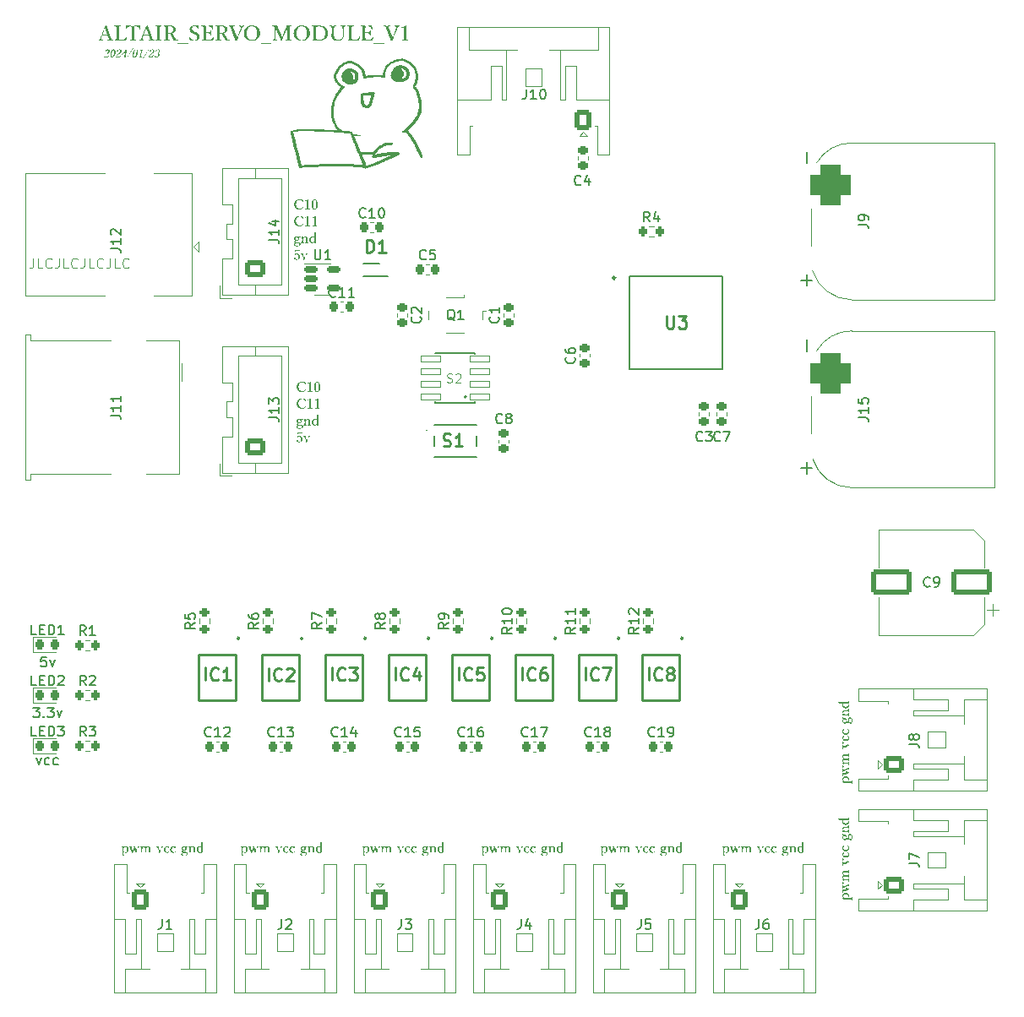
<source format=gto>
%TF.GenerationSoftware,KiCad,Pcbnew,7.0.7*%
%TF.CreationDate,2024-01-23T17:49:00+09:00*%
%TF.ProjectId,ALTAIR_SERVO_MODULE_V1,414c5441-4952-45f5-9345-52564f5f4d4f,rev?*%
%TF.SameCoordinates,Original*%
%TF.FileFunction,Legend,Top*%
%TF.FilePolarity,Positive*%
%FSLAX46Y46*%
G04 Gerber Fmt 4.6, Leading zero omitted, Abs format (unit mm)*
G04 Created by KiCad (PCBNEW 7.0.7) date 2024-01-23 17:49:00*
%MOMM*%
%LPD*%
G01*
G04 APERTURE LIST*
G04 Aperture macros list*
%AMRoundRect*
0 Rectangle with rounded corners*
0 $1 Rounding radius*
0 $2 $3 $4 $5 $6 $7 $8 $9 X,Y pos of 4 corners*
0 Add a 4 corners polygon primitive as box body*
4,1,4,$2,$3,$4,$5,$6,$7,$8,$9,$2,$3,0*
0 Add four circle primitives for the rounded corners*
1,1,$1+$1,$2,$3*
1,1,$1+$1,$4,$5*
1,1,$1+$1,$6,$7*
1,1,$1+$1,$8,$9*
0 Add four rect primitives between the rounded corners*
20,1,$1+$1,$2,$3,$4,$5,0*
20,1,$1+$1,$4,$5,$6,$7,0*
20,1,$1+$1,$6,$7,$8,$9,0*
20,1,$1+$1,$8,$9,$2,$3,0*%
G04 Aperture macros list end*
%ADD10C,0.100000*%
%ADD11C,0.300000*%
%ADD12C,0.150000*%
%ADD13C,0.254000*%
%ADD14C,0.121920*%
%ADD15C,0.120000*%
%ADD16C,0.200000*%
%ADD17C,0.250000*%
%ADD18C,0.127000*%
%ADD19RoundRect,0.225000X-0.225000X-0.250000X0.225000X-0.250000X0.225000X0.250000X-0.225000X0.250000X0*%
%ADD20R,1.085000X0.550000*%
%ADD21R,0.800000X1.200000*%
%ADD22RoundRect,0.225000X-0.250000X0.225000X-0.250000X-0.225000X0.250000X-0.225000X0.250000X0.225000X0*%
%ADD23RoundRect,0.218750X-0.218750X-0.256250X0.218750X-0.256250X0.218750X0.256250X-0.218750X0.256250X0*%
%ADD24R,1.800000X1.200000*%
%ADD25RoundRect,0.200000X-0.200000X-0.275000X0.200000X-0.275000X0.200000X0.275000X-0.200000X0.275000X0*%
%ADD26RoundRect,0.225000X0.250000X-0.225000X0.250000X0.225000X-0.250000X0.225000X-0.250000X-0.225000X0*%
%ADD27RoundRect,0.250000X1.750000X1.000000X-1.750000X1.000000X-1.750000X-1.000000X1.750000X-1.000000X0*%
%ADD28O,2.800000X2.000000*%
%ADD29RoundRect,0.250000X-0.600000X-0.725000X0.600000X-0.725000X0.600000X0.725000X-0.600000X0.725000X0*%
%ADD30O,1.700000X1.950000*%
%ADD31RoundRect,0.200000X0.275000X-0.200000X0.275000X0.200000X-0.275000X0.200000X-0.275000X-0.200000X0*%
%ADD32R,1.500000X1.600000*%
%ADD33C,1.600000*%
%ADD34C,3.000000*%
%ADD35RoundRect,0.250000X0.725000X-0.600000X0.725000X0.600000X-0.725000X0.600000X-0.725000X-0.600000X0*%
%ADD36O,1.950000X1.700000*%
%ADD37O,2.000000X2.800000*%
%ADD38C,3.200000*%
%ADD39R,2.000000X0.900000*%
%ADD40RoundRect,1.025000X-1.025000X1.025000X-1.025000X-1.025000X1.025000X-1.025000X1.025000X1.025000X0*%
%ADD41C,4.100000*%
%ADD42R,1.475000X0.300000*%
%ADD43R,0.300000X1.475000*%
%ADD44R,1.600000X1.600000*%
%ADD45C,4.000000*%
%ADD46RoundRect,0.150000X-0.512500X-0.150000X0.512500X-0.150000X0.512500X0.150000X-0.512500X0.150000X0*%
%ADD47RoundRect,0.250000X0.600000X0.725000X-0.600000X0.725000X-0.600000X-0.725000X0.600000X-0.725000X0*%
%ADD48R,1.050000X0.650000*%
%ADD49RoundRect,0.050800X0.985000X0.295000X-0.985000X0.295000X-0.985000X-0.295000X0.985000X-0.295000X0*%
G04 APERTURE END LIST*
D10*
G36*
X114788876Y-49610484D02*
G01*
X114779347Y-49610224D01*
X114769321Y-49609980D01*
X114758800Y-49609753D01*
X114747782Y-49609543D01*
X114736268Y-49609350D01*
X114724258Y-49609174D01*
X114711752Y-49609015D01*
X114698750Y-49608872D01*
X114685252Y-49608746D01*
X114671258Y-49608637D01*
X114656767Y-49608544D01*
X114641781Y-49608469D01*
X114626298Y-49608410D01*
X114618371Y-49608387D01*
X114610319Y-49608368D01*
X114602144Y-49608353D01*
X114593844Y-49608343D01*
X114585421Y-49608337D01*
X114576873Y-49608334D01*
X114567882Y-49608337D01*
X114559031Y-49608343D01*
X114550321Y-49608353D01*
X114541751Y-49608368D01*
X114533322Y-49608387D01*
X114525033Y-49608410D01*
X114516884Y-49608437D01*
X114508876Y-49608469D01*
X114501008Y-49608504D01*
X114485694Y-49608588D01*
X114470942Y-49608689D01*
X114456752Y-49608807D01*
X114443123Y-49608941D01*
X114430056Y-49609092D01*
X114417551Y-49609260D01*
X114405607Y-49609445D01*
X114394225Y-49609646D01*
X114383405Y-49609865D01*
X114373147Y-49610100D01*
X114363451Y-49610352D01*
X114358813Y-49610484D01*
X114350901Y-49609601D01*
X114347676Y-49607357D01*
X114346989Y-49599420D01*
X114348262Y-49591726D01*
X114350448Y-49583226D01*
X114353293Y-49575313D01*
X114356798Y-49567986D01*
X114360963Y-49561244D01*
X114366674Y-49553825D01*
X114372524Y-49546318D01*
X114378512Y-49538724D01*
X114384639Y-49531044D01*
X114390904Y-49523276D01*
X114397308Y-49515421D01*
X114403851Y-49507480D01*
X114410532Y-49499451D01*
X114417351Y-49491335D01*
X114424309Y-49483133D01*
X114431406Y-49474843D01*
X114438641Y-49466466D01*
X114446015Y-49458002D01*
X114453527Y-49449451D01*
X114461177Y-49440814D01*
X114468967Y-49432089D01*
X114476894Y-49423277D01*
X114484961Y-49414378D01*
X114493166Y-49405392D01*
X114501509Y-49396319D01*
X114509991Y-49387160D01*
X114518611Y-49377913D01*
X114527370Y-49368579D01*
X114536268Y-49359158D01*
X114545304Y-49349650D01*
X114554478Y-49340055D01*
X114563792Y-49330373D01*
X114573243Y-49320604D01*
X114582833Y-49310748D01*
X114592562Y-49300805D01*
X114602429Y-49290775D01*
X114612435Y-49280658D01*
X114619686Y-49273326D01*
X114626762Y-49266156D01*
X114633662Y-49259148D01*
X114640385Y-49252302D01*
X114646933Y-49245617D01*
X114653305Y-49239094D01*
X114659501Y-49232733D01*
X114665521Y-49226534D01*
X114671365Y-49220497D01*
X114677033Y-49214621D01*
X114682526Y-49208907D01*
X114692982Y-49197965D01*
X114702735Y-49187670D01*
X114711784Y-49178023D01*
X114720130Y-49169022D01*
X114727772Y-49160669D01*
X114734710Y-49152964D01*
X114740944Y-49145905D01*
X114746474Y-49139494D01*
X114753451Y-49131090D01*
X114757222Y-49126297D01*
X114762835Y-49118780D01*
X114768195Y-49111227D01*
X114773301Y-49103637D01*
X114778154Y-49096011D01*
X114782753Y-49088348D01*
X114787099Y-49080648D01*
X114791192Y-49072911D01*
X114795031Y-49065138D01*
X114798617Y-49057329D01*
X114801949Y-49049482D01*
X114805028Y-49041599D01*
X114807854Y-49033680D01*
X114810426Y-49025724D01*
X114812745Y-49017731D01*
X114814810Y-49009701D01*
X114816622Y-49001635D01*
X114818444Y-48992292D01*
X114820002Y-48983216D01*
X114821295Y-48974407D01*
X114822325Y-48965866D01*
X114823091Y-48957591D01*
X114823592Y-48949584D01*
X114823849Y-48938074D01*
X114823512Y-48927165D01*
X114822581Y-48916857D01*
X114821055Y-48907150D01*
X114818935Y-48898044D01*
X114816221Y-48889539D01*
X114814082Y-48884203D01*
X114809389Y-48875044D01*
X114803909Y-48867106D01*
X114797641Y-48860390D01*
X114790586Y-48854894D01*
X114782742Y-48850620D01*
X114774112Y-48847567D01*
X114764693Y-48845735D01*
X114754487Y-48845124D01*
X114746272Y-48845366D01*
X114738284Y-48846092D01*
X114730524Y-48847302D01*
X114719310Y-48850024D01*
X114708609Y-48853835D01*
X114698419Y-48858734D01*
X114688740Y-48864723D01*
X114679574Y-48871800D01*
X114673747Y-48877123D01*
X114668148Y-48882930D01*
X114662776Y-48889220D01*
X114657632Y-48895995D01*
X114652715Y-48903254D01*
X114650341Y-48907064D01*
X114645843Y-48915310D01*
X114642361Y-48922963D01*
X114638983Y-48931558D01*
X114635708Y-48941092D01*
X114633321Y-48948860D01*
X114630991Y-48957157D01*
X114628721Y-48965983D01*
X114626508Y-48975338D01*
X114624354Y-48985222D01*
X114621606Y-48993527D01*
X114616880Y-49001296D01*
X114611431Y-49007361D01*
X114604607Y-49013054D01*
X114596410Y-49018375D01*
X114588862Y-49022364D01*
X114586838Y-49023324D01*
X114578627Y-49026758D01*
X114570234Y-49029609D01*
X114561659Y-49031879D01*
X114552904Y-49033567D01*
X114543967Y-49034673D01*
X114534849Y-49035196D01*
X114531151Y-49035243D01*
X114521798Y-49034881D01*
X114513524Y-49033794D01*
X114504170Y-49031217D01*
X114496733Y-49027352D01*
X114490132Y-49020708D01*
X114486528Y-49012052D01*
X114485801Y-49003678D01*
X114486992Y-48994015D01*
X114489358Y-48984801D01*
X114492646Y-48975428D01*
X114496856Y-48965896D01*
X114500619Y-48958644D01*
X114504900Y-48951301D01*
X114509700Y-48943870D01*
X114515019Y-48936349D01*
X114520856Y-48928739D01*
X114527212Y-48921040D01*
X114531737Y-48915857D01*
X114539458Y-48907475D01*
X114547454Y-48899403D01*
X114555725Y-48891639D01*
X114564270Y-48884185D01*
X114573090Y-48877040D01*
X114582185Y-48870204D01*
X114591555Y-48863677D01*
X114601200Y-48857459D01*
X114611119Y-48851550D01*
X114621313Y-48845950D01*
X114628262Y-48842389D01*
X114636362Y-48838485D01*
X114644495Y-48834833D01*
X114652659Y-48831432D01*
X114660856Y-48828284D01*
X114669085Y-48825387D01*
X114677346Y-48822743D01*
X114685638Y-48820350D01*
X114693963Y-48818209D01*
X114702320Y-48816320D01*
X114710709Y-48814683D01*
X114719130Y-48813297D01*
X114727583Y-48812164D01*
X114736068Y-48811282D01*
X114744586Y-48810653D01*
X114753135Y-48810275D01*
X114761716Y-48810149D01*
X114775775Y-48810400D01*
X114789328Y-48811153D01*
X114802373Y-48812409D01*
X114814912Y-48814167D01*
X114826944Y-48816427D01*
X114838469Y-48819189D01*
X114849488Y-48822453D01*
X114860000Y-48826220D01*
X114870004Y-48830489D01*
X114879502Y-48835260D01*
X114888493Y-48840533D01*
X114896978Y-48846309D01*
X114904955Y-48852587D01*
X114912426Y-48859367D01*
X114919390Y-48866649D01*
X114925847Y-48874434D01*
X114930564Y-48881075D01*
X114934848Y-48887910D01*
X114938698Y-48894936D01*
X114942114Y-48902155D01*
X114945097Y-48909566D01*
X114947646Y-48917170D01*
X114949762Y-48924966D01*
X114951444Y-48932954D01*
X114952693Y-48941135D01*
X114953508Y-48949508D01*
X114953890Y-48958073D01*
X114953838Y-48966831D01*
X114953352Y-48975781D01*
X114952433Y-48984923D01*
X114951081Y-48994258D01*
X114949295Y-49003785D01*
X114946584Y-49015557D01*
X114943335Y-49027183D01*
X114939549Y-49038662D01*
X114935226Y-49049995D01*
X114930366Y-49061182D01*
X114924968Y-49072221D01*
X114919033Y-49083115D01*
X114912561Y-49093861D01*
X114905551Y-49104461D01*
X114898004Y-49114915D01*
X114889919Y-49125222D01*
X114881297Y-49135383D01*
X114872138Y-49145397D01*
X114862442Y-49155264D01*
X114852208Y-49164985D01*
X114841437Y-49174559D01*
X114834012Y-49180803D01*
X114827738Y-49185922D01*
X114820860Y-49191416D01*
X114813377Y-49197284D01*
X114805289Y-49203526D01*
X114796597Y-49210143D01*
X114787301Y-49217135D01*
X114780767Y-49222003D01*
X114773965Y-49227039D01*
X114766894Y-49232240D01*
X114759555Y-49237608D01*
X114751946Y-49243143D01*
X114742641Y-49249916D01*
X114733775Y-49256387D01*
X114725348Y-49262555D01*
X114717362Y-49268422D01*
X114709815Y-49273986D01*
X114702707Y-49279248D01*
X114696039Y-49284207D01*
X114687833Y-49290350D01*
X114680408Y-49295955D01*
X114675352Y-49299807D01*
X114668527Y-49305018D01*
X114661828Y-49310148D01*
X114655254Y-49315198D01*
X114648806Y-49320168D01*
X114642483Y-49325056D01*
X114636286Y-49329865D01*
X114624269Y-49339240D01*
X114612753Y-49348293D01*
X114601740Y-49357024D01*
X114591229Y-49365433D01*
X114581221Y-49373519D01*
X114571714Y-49381284D01*
X114562710Y-49388727D01*
X114554208Y-49395847D01*
X114546209Y-49402645D01*
X114538711Y-49409122D01*
X114531716Y-49415276D01*
X114525223Y-49421108D01*
X114519232Y-49426618D01*
X114512623Y-49432712D01*
X114506059Y-49438978D01*
X114499539Y-49445416D01*
X114493064Y-49452025D01*
X114486634Y-49458806D01*
X114480248Y-49465759D01*
X114473907Y-49472884D01*
X114467611Y-49480180D01*
X114461359Y-49487648D01*
X114455152Y-49495288D01*
X114451039Y-49500477D01*
X114645652Y-49500477D01*
X114654354Y-49500452D01*
X114662728Y-49500379D01*
X114670773Y-49500257D01*
X114682226Y-49499982D01*
X114692940Y-49499598D01*
X114702916Y-49499103D01*
X114712154Y-49498498D01*
X114720653Y-49497784D01*
X114730836Y-49496661D01*
X114739707Y-49495342D01*
X114745498Y-49494224D01*
X114753941Y-49491937D01*
X114762122Y-49489031D01*
X114770043Y-49485507D01*
X114777702Y-49481365D01*
X114785100Y-49476604D01*
X114787508Y-49474880D01*
X114794596Y-49469310D01*
X114801719Y-49463296D01*
X114808875Y-49456840D01*
X114816066Y-49449940D01*
X114823292Y-49442597D01*
X114830551Y-49434811D01*
X114837846Y-49426582D01*
X114845174Y-49417911D01*
X114852537Y-49408795D01*
X114857464Y-49402473D01*
X114862407Y-49395953D01*
X114864884Y-49392619D01*
X114870795Y-49386978D01*
X114875826Y-49385390D01*
X114883642Y-49386953D01*
X114890556Y-49390912D01*
X114892630Y-49398090D01*
X114891849Y-49401412D01*
X114885951Y-49414479D01*
X114879982Y-49427546D01*
X114873940Y-49440613D01*
X114867827Y-49453680D01*
X114861643Y-49466747D01*
X114855386Y-49479814D01*
X114849058Y-49492881D01*
X114842658Y-49505948D01*
X114836187Y-49519015D01*
X114829643Y-49532082D01*
X114823028Y-49545149D01*
X114816341Y-49558216D01*
X114809582Y-49571283D01*
X114802752Y-49584350D01*
X114795850Y-49597417D01*
X114788876Y-49610484D01*
G37*
G36*
X115361845Y-48810633D02*
G01*
X115376133Y-48812084D01*
X115389787Y-48814504D01*
X115402805Y-48817891D01*
X115415188Y-48822246D01*
X115426936Y-48827569D01*
X115438049Y-48833860D01*
X115448527Y-48841119D01*
X115458370Y-48849345D01*
X115467578Y-48858539D01*
X115476151Y-48868701D01*
X115484089Y-48879831D01*
X115491392Y-48891929D01*
X115498060Y-48904994D01*
X115504092Y-48919028D01*
X115506871Y-48926407D01*
X115509490Y-48934029D01*
X115513466Y-48947629D01*
X115516894Y-48961756D01*
X115519773Y-48976413D01*
X115522105Y-48991597D01*
X115523066Y-48999387D01*
X115523889Y-49007309D01*
X115524575Y-49015364D01*
X115525125Y-49023550D01*
X115525537Y-49031868D01*
X115525812Y-49040319D01*
X115525951Y-49048901D01*
X115525952Y-49057616D01*
X115525816Y-49066462D01*
X115525544Y-49075441D01*
X115525134Y-49084551D01*
X115524587Y-49093794D01*
X115523904Y-49103169D01*
X115523083Y-49112676D01*
X115522125Y-49122314D01*
X115521031Y-49132085D01*
X115519799Y-49141988D01*
X115518430Y-49152023D01*
X115516924Y-49162190D01*
X115515282Y-49172489D01*
X115513502Y-49182920D01*
X115511585Y-49193483D01*
X115509531Y-49204179D01*
X115507341Y-49215006D01*
X115504662Y-49227531D01*
X115501877Y-49239875D01*
X115498986Y-49252039D01*
X115495990Y-49264022D01*
X115492887Y-49275825D01*
X115489677Y-49287447D01*
X115486362Y-49298889D01*
X115482941Y-49310151D01*
X115479413Y-49321231D01*
X115475780Y-49332132D01*
X115472040Y-49342851D01*
X115468195Y-49353391D01*
X115464243Y-49363749D01*
X115460185Y-49373928D01*
X115456021Y-49383925D01*
X115451751Y-49393743D01*
X115447375Y-49403379D01*
X115442893Y-49412836D01*
X115438304Y-49422111D01*
X115433610Y-49431206D01*
X115428809Y-49440121D01*
X115423903Y-49448855D01*
X115418890Y-49457409D01*
X115413771Y-49465782D01*
X115408546Y-49473975D01*
X115403215Y-49481987D01*
X115397778Y-49489818D01*
X115392235Y-49497470D01*
X115386586Y-49504940D01*
X115380831Y-49512230D01*
X115374969Y-49519340D01*
X115369002Y-49526269D01*
X115363693Y-49532219D01*
X115358341Y-49537981D01*
X115347511Y-49548938D01*
X115336512Y-49559139D01*
X115325343Y-49568584D01*
X115314005Y-49577274D01*
X115302497Y-49585208D01*
X115290820Y-49592386D01*
X115278974Y-49598809D01*
X115266958Y-49604476D01*
X115254772Y-49609388D01*
X115242417Y-49613544D01*
X115229893Y-49616944D01*
X115217199Y-49619589D01*
X115204336Y-49621478D01*
X115191303Y-49622611D01*
X115178101Y-49622989D01*
X115162687Y-49622518D01*
X115147950Y-49621105D01*
X115133890Y-49618751D01*
X115120509Y-49615454D01*
X115107805Y-49611216D01*
X115095779Y-49606036D01*
X115084431Y-49599913D01*
X115073761Y-49592849D01*
X115063768Y-49584844D01*
X115054453Y-49575896D01*
X115045816Y-49566006D01*
X115037857Y-49555175D01*
X115030576Y-49543402D01*
X115023972Y-49530687D01*
X115018046Y-49517030D01*
X115012798Y-49502431D01*
X115008777Y-49489128D01*
X115005312Y-49475256D01*
X115004402Y-49470740D01*
X115111386Y-49470740D01*
X115111753Y-49483132D01*
X115112510Y-49494653D01*
X115113035Y-49500086D01*
X115114462Y-49510733D01*
X115116302Y-49520694D01*
X115118553Y-49529968D01*
X115121217Y-49538554D01*
X115124293Y-49546454D01*
X115127781Y-49553667D01*
X115133786Y-49563198D01*
X115140718Y-49571184D01*
X115148578Y-49577624D01*
X115157365Y-49582518D01*
X115167080Y-49585867D01*
X115177721Y-49587670D01*
X115185331Y-49588013D01*
X115193857Y-49587569D01*
X115202239Y-49586237D01*
X115210477Y-49584016D01*
X115218572Y-49580906D01*
X115226524Y-49576908D01*
X115234332Y-49572022D01*
X115241997Y-49566247D01*
X115249518Y-49559584D01*
X115256896Y-49552032D01*
X115264130Y-49543592D01*
X115271220Y-49534263D01*
X115278168Y-49524046D01*
X115284971Y-49512941D01*
X115291632Y-49500947D01*
X115298148Y-49488065D01*
X115304521Y-49474294D01*
X115309226Y-49463241D01*
X115313913Y-49451528D01*
X115318581Y-49439153D01*
X115323230Y-49426117D01*
X115327862Y-49412420D01*
X115332475Y-49398063D01*
X115337070Y-49383044D01*
X115339360Y-49375287D01*
X115341646Y-49367364D01*
X115343928Y-49359277D01*
X115346205Y-49351024D01*
X115348477Y-49342606D01*
X115350744Y-49334022D01*
X115353008Y-49325274D01*
X115355266Y-49316360D01*
X115357520Y-49307281D01*
X115359769Y-49298036D01*
X115362014Y-49288626D01*
X115364254Y-49279052D01*
X115366490Y-49269311D01*
X115368721Y-49259406D01*
X115370947Y-49249335D01*
X115373169Y-49239100D01*
X115375386Y-49228698D01*
X115377599Y-49218132D01*
X115380127Y-49205847D01*
X115382559Y-49193781D01*
X115384893Y-49181935D01*
X115387131Y-49170309D01*
X115389271Y-49158903D01*
X115391315Y-49147717D01*
X115393261Y-49136750D01*
X115395111Y-49126004D01*
X115396864Y-49115477D01*
X115398520Y-49105170D01*
X115400079Y-49095083D01*
X115401541Y-49085215D01*
X115402906Y-49075568D01*
X115404174Y-49066140D01*
X115405345Y-49056932D01*
X115406420Y-49047944D01*
X115407397Y-49039175D01*
X115408277Y-49030627D01*
X115409061Y-49022298D01*
X115409747Y-49014189D01*
X115410337Y-49006300D01*
X115411225Y-48991182D01*
X115411726Y-48976942D01*
X115411839Y-48963582D01*
X115411564Y-48951101D01*
X115410902Y-48939500D01*
X115410425Y-48934029D01*
X115409096Y-48923263D01*
X115407354Y-48913192D01*
X115405200Y-48903815D01*
X115402634Y-48895133D01*
X115399656Y-48887146D01*
X115396265Y-48879853D01*
X115390407Y-48870216D01*
X115383621Y-48862141D01*
X115375908Y-48855630D01*
X115367267Y-48850681D01*
X115357700Y-48847295D01*
X115347204Y-48845472D01*
X115339692Y-48845124D01*
X115330952Y-48845573D01*
X115322366Y-48846920D01*
X115313935Y-48849164D01*
X115305657Y-48852305D01*
X115297534Y-48856344D01*
X115289565Y-48861281D01*
X115281750Y-48867115D01*
X115274089Y-48873847D01*
X115266582Y-48881477D01*
X115259230Y-48890004D01*
X115252031Y-48899429D01*
X115244987Y-48909751D01*
X115238097Y-48920971D01*
X115231362Y-48933088D01*
X115224780Y-48946104D01*
X115218353Y-48960016D01*
X115213646Y-48971054D01*
X115208952Y-48982771D01*
X115204273Y-48995167D01*
X115199607Y-49008242D01*
X115194955Y-49021997D01*
X115190317Y-49036431D01*
X115188003Y-49043902D01*
X115185692Y-49051544D01*
X115183385Y-49059355D01*
X115181081Y-49067337D01*
X115178781Y-49075488D01*
X115176484Y-49083808D01*
X115174191Y-49092299D01*
X115171901Y-49100960D01*
X115169614Y-49109790D01*
X115167331Y-49118790D01*
X115165051Y-49127960D01*
X115162775Y-49137300D01*
X115160502Y-49146810D01*
X115158233Y-49156489D01*
X115155967Y-49166338D01*
X115153705Y-49176357D01*
X115151446Y-49186546D01*
X115149190Y-49196905D01*
X115146938Y-49207434D01*
X115144689Y-49218132D01*
X115142185Y-49230321D01*
X115139780Y-49242292D01*
X115137472Y-49254044D01*
X115135261Y-49265579D01*
X115133148Y-49276896D01*
X115131133Y-49287995D01*
X115129216Y-49298877D01*
X115127397Y-49309540D01*
X115125675Y-49319985D01*
X115124050Y-49330213D01*
X115122524Y-49340222D01*
X115121095Y-49350014D01*
X115119764Y-49359588D01*
X115118531Y-49368944D01*
X115117395Y-49378082D01*
X115116357Y-49387002D01*
X115115416Y-49395704D01*
X115114574Y-49404188D01*
X115113829Y-49412454D01*
X115113182Y-49420503D01*
X115112632Y-49428333D01*
X115111826Y-49443340D01*
X115111411Y-49457476D01*
X115111386Y-49470740D01*
X115004402Y-49470740D01*
X115002402Y-49460814D01*
X115000048Y-49445803D01*
X114998250Y-49430223D01*
X114997559Y-49422219D01*
X114997008Y-49414073D01*
X114996595Y-49405784D01*
X114996321Y-49397354D01*
X114996185Y-49388781D01*
X114996189Y-49380065D01*
X114996332Y-49371207D01*
X114996614Y-49362207D01*
X114997034Y-49353065D01*
X114997594Y-49343780D01*
X114998292Y-49334353D01*
X114999129Y-49324783D01*
X115000106Y-49315071D01*
X115001221Y-49305217D01*
X115002475Y-49295220D01*
X115003868Y-49285081D01*
X115005400Y-49274800D01*
X115007070Y-49264376D01*
X115008880Y-49253810D01*
X115010829Y-49243102D01*
X115012916Y-49232251D01*
X115015143Y-49221258D01*
X115017857Y-49208541D01*
X115020676Y-49196008D01*
X115023600Y-49183661D01*
X115026628Y-49171500D01*
X115029761Y-49159524D01*
X115032998Y-49147734D01*
X115036340Y-49136129D01*
X115039787Y-49124709D01*
X115043338Y-49113475D01*
X115046993Y-49102427D01*
X115050754Y-49091564D01*
X115054618Y-49080886D01*
X115058588Y-49070394D01*
X115062662Y-49060087D01*
X115066840Y-49049966D01*
X115071123Y-49040030D01*
X115075511Y-49030280D01*
X115080003Y-49020715D01*
X115084599Y-49011336D01*
X115089301Y-49002142D01*
X115094107Y-48993134D01*
X115099017Y-48984311D01*
X115104032Y-48975673D01*
X115109152Y-48967221D01*
X115114376Y-48958955D01*
X115119704Y-48950874D01*
X115125138Y-48942978D01*
X115130676Y-48935268D01*
X115136318Y-48927744D01*
X115142065Y-48920405D01*
X115147916Y-48913251D01*
X115153872Y-48906283D01*
X115159160Y-48900368D01*
X115164496Y-48894642D01*
X115175311Y-48883751D01*
X115186319Y-48873612D01*
X115197519Y-48864224D01*
X115208911Y-48855587D01*
X115220496Y-48847701D01*
X115232273Y-48840566D01*
X115244242Y-48834182D01*
X115256404Y-48828549D01*
X115268758Y-48823668D01*
X115281305Y-48819537D01*
X115294043Y-48816157D01*
X115306975Y-48813529D01*
X115320098Y-48811651D01*
X115333414Y-48810524D01*
X115346922Y-48810149D01*
X115361845Y-48810633D01*
G37*
G36*
X115958115Y-49610484D02*
G01*
X115948586Y-49610224D01*
X115938561Y-49609980D01*
X115928039Y-49609753D01*
X115917021Y-49609543D01*
X115905508Y-49609350D01*
X115893498Y-49609174D01*
X115880992Y-49609015D01*
X115867990Y-49608872D01*
X115854491Y-49608746D01*
X115840497Y-49608637D01*
X115826007Y-49608544D01*
X115811020Y-49608469D01*
X115795537Y-49608410D01*
X115787610Y-49608387D01*
X115779559Y-49608368D01*
X115771383Y-49608353D01*
X115763084Y-49608343D01*
X115754660Y-49608337D01*
X115746113Y-49608334D01*
X115737121Y-49608337D01*
X115728271Y-49608343D01*
X115719560Y-49608353D01*
X115710990Y-49608368D01*
X115702561Y-49608387D01*
X115694272Y-49608410D01*
X115686123Y-49608437D01*
X115678115Y-49608469D01*
X115670248Y-49608504D01*
X115654934Y-49608588D01*
X115640181Y-49608689D01*
X115625991Y-49608807D01*
X115612362Y-49608941D01*
X115599295Y-49609092D01*
X115586790Y-49609260D01*
X115574846Y-49609445D01*
X115563465Y-49609646D01*
X115552645Y-49609865D01*
X115542387Y-49610100D01*
X115532690Y-49610352D01*
X115528053Y-49610484D01*
X115520141Y-49609601D01*
X115516915Y-49607357D01*
X115516228Y-49599420D01*
X115517501Y-49591726D01*
X115519687Y-49583226D01*
X115522533Y-49575313D01*
X115526038Y-49567986D01*
X115530202Y-49561244D01*
X115535913Y-49553825D01*
X115541763Y-49546318D01*
X115547751Y-49538724D01*
X115553878Y-49531044D01*
X115560144Y-49523276D01*
X115566547Y-49515421D01*
X115573090Y-49507480D01*
X115579771Y-49499451D01*
X115586590Y-49491335D01*
X115593549Y-49483133D01*
X115600645Y-49474843D01*
X115607880Y-49466466D01*
X115615254Y-49458002D01*
X115622766Y-49449451D01*
X115630417Y-49440814D01*
X115638206Y-49432089D01*
X115646134Y-49423277D01*
X115654200Y-49414378D01*
X115662405Y-49405392D01*
X115670748Y-49396319D01*
X115679230Y-49387160D01*
X115687851Y-49377913D01*
X115696610Y-49368579D01*
X115705507Y-49359158D01*
X115714543Y-49349650D01*
X115723718Y-49340055D01*
X115733031Y-49330373D01*
X115742482Y-49320604D01*
X115752073Y-49310748D01*
X115761801Y-49300805D01*
X115771669Y-49290775D01*
X115781674Y-49280658D01*
X115788926Y-49273326D01*
X115796001Y-49266156D01*
X115802901Y-49259148D01*
X115809625Y-49252302D01*
X115816173Y-49245617D01*
X115822545Y-49239094D01*
X115828740Y-49232733D01*
X115834760Y-49226534D01*
X115840605Y-49220497D01*
X115846273Y-49214621D01*
X115851765Y-49208907D01*
X115862222Y-49197965D01*
X115871975Y-49187670D01*
X115881024Y-49178023D01*
X115889369Y-49169022D01*
X115897011Y-49160669D01*
X115903949Y-49152964D01*
X115910183Y-49145905D01*
X115915714Y-49139494D01*
X115922690Y-49131090D01*
X115926461Y-49126297D01*
X115932074Y-49118780D01*
X115937434Y-49111227D01*
X115942540Y-49103637D01*
X115947393Y-49096011D01*
X115951992Y-49088348D01*
X115956338Y-49080648D01*
X115960431Y-49072911D01*
X115964270Y-49065138D01*
X115967856Y-49057329D01*
X115971188Y-49049482D01*
X115974267Y-49041599D01*
X115977093Y-49033680D01*
X115979665Y-49025724D01*
X115981984Y-49017731D01*
X115984049Y-49009701D01*
X115985861Y-49001635D01*
X115987683Y-48992292D01*
X115989241Y-48983216D01*
X115990535Y-48974407D01*
X115991564Y-48965866D01*
X115992330Y-48957591D01*
X115992831Y-48949584D01*
X115993088Y-48938074D01*
X115992751Y-48927165D01*
X115991820Y-48916857D01*
X115990294Y-48907150D01*
X115988175Y-48898044D01*
X115985461Y-48889539D01*
X115983321Y-48884203D01*
X115978629Y-48875044D01*
X115973148Y-48867106D01*
X115966881Y-48860390D01*
X115959825Y-48854894D01*
X115951982Y-48850620D01*
X115943351Y-48847567D01*
X115933932Y-48845735D01*
X115923726Y-48845124D01*
X115915511Y-48845366D01*
X115907523Y-48846092D01*
X115899763Y-48847302D01*
X115888550Y-48850024D01*
X115877848Y-48853835D01*
X115867658Y-48858734D01*
X115857980Y-48864723D01*
X115848813Y-48871800D01*
X115842986Y-48877123D01*
X115837387Y-48882930D01*
X115832015Y-48889220D01*
X115826871Y-48895995D01*
X115821954Y-48903254D01*
X115819581Y-48907064D01*
X115815082Y-48915310D01*
X115811600Y-48922963D01*
X115808222Y-48931558D01*
X115804948Y-48941092D01*
X115802560Y-48948860D01*
X115800231Y-48957157D01*
X115797960Y-48965983D01*
X115795747Y-48975338D01*
X115793593Y-48985222D01*
X115790846Y-48993527D01*
X115786120Y-49001296D01*
X115780670Y-49007361D01*
X115773846Y-49013054D01*
X115765649Y-49018375D01*
X115758102Y-49022364D01*
X115756078Y-49023324D01*
X115747866Y-49026758D01*
X115739473Y-49029609D01*
X115730899Y-49031879D01*
X115722143Y-49033567D01*
X115713206Y-49034673D01*
X115704088Y-49035196D01*
X115700390Y-49035243D01*
X115691038Y-49034881D01*
X115682764Y-49033794D01*
X115673409Y-49031217D01*
X115665972Y-49027352D01*
X115659372Y-49020708D01*
X115655767Y-49012052D01*
X115655040Y-49003678D01*
X115656231Y-48994015D01*
X115658597Y-48984801D01*
X115661885Y-48975428D01*
X115666096Y-48965896D01*
X115669858Y-48958644D01*
X115674140Y-48951301D01*
X115678939Y-48943870D01*
X115684258Y-48936349D01*
X115690095Y-48928739D01*
X115696451Y-48921040D01*
X115700976Y-48915857D01*
X115708698Y-48907475D01*
X115716693Y-48899403D01*
X115724964Y-48891639D01*
X115733510Y-48884185D01*
X115742330Y-48877040D01*
X115751425Y-48870204D01*
X115760795Y-48863677D01*
X115770439Y-48857459D01*
X115780358Y-48851550D01*
X115790553Y-48845950D01*
X115797501Y-48842389D01*
X115805602Y-48838485D01*
X115813734Y-48834833D01*
X115821899Y-48831432D01*
X115830095Y-48828284D01*
X115838324Y-48825387D01*
X115846585Y-48822743D01*
X115854878Y-48820350D01*
X115863203Y-48818209D01*
X115871559Y-48816320D01*
X115879948Y-48814683D01*
X115888370Y-48813297D01*
X115896823Y-48812164D01*
X115905308Y-48811282D01*
X115913825Y-48810653D01*
X115922374Y-48810275D01*
X115930956Y-48810149D01*
X115945015Y-48810400D01*
X115958567Y-48811153D01*
X115971613Y-48812409D01*
X115984152Y-48814167D01*
X115996184Y-48816427D01*
X116007709Y-48819189D01*
X116018727Y-48822453D01*
X116029239Y-48826220D01*
X116039244Y-48830489D01*
X116048742Y-48835260D01*
X116057733Y-48840533D01*
X116066217Y-48846309D01*
X116074195Y-48852587D01*
X116081666Y-48859367D01*
X116088630Y-48866649D01*
X116095087Y-48874434D01*
X116099804Y-48881075D01*
X116104087Y-48887910D01*
X116107937Y-48894936D01*
X116111353Y-48902155D01*
X116114336Y-48909566D01*
X116116885Y-48917170D01*
X116119001Y-48924966D01*
X116120683Y-48932954D01*
X116121932Y-48941135D01*
X116122747Y-48949508D01*
X116123129Y-48958073D01*
X116123077Y-48966831D01*
X116122592Y-48975781D01*
X116121673Y-48984923D01*
X116120320Y-48994258D01*
X116118534Y-49003785D01*
X116115823Y-49015557D01*
X116112575Y-49027183D01*
X116108789Y-49038662D01*
X116104466Y-49049995D01*
X116099605Y-49061182D01*
X116094207Y-49072221D01*
X116088272Y-49083115D01*
X116081800Y-49093861D01*
X116074790Y-49104461D01*
X116067243Y-49114915D01*
X116059159Y-49125222D01*
X116050537Y-49135383D01*
X116041378Y-49145397D01*
X116031681Y-49155264D01*
X116021448Y-49164985D01*
X116010676Y-49174559D01*
X116003251Y-49180803D01*
X115996977Y-49185922D01*
X115990099Y-49191416D01*
X115982616Y-49197284D01*
X115974528Y-49203526D01*
X115965836Y-49210143D01*
X115956540Y-49217135D01*
X115950006Y-49222003D01*
X115943204Y-49227039D01*
X115936133Y-49232240D01*
X115928794Y-49237608D01*
X115921186Y-49243143D01*
X115911880Y-49249916D01*
X115903014Y-49256387D01*
X115894588Y-49262555D01*
X115886601Y-49268422D01*
X115879054Y-49273986D01*
X115871946Y-49279248D01*
X115865279Y-49284207D01*
X115857072Y-49290350D01*
X115849647Y-49295955D01*
X115844591Y-49299807D01*
X115837766Y-49305018D01*
X115831067Y-49310148D01*
X115824493Y-49315198D01*
X115818045Y-49320168D01*
X115811722Y-49325056D01*
X115805525Y-49329865D01*
X115793508Y-49339240D01*
X115781993Y-49348293D01*
X115770980Y-49357024D01*
X115760469Y-49365433D01*
X115750460Y-49373519D01*
X115740954Y-49381284D01*
X115731950Y-49388727D01*
X115723448Y-49395847D01*
X115715448Y-49402645D01*
X115707950Y-49409122D01*
X115700955Y-49415276D01*
X115694462Y-49421108D01*
X115688471Y-49426618D01*
X115681862Y-49432712D01*
X115675298Y-49438978D01*
X115668779Y-49445416D01*
X115662304Y-49452025D01*
X115655873Y-49458806D01*
X115649488Y-49465759D01*
X115643147Y-49472884D01*
X115636851Y-49480180D01*
X115630599Y-49487648D01*
X115624392Y-49495288D01*
X115620279Y-49500477D01*
X115814891Y-49500477D01*
X115823593Y-49500452D01*
X115831967Y-49500379D01*
X115840012Y-49500257D01*
X115851465Y-49499982D01*
X115862180Y-49499598D01*
X115872156Y-49499103D01*
X115881393Y-49498498D01*
X115889892Y-49497784D01*
X115900076Y-49496661D01*
X115908946Y-49495342D01*
X115914738Y-49494224D01*
X115923180Y-49491937D01*
X115931362Y-49489031D01*
X115939282Y-49485507D01*
X115946941Y-49481365D01*
X115954339Y-49476604D01*
X115956748Y-49474880D01*
X115963836Y-49469310D01*
X115970958Y-49463296D01*
X115978115Y-49456840D01*
X115985306Y-49449940D01*
X115992531Y-49442597D01*
X115999791Y-49434811D01*
X116007085Y-49426582D01*
X116014413Y-49417911D01*
X116021776Y-49408795D01*
X116026704Y-49402473D01*
X116031647Y-49395953D01*
X116034124Y-49392619D01*
X116040034Y-49386978D01*
X116045066Y-49385390D01*
X116052882Y-49386953D01*
X116059795Y-49390912D01*
X116061870Y-49398090D01*
X116061088Y-49401412D01*
X116055190Y-49414479D01*
X116049221Y-49427546D01*
X116043180Y-49440613D01*
X116037067Y-49453680D01*
X116030882Y-49466747D01*
X116024626Y-49479814D01*
X116018298Y-49492881D01*
X116011898Y-49505948D01*
X116005426Y-49519015D01*
X115998883Y-49532082D01*
X115992267Y-49545149D01*
X115985580Y-49558216D01*
X115978822Y-49571283D01*
X115971991Y-49584350D01*
X115965089Y-49597417D01*
X115958115Y-49610484D01*
G37*
G36*
X116668126Y-48815186D02*
G01*
X116667787Y-48823045D01*
X116665830Y-48831688D01*
X116663974Y-48839897D01*
X116661784Y-48849587D01*
X116659262Y-48860757D01*
X116657395Y-48869026D01*
X116655380Y-48877954D01*
X116653217Y-48887539D01*
X116650905Y-48897781D01*
X116648446Y-48908682D01*
X116645839Y-48920241D01*
X116643084Y-48932458D01*
X116640180Y-48945332D01*
X116637129Y-48958865D01*
X116635547Y-48965878D01*
X116633319Y-48975894D01*
X116631127Y-48985717D01*
X116628971Y-48995348D01*
X116626852Y-49004786D01*
X116624770Y-49014032D01*
X116622725Y-49023086D01*
X116620716Y-49031947D01*
X116618743Y-49040616D01*
X116616808Y-49049093D01*
X116614909Y-49057378D01*
X116613046Y-49065470D01*
X116611221Y-49073369D01*
X116609432Y-49081077D01*
X116606817Y-49092277D01*
X116604284Y-49103045D01*
X116548597Y-49359402D01*
X116557551Y-49359354D01*
X116566828Y-49359210D01*
X116576428Y-49358969D01*
X116586351Y-49358633D01*
X116596596Y-49358200D01*
X116607165Y-49357671D01*
X116618056Y-49357046D01*
X116629270Y-49356325D01*
X116640807Y-49355507D01*
X116648678Y-49354909D01*
X116656692Y-49354268D01*
X116660753Y-49353931D01*
X116666615Y-49358816D01*
X116666029Y-49361551D01*
X116648834Y-49395355D01*
X116643421Y-49401516D01*
X116637501Y-49402975D01*
X116629139Y-49402471D01*
X116619684Y-49402035D01*
X116609135Y-49401665D01*
X116600507Y-49401432D01*
X116591264Y-49401237D01*
X116581406Y-49401080D01*
X116570933Y-49400960D01*
X116559845Y-49400878D01*
X116548143Y-49400834D01*
X116540000Y-49400826D01*
X116530230Y-49447916D01*
X116527950Y-49458947D01*
X116525872Y-49469105D01*
X116523998Y-49478392D01*
X116522325Y-49486805D01*
X116520411Y-49496667D01*
X116518857Y-49504977D01*
X116517421Y-49513184D01*
X116516357Y-49520602D01*
X116515621Y-49528459D01*
X116515490Y-49537209D01*
X116516115Y-49545715D01*
X116517498Y-49553976D01*
X116517725Y-49554992D01*
X116520778Y-49562453D01*
X116526224Y-49568621D01*
X116532953Y-49572955D01*
X116541515Y-49576298D01*
X116544298Y-49577071D01*
X116552368Y-49578547D01*
X116561444Y-49579758D01*
X116569427Y-49580658D01*
X116578659Y-49581586D01*
X116586945Y-49582349D01*
X116591388Y-49582738D01*
X116596930Y-49588628D01*
X116596273Y-49596415D01*
X116593588Y-49604425D01*
X116587770Y-49609989D01*
X116584745Y-49610484D01*
X116573681Y-49609963D01*
X116562909Y-49609476D01*
X116552431Y-49609023D01*
X116542247Y-49608603D01*
X116532355Y-49608217D01*
X116522756Y-49607864D01*
X116513450Y-49607545D01*
X116504438Y-49607260D01*
X116495718Y-49607008D01*
X116487292Y-49606790D01*
X116479159Y-49606605D01*
X116471318Y-49606454D01*
X116460108Y-49606290D01*
X116449556Y-49606202D01*
X116442889Y-49606185D01*
X116432111Y-49606223D01*
X116420659Y-49606336D01*
X116412651Y-49606454D01*
X116404344Y-49606605D01*
X116395737Y-49606790D01*
X116386832Y-49607008D01*
X116377627Y-49607260D01*
X116368123Y-49607545D01*
X116358319Y-49607864D01*
X116348217Y-49608217D01*
X116337815Y-49608603D01*
X116327114Y-49609023D01*
X116316114Y-49609476D01*
X116304815Y-49609963D01*
X116293217Y-49610484D01*
X116286560Y-49606032D01*
X116286450Y-49598119D01*
X116286769Y-49596415D01*
X116289663Y-49588539D01*
X116296063Y-49583329D01*
X116298883Y-49582738D01*
X116308121Y-49581819D01*
X116316591Y-49580918D01*
X116326095Y-49579818D01*
X116334397Y-49578747D01*
X116342773Y-49577499D01*
X116351249Y-49575899D01*
X116359465Y-49573368D01*
X116367412Y-49569719D01*
X116374513Y-49564652D01*
X116379190Y-49559290D01*
X116384304Y-49551169D01*
X116388055Y-49544037D01*
X116391734Y-49536011D01*
X116395341Y-49527092D01*
X116398876Y-49517281D01*
X116402339Y-49506576D01*
X116404607Y-49498943D01*
X116406843Y-49490914D01*
X116409048Y-49482488D01*
X116411220Y-49473664D01*
X116413360Y-49464444D01*
X116415468Y-49454827D01*
X116416510Y-49449870D01*
X116426475Y-49401803D01*
X116252379Y-49401803D01*
X116147843Y-49402975D01*
X116140304Y-49399627D01*
X116137707Y-49391908D01*
X116137910Y-49382805D01*
X116139246Y-49374643D01*
X116141437Y-49366150D01*
X116144494Y-49357671D01*
X116146227Y-49353931D01*
X116189658Y-49353931D01*
X116195363Y-49359869D01*
X116201772Y-49360379D01*
X116435073Y-49360379D01*
X116486461Y-49123366D01*
X116489766Y-49108627D01*
X116493035Y-49094161D01*
X116496269Y-49079965D01*
X116499467Y-49066042D01*
X116502631Y-49052390D01*
X116505760Y-49039010D01*
X116508853Y-49025902D01*
X116511912Y-49013066D01*
X116514935Y-49000501D01*
X116517923Y-48988208D01*
X116520876Y-48976187D01*
X116523794Y-48964437D01*
X116526677Y-48952959D01*
X116529525Y-48941753D01*
X116532337Y-48930819D01*
X116535115Y-48920156D01*
X116522681Y-48934919D01*
X116510365Y-48949582D01*
X116498168Y-48964144D01*
X116486089Y-48978606D01*
X116474128Y-48992968D01*
X116462286Y-49007229D01*
X116450562Y-49021390D01*
X116438956Y-49035451D01*
X116427469Y-49049411D01*
X116416100Y-49063271D01*
X116404849Y-49077030D01*
X116393716Y-49090689D01*
X116382702Y-49104248D01*
X116371806Y-49117706D01*
X116361029Y-49131064D01*
X116350369Y-49144322D01*
X116339828Y-49157479D01*
X116329406Y-49170536D01*
X116319101Y-49183493D01*
X116308915Y-49196349D01*
X116298847Y-49209104D01*
X116288898Y-49221760D01*
X116279067Y-49234315D01*
X116269354Y-49246770D01*
X116259759Y-49259124D01*
X116250283Y-49271378D01*
X116240925Y-49283531D01*
X116231686Y-49295585D01*
X116222564Y-49307537D01*
X116213561Y-49319390D01*
X116204677Y-49331142D01*
X116195910Y-49342794D01*
X116191421Y-49349343D01*
X116189658Y-49353931D01*
X116146227Y-49353931D01*
X116148416Y-49349206D01*
X116152346Y-49342162D01*
X116156877Y-49335127D01*
X116160935Y-49329507D01*
X116175484Y-49310854D01*
X116189895Y-49292409D01*
X116204168Y-49274174D01*
X116218304Y-49256148D01*
X116232302Y-49238332D01*
X116246162Y-49220724D01*
X116259885Y-49203326D01*
X116273469Y-49186136D01*
X116286916Y-49169156D01*
X116300226Y-49152385D01*
X116313397Y-49135823D01*
X116326431Y-49119470D01*
X116339326Y-49103327D01*
X116352084Y-49087392D01*
X116364705Y-49071667D01*
X116377187Y-49056150D01*
X116389532Y-49040843D01*
X116401739Y-49025745D01*
X116413808Y-49010856D01*
X116425740Y-48996176D01*
X116437533Y-48981706D01*
X116449189Y-48967444D01*
X116460707Y-48953392D01*
X116472088Y-48939549D01*
X116483330Y-48925915D01*
X116494435Y-48912490D01*
X116505402Y-48899274D01*
X116516232Y-48886267D01*
X116526923Y-48873470D01*
X116537477Y-48860881D01*
X116547893Y-48848502D01*
X116558171Y-48836332D01*
X116661730Y-48810149D01*
X116668126Y-48815186D01*
G37*
G36*
X116662121Y-49735536D02*
G01*
X116622847Y-49717364D01*
X117260027Y-48697602D01*
X117298715Y-48716360D01*
X116662121Y-49735536D01*
G37*
G36*
X117589340Y-48810633D02*
G01*
X117603628Y-48812084D01*
X117617281Y-48814504D01*
X117630300Y-48817891D01*
X117642683Y-48822246D01*
X117654431Y-48827569D01*
X117665544Y-48833860D01*
X117676022Y-48841119D01*
X117685865Y-48849345D01*
X117695073Y-48858539D01*
X117703646Y-48868701D01*
X117711584Y-48879831D01*
X117718886Y-48891929D01*
X117725554Y-48904994D01*
X117731587Y-48919028D01*
X117734365Y-48926407D01*
X117736985Y-48934029D01*
X117740961Y-48947629D01*
X117744388Y-48961756D01*
X117747268Y-48976413D01*
X117749600Y-48991597D01*
X117750560Y-48999387D01*
X117751384Y-49007309D01*
X117752070Y-49015364D01*
X117752619Y-49023550D01*
X117753032Y-49031868D01*
X117753307Y-49040319D01*
X117753445Y-49048901D01*
X117753447Y-49057616D01*
X117753311Y-49066462D01*
X117753038Y-49075441D01*
X117752629Y-49084551D01*
X117752082Y-49093794D01*
X117751398Y-49103169D01*
X117750578Y-49112676D01*
X117749620Y-49122314D01*
X117748525Y-49132085D01*
X117747294Y-49141988D01*
X117745925Y-49152023D01*
X117744419Y-49162190D01*
X117742776Y-49172489D01*
X117740997Y-49182920D01*
X117739080Y-49193483D01*
X117737026Y-49204179D01*
X117734836Y-49215006D01*
X117732157Y-49227531D01*
X117729372Y-49239875D01*
X117726481Y-49252039D01*
X117723484Y-49264022D01*
X117720381Y-49275825D01*
X117717172Y-49287447D01*
X117713857Y-49298889D01*
X117710436Y-49310151D01*
X117706908Y-49321231D01*
X117703275Y-49332132D01*
X117699535Y-49342851D01*
X117695689Y-49353391D01*
X117691738Y-49363749D01*
X117687680Y-49373928D01*
X117683516Y-49383925D01*
X117679246Y-49393743D01*
X117674870Y-49403379D01*
X117670387Y-49412836D01*
X117665799Y-49422111D01*
X117661105Y-49431206D01*
X117656304Y-49440121D01*
X117651398Y-49448855D01*
X117646385Y-49457409D01*
X117641266Y-49465782D01*
X117636041Y-49473975D01*
X117630710Y-49481987D01*
X117625273Y-49489818D01*
X117619730Y-49497470D01*
X117614081Y-49504940D01*
X117608325Y-49512230D01*
X117602464Y-49519340D01*
X117596496Y-49526269D01*
X117591187Y-49532219D01*
X117585836Y-49537981D01*
X117575006Y-49548938D01*
X117564007Y-49559139D01*
X117552838Y-49568584D01*
X117541500Y-49577274D01*
X117529992Y-49585208D01*
X117518315Y-49592386D01*
X117506468Y-49598809D01*
X117494452Y-49604476D01*
X117482267Y-49609388D01*
X117469912Y-49613544D01*
X117457388Y-49616944D01*
X117444694Y-49619589D01*
X117431831Y-49621478D01*
X117418798Y-49622611D01*
X117405596Y-49622989D01*
X117390181Y-49622518D01*
X117375444Y-49621105D01*
X117361385Y-49618751D01*
X117348004Y-49615454D01*
X117335300Y-49611216D01*
X117323274Y-49606036D01*
X117311926Y-49599913D01*
X117301256Y-49592849D01*
X117291263Y-49584844D01*
X117281948Y-49575896D01*
X117273311Y-49566006D01*
X117265352Y-49555175D01*
X117258070Y-49543402D01*
X117251467Y-49530687D01*
X117245541Y-49517030D01*
X117240293Y-49502431D01*
X117236272Y-49489128D01*
X117232807Y-49475256D01*
X117231897Y-49470740D01*
X117338881Y-49470740D01*
X117339248Y-49483132D01*
X117340005Y-49494653D01*
X117340530Y-49500086D01*
X117341957Y-49510733D01*
X117343797Y-49520694D01*
X117346048Y-49529968D01*
X117348712Y-49538554D01*
X117351788Y-49546454D01*
X117355276Y-49553667D01*
X117361281Y-49563198D01*
X117368213Y-49571184D01*
X117376073Y-49577624D01*
X117384860Y-49582518D01*
X117394574Y-49585867D01*
X117405216Y-49587670D01*
X117412826Y-49588013D01*
X117421351Y-49587569D01*
X117429733Y-49586237D01*
X117437972Y-49584016D01*
X117446067Y-49580906D01*
X117454019Y-49576908D01*
X117461827Y-49572022D01*
X117469492Y-49566247D01*
X117477013Y-49559584D01*
X117484390Y-49552032D01*
X117491625Y-49543592D01*
X117498715Y-49534263D01*
X117505662Y-49524046D01*
X117512466Y-49512941D01*
X117519126Y-49500947D01*
X117525643Y-49488065D01*
X117532016Y-49474294D01*
X117536721Y-49463241D01*
X117541407Y-49451528D01*
X117546075Y-49439153D01*
X117550725Y-49426117D01*
X117555357Y-49412420D01*
X117559970Y-49398063D01*
X117564565Y-49383044D01*
X117566855Y-49375287D01*
X117569141Y-49367364D01*
X117571423Y-49359277D01*
X117573699Y-49351024D01*
X117575972Y-49342606D01*
X117578239Y-49334022D01*
X117580502Y-49325274D01*
X117582761Y-49316360D01*
X117585015Y-49307281D01*
X117587264Y-49298036D01*
X117589509Y-49288626D01*
X117591749Y-49279052D01*
X117593984Y-49269311D01*
X117596215Y-49259406D01*
X117598442Y-49249335D01*
X117600664Y-49239100D01*
X117602881Y-49228698D01*
X117605094Y-49218132D01*
X117607622Y-49205847D01*
X117610053Y-49193781D01*
X117612388Y-49181935D01*
X117614625Y-49170309D01*
X117616766Y-49158903D01*
X117618809Y-49147717D01*
X117620756Y-49136750D01*
X117622606Y-49126004D01*
X117624359Y-49115477D01*
X117626015Y-49105170D01*
X117627574Y-49095083D01*
X117629036Y-49085215D01*
X117630401Y-49075568D01*
X117631669Y-49066140D01*
X117632840Y-49056932D01*
X117633914Y-49047944D01*
X117634892Y-49039175D01*
X117635772Y-49030627D01*
X117636556Y-49022298D01*
X117637242Y-49014189D01*
X117637832Y-49006300D01*
X117638720Y-48991182D01*
X117639221Y-48976942D01*
X117639334Y-48963582D01*
X117639059Y-48951101D01*
X117638397Y-48939500D01*
X117637920Y-48934029D01*
X117636590Y-48923263D01*
X117634849Y-48913192D01*
X117632695Y-48903815D01*
X117630129Y-48895133D01*
X117627150Y-48887146D01*
X117623760Y-48879853D01*
X117617902Y-48870216D01*
X117611116Y-48862141D01*
X117603403Y-48855630D01*
X117594762Y-48850681D01*
X117585194Y-48847295D01*
X117574699Y-48845472D01*
X117567187Y-48845124D01*
X117558447Y-48845573D01*
X117549861Y-48846920D01*
X117541430Y-48849164D01*
X117533152Y-48852305D01*
X117525029Y-48856344D01*
X117517059Y-48861281D01*
X117509244Y-48867115D01*
X117501584Y-48873847D01*
X117494077Y-48881477D01*
X117486724Y-48890004D01*
X117479526Y-48899429D01*
X117472482Y-48909751D01*
X117465592Y-48920971D01*
X117458856Y-48933088D01*
X117452275Y-48946104D01*
X117445847Y-48960016D01*
X117441140Y-48971054D01*
X117436447Y-48982771D01*
X117431768Y-48995167D01*
X117427102Y-49008242D01*
X117422450Y-49021997D01*
X117417811Y-49036431D01*
X117415497Y-49043902D01*
X117413187Y-49051544D01*
X117410880Y-49059355D01*
X117408576Y-49067337D01*
X117406276Y-49075488D01*
X117403979Y-49083808D01*
X117401685Y-49092299D01*
X117399395Y-49100960D01*
X117397109Y-49109790D01*
X117394826Y-49118790D01*
X117392546Y-49127960D01*
X117390270Y-49137300D01*
X117387997Y-49146810D01*
X117385728Y-49156489D01*
X117383462Y-49166338D01*
X117381199Y-49176357D01*
X117378940Y-49186546D01*
X117376685Y-49196905D01*
X117374432Y-49207434D01*
X117372184Y-49218132D01*
X117369680Y-49230321D01*
X117367274Y-49242292D01*
X117364966Y-49254044D01*
X117362756Y-49265579D01*
X117360643Y-49276896D01*
X117358628Y-49287995D01*
X117356711Y-49298877D01*
X117354891Y-49309540D01*
X117353169Y-49319985D01*
X117351545Y-49330213D01*
X117350019Y-49340222D01*
X117348590Y-49350014D01*
X117347259Y-49359588D01*
X117346025Y-49368944D01*
X117344890Y-49378082D01*
X117343852Y-49387002D01*
X117342911Y-49395704D01*
X117342069Y-49404188D01*
X117341324Y-49412454D01*
X117340676Y-49420503D01*
X117340127Y-49428333D01*
X117339321Y-49443340D01*
X117338906Y-49457476D01*
X117338881Y-49470740D01*
X117231897Y-49470740D01*
X117229897Y-49460814D01*
X117227543Y-49445803D01*
X117225745Y-49430223D01*
X117225054Y-49422219D01*
X117224502Y-49414073D01*
X117224089Y-49405784D01*
X117223815Y-49397354D01*
X117223680Y-49388781D01*
X117223684Y-49380065D01*
X117223827Y-49371207D01*
X117224108Y-49362207D01*
X117224529Y-49353065D01*
X117225088Y-49343780D01*
X117225787Y-49334353D01*
X117226624Y-49324783D01*
X117227600Y-49315071D01*
X117228715Y-49305217D01*
X117229970Y-49295220D01*
X117231362Y-49285081D01*
X117232894Y-49274800D01*
X117234565Y-49264376D01*
X117236375Y-49253810D01*
X117238323Y-49243102D01*
X117240411Y-49232251D01*
X117242637Y-49221258D01*
X117245352Y-49208541D01*
X117248171Y-49196008D01*
X117251095Y-49183661D01*
X117254123Y-49171500D01*
X117257256Y-49159524D01*
X117260493Y-49147734D01*
X117263835Y-49136129D01*
X117267281Y-49124709D01*
X117270832Y-49113475D01*
X117274488Y-49102427D01*
X117278248Y-49091564D01*
X117282113Y-49080886D01*
X117286082Y-49070394D01*
X117290156Y-49060087D01*
X117294335Y-49049966D01*
X117298618Y-49040030D01*
X117303005Y-49030280D01*
X117307498Y-49020715D01*
X117312094Y-49011336D01*
X117316796Y-49002142D01*
X117321601Y-48993134D01*
X117326512Y-48984311D01*
X117331527Y-48975673D01*
X117336646Y-48967221D01*
X117341871Y-48958955D01*
X117347199Y-48950874D01*
X117352632Y-48942978D01*
X117358170Y-48935268D01*
X117363813Y-48927744D01*
X117369560Y-48920405D01*
X117375411Y-48913251D01*
X117381367Y-48906283D01*
X117386655Y-48900368D01*
X117391990Y-48894642D01*
X117402806Y-48883751D01*
X117413813Y-48873612D01*
X117425013Y-48864224D01*
X117436406Y-48855587D01*
X117447991Y-48847701D01*
X117459768Y-48840566D01*
X117471737Y-48834182D01*
X117483899Y-48828549D01*
X117496253Y-48823668D01*
X117508799Y-48819537D01*
X117521538Y-48816157D01*
X117534469Y-48813529D01*
X117547593Y-48811651D01*
X117560909Y-48810524D01*
X117574417Y-48810149D01*
X117589340Y-48810633D01*
G37*
G36*
X118221953Y-48810149D02*
G01*
X118230253Y-48811153D01*
X118236621Y-48816152D01*
X118236999Y-48822849D01*
X118235130Y-48831261D01*
X118233392Y-48838991D01*
X118231366Y-48847942D01*
X118229051Y-48858111D01*
X118226448Y-48869500D01*
X118224552Y-48877770D01*
X118222527Y-48886582D01*
X118220375Y-48895935D01*
X118218094Y-48905831D01*
X118215686Y-48916269D01*
X118213148Y-48927248D01*
X118210483Y-48938769D01*
X118207690Y-48950833D01*
X118205805Y-48958946D01*
X118203962Y-48966922D01*
X118202160Y-48974761D01*
X118200399Y-48982462D01*
X118197835Y-48993756D01*
X118195364Y-49004742D01*
X118192985Y-49015418D01*
X118190700Y-49025785D01*
X118188506Y-49035843D01*
X118186406Y-49045591D01*
X118184399Y-49055031D01*
X118182484Y-49064161D01*
X118111556Y-49405515D01*
X118109393Y-49415921D01*
X118107349Y-49425839D01*
X118105424Y-49435271D01*
X118103618Y-49444215D01*
X118101931Y-49452673D01*
X118100363Y-49460644D01*
X118098235Y-49471687D01*
X118096374Y-49481634D01*
X118094782Y-49490486D01*
X118093457Y-49498242D01*
X118092108Y-49506879D01*
X118091235Y-49513568D01*
X118090631Y-49522472D01*
X118090700Y-49530890D01*
X118091443Y-49538821D01*
X118093116Y-49547290D01*
X118093970Y-49550302D01*
X118097512Y-49557678D01*
X118104033Y-49563785D01*
X118112183Y-49568086D01*
X118120985Y-49570998D01*
X118126015Y-49572187D01*
X118134418Y-49573612D01*
X118143128Y-49574803D01*
X118152286Y-49575942D01*
X118160856Y-49576949D01*
X118170531Y-49578042D01*
X118178513Y-49578918D01*
X118181311Y-49579221D01*
X118187900Y-49584174D01*
X118188234Y-49592385D01*
X118187759Y-49595048D01*
X118185157Y-49603188D01*
X118179833Y-49609263D01*
X118174863Y-49610484D01*
X118165300Y-49610105D01*
X118155660Y-49609751D01*
X118145944Y-49609421D01*
X118136151Y-49609116D01*
X118126282Y-49608835D01*
X118116337Y-49608579D01*
X118106315Y-49608347D01*
X118096217Y-49608139D01*
X118086043Y-49607956D01*
X118075792Y-49607797D01*
X118065466Y-49607663D01*
X118055062Y-49607553D01*
X118044583Y-49607467D01*
X118034027Y-49607406D01*
X118023395Y-49607370D01*
X118012686Y-49607357D01*
X118001566Y-49607370D01*
X117990530Y-49607406D01*
X117979578Y-49607467D01*
X117968710Y-49607553D01*
X117957926Y-49607663D01*
X117947226Y-49607797D01*
X117936610Y-49607956D01*
X117926078Y-49608139D01*
X117915629Y-49608347D01*
X117905265Y-49608579D01*
X117894985Y-49608835D01*
X117884788Y-49609116D01*
X117874676Y-49609421D01*
X117864648Y-49609751D01*
X117854703Y-49610105D01*
X117844842Y-49610484D01*
X117837438Y-49607049D01*
X117836230Y-49598516D01*
X117836831Y-49594852D01*
X117839522Y-49586907D01*
X117845017Y-49580898D01*
X117851486Y-49578830D01*
X117860385Y-49578134D01*
X117868689Y-49577438D01*
X117878837Y-49576510D01*
X117887929Y-49575581D01*
X117895965Y-49574653D01*
X117904524Y-49573493D01*
X117912616Y-49572101D01*
X117915771Y-49571405D01*
X117924607Y-49568804D01*
X117932358Y-49565543D01*
X117940029Y-49560906D01*
X117946222Y-49555370D01*
X117950355Y-49549912D01*
X117954556Y-49542587D01*
X117957899Y-49535047D01*
X117961407Y-49525751D01*
X117965080Y-49514700D01*
X117967620Y-49506357D01*
X117970234Y-49497235D01*
X117972920Y-49487332D01*
X117975680Y-49476650D01*
X117978514Y-49465187D01*
X117981420Y-49452944D01*
X117984400Y-49439922D01*
X117987453Y-49426119D01*
X117990579Y-49411536D01*
X117992170Y-49403952D01*
X118073845Y-49010819D01*
X118075563Y-49002384D01*
X118077105Y-48994372D01*
X118079086Y-48983147D01*
X118080668Y-48972873D01*
X118081852Y-48963551D01*
X118082637Y-48955180D01*
X118083065Y-48945499D01*
X118082784Y-48937509D01*
X118081034Y-48928696D01*
X118080097Y-48926604D01*
X118074913Y-48920412D01*
X118067151Y-48917436D01*
X118058688Y-48916483D01*
X118056259Y-48916443D01*
X118047686Y-48916822D01*
X118039424Y-48917774D01*
X118030450Y-48919306D01*
X118022193Y-48921081D01*
X118016399Y-48922501D01*
X117971067Y-48933638D01*
X117963386Y-48935163D01*
X117962665Y-48935201D01*
X117955906Y-48931183D01*
X117954100Y-48923282D01*
X117954068Y-48922501D01*
X117954054Y-48914625D01*
X117954263Y-48913317D01*
X117959720Y-48907020D01*
X117967354Y-48903965D01*
X117968136Y-48903743D01*
X117983027Y-48898912D01*
X117990521Y-48896446D01*
X117998047Y-48893946D01*
X118005606Y-48891411D01*
X118013197Y-48888843D01*
X118020820Y-48886241D01*
X118028476Y-48883605D01*
X118036165Y-48880935D01*
X118043886Y-48878231D01*
X118051639Y-48875493D01*
X118059425Y-48872721D01*
X118067243Y-48869915D01*
X118075094Y-48867075D01*
X118082977Y-48864201D01*
X118090893Y-48861293D01*
X118098841Y-48858351D01*
X118106821Y-48855376D01*
X118114834Y-48852366D01*
X118122879Y-48849322D01*
X118130957Y-48846245D01*
X118139067Y-48843133D01*
X118147210Y-48839987D01*
X118155385Y-48836808D01*
X118163593Y-48833594D01*
X118171833Y-48830347D01*
X118180105Y-48827066D01*
X118188410Y-48823750D01*
X118196747Y-48820401D01*
X118205117Y-48817017D01*
X118213519Y-48813600D01*
X118221953Y-48810149D01*
G37*
G36*
X118304996Y-49735536D02*
G01*
X118265722Y-49717364D01*
X118902903Y-48697602D01*
X118941591Y-48716360D01*
X118304996Y-49735536D01*
G37*
G36*
X119243866Y-49610484D02*
G01*
X119234336Y-49610224D01*
X119224311Y-49609980D01*
X119213789Y-49609753D01*
X119202772Y-49609543D01*
X119191258Y-49609350D01*
X119179248Y-49609174D01*
X119166742Y-49609015D01*
X119153740Y-49608872D01*
X119140242Y-49608746D01*
X119126247Y-49608637D01*
X119111757Y-49608544D01*
X119096770Y-49608469D01*
X119081288Y-49608410D01*
X119073360Y-49608387D01*
X119065309Y-49608368D01*
X119057133Y-49608353D01*
X119048834Y-49608343D01*
X119040410Y-49608337D01*
X119031863Y-49608334D01*
X119022872Y-49608337D01*
X119014021Y-49608343D01*
X119005310Y-49608353D01*
X118996741Y-49608368D01*
X118988311Y-49608387D01*
X118980022Y-49608410D01*
X118971874Y-49608437D01*
X118963866Y-49608469D01*
X118955998Y-49608504D01*
X118940684Y-49608588D01*
X118925932Y-49608689D01*
X118911741Y-49608807D01*
X118898112Y-49608941D01*
X118885045Y-49609092D01*
X118872540Y-49609260D01*
X118860597Y-49609445D01*
X118849215Y-49609646D01*
X118838395Y-49609865D01*
X118828137Y-49610100D01*
X118818440Y-49610352D01*
X118813803Y-49610484D01*
X118805891Y-49609601D01*
X118802665Y-49607357D01*
X118801978Y-49599420D01*
X118803251Y-49591726D01*
X118805437Y-49583226D01*
X118808283Y-49575313D01*
X118811788Y-49567986D01*
X118815952Y-49561244D01*
X118821663Y-49553825D01*
X118827513Y-49546318D01*
X118833501Y-49538724D01*
X118839628Y-49531044D01*
X118845894Y-49523276D01*
X118852298Y-49515421D01*
X118858840Y-49507480D01*
X118865521Y-49499451D01*
X118872341Y-49491335D01*
X118879299Y-49483133D01*
X118886395Y-49474843D01*
X118893630Y-49466466D01*
X118901004Y-49458002D01*
X118908516Y-49449451D01*
X118916167Y-49440814D01*
X118923956Y-49432089D01*
X118931884Y-49423277D01*
X118939950Y-49414378D01*
X118948155Y-49405392D01*
X118956499Y-49396319D01*
X118964980Y-49387160D01*
X118973601Y-49377913D01*
X118982360Y-49368579D01*
X118991257Y-49359158D01*
X119000293Y-49349650D01*
X119009468Y-49340055D01*
X119018781Y-49330373D01*
X119028233Y-49320604D01*
X119037823Y-49310748D01*
X119047552Y-49300805D01*
X119057419Y-49290775D01*
X119067424Y-49280658D01*
X119074676Y-49273326D01*
X119081752Y-49266156D01*
X119088651Y-49259148D01*
X119095375Y-49252302D01*
X119101923Y-49245617D01*
X119108295Y-49239094D01*
X119114491Y-49232733D01*
X119120511Y-49226534D01*
X119126355Y-49220497D01*
X119132023Y-49214621D01*
X119137515Y-49208907D01*
X119147972Y-49197965D01*
X119157725Y-49187670D01*
X119166774Y-49178023D01*
X119175119Y-49169022D01*
X119182761Y-49160669D01*
X119189699Y-49152964D01*
X119195933Y-49145905D01*
X119201464Y-49139494D01*
X119208440Y-49131090D01*
X119212212Y-49126297D01*
X119217825Y-49118780D01*
X119223184Y-49111227D01*
X119228290Y-49103637D01*
X119233143Y-49096011D01*
X119237743Y-49088348D01*
X119242089Y-49080648D01*
X119246181Y-49072911D01*
X119250020Y-49065138D01*
X119253606Y-49057329D01*
X119256939Y-49049482D01*
X119260018Y-49041599D01*
X119262843Y-49033680D01*
X119265415Y-49025724D01*
X119267734Y-49017731D01*
X119269800Y-49009701D01*
X119271612Y-49001635D01*
X119273433Y-48992292D01*
X119274991Y-48983216D01*
X119276285Y-48974407D01*
X119277315Y-48965866D01*
X119278080Y-48957591D01*
X119278582Y-48949584D01*
X119278839Y-48938074D01*
X119278501Y-48927165D01*
X119277570Y-48916857D01*
X119276045Y-48907150D01*
X119273925Y-48898044D01*
X119271211Y-48889539D01*
X119269071Y-48884203D01*
X119264379Y-48875044D01*
X119258899Y-48867106D01*
X119252631Y-48860390D01*
X119245575Y-48854894D01*
X119237732Y-48850620D01*
X119229101Y-48847567D01*
X119219682Y-48845735D01*
X119209476Y-48845124D01*
X119201261Y-48845366D01*
X119193274Y-48846092D01*
X119185514Y-48847302D01*
X119174300Y-48850024D01*
X119163598Y-48853835D01*
X119153408Y-48858734D01*
X119143730Y-48864723D01*
X119134563Y-48871800D01*
X119128736Y-48877123D01*
X119123137Y-48882930D01*
X119117765Y-48889220D01*
X119112621Y-48895995D01*
X119107704Y-48903254D01*
X119105331Y-48907064D01*
X119100833Y-48915310D01*
X119097351Y-48922963D01*
X119093972Y-48931558D01*
X119090698Y-48941092D01*
X119088310Y-48948860D01*
X119085981Y-48957157D01*
X119083710Y-48965983D01*
X119081498Y-48975338D01*
X119079344Y-48985222D01*
X119076596Y-48993527D01*
X119071870Y-49001296D01*
X119066420Y-49007361D01*
X119059596Y-49013054D01*
X119051399Y-49018375D01*
X119043852Y-49022364D01*
X119041828Y-49023324D01*
X119033616Y-49026758D01*
X119025223Y-49029609D01*
X119016649Y-49031879D01*
X119007893Y-49033567D01*
X118998957Y-49034673D01*
X118989838Y-49035196D01*
X118986140Y-49035243D01*
X118976788Y-49034881D01*
X118968514Y-49033794D01*
X118959159Y-49031217D01*
X118951722Y-49027352D01*
X118945122Y-49020708D01*
X118941517Y-49012052D01*
X118940791Y-49003678D01*
X118941981Y-48994015D01*
X118944347Y-48984801D01*
X118947636Y-48975428D01*
X118951846Y-48965896D01*
X118955608Y-48958644D01*
X118959890Y-48951301D01*
X118964690Y-48943870D01*
X118970008Y-48936349D01*
X118975845Y-48928739D01*
X118982201Y-48921040D01*
X118986727Y-48915857D01*
X118994448Y-48907475D01*
X119002444Y-48899403D01*
X119010714Y-48891639D01*
X119019260Y-48884185D01*
X119028080Y-48877040D01*
X119037175Y-48870204D01*
X119046545Y-48863677D01*
X119056189Y-48857459D01*
X119066109Y-48851550D01*
X119076303Y-48845950D01*
X119083251Y-48842389D01*
X119091352Y-48838485D01*
X119099484Y-48834833D01*
X119107649Y-48831432D01*
X119115846Y-48828284D01*
X119124074Y-48825387D01*
X119132335Y-48822743D01*
X119140628Y-48820350D01*
X119148953Y-48818209D01*
X119157310Y-48816320D01*
X119165699Y-48814683D01*
X119174120Y-48813297D01*
X119182573Y-48812164D01*
X119191058Y-48811282D01*
X119199575Y-48810653D01*
X119208124Y-48810275D01*
X119216706Y-48810149D01*
X119230765Y-48810400D01*
X119244317Y-48811153D01*
X119257363Y-48812409D01*
X119269902Y-48814167D01*
X119281934Y-48816427D01*
X119293459Y-48819189D01*
X119304477Y-48822453D01*
X119314989Y-48826220D01*
X119324994Y-48830489D01*
X119334492Y-48835260D01*
X119343483Y-48840533D01*
X119351967Y-48846309D01*
X119359945Y-48852587D01*
X119367416Y-48859367D01*
X119374380Y-48866649D01*
X119380837Y-48874434D01*
X119385554Y-48881075D01*
X119389837Y-48887910D01*
X119393687Y-48894936D01*
X119397103Y-48902155D01*
X119400086Y-48909566D01*
X119402636Y-48917170D01*
X119404751Y-48924966D01*
X119406434Y-48932954D01*
X119407682Y-48941135D01*
X119408497Y-48949508D01*
X119408879Y-48958073D01*
X119408827Y-48966831D01*
X119408342Y-48975781D01*
X119407423Y-48984923D01*
X119406070Y-48994258D01*
X119404284Y-49003785D01*
X119401573Y-49015557D01*
X119398325Y-49027183D01*
X119394539Y-49038662D01*
X119390216Y-49049995D01*
X119385355Y-49061182D01*
X119379958Y-49072221D01*
X119374023Y-49083115D01*
X119367550Y-49093861D01*
X119360540Y-49104461D01*
X119352993Y-49114915D01*
X119344909Y-49125222D01*
X119336287Y-49135383D01*
X119327128Y-49145397D01*
X119317431Y-49155264D01*
X119307198Y-49164985D01*
X119296427Y-49174559D01*
X119289002Y-49180803D01*
X119282728Y-49185922D01*
X119275849Y-49191416D01*
X119268366Y-49197284D01*
X119260279Y-49203526D01*
X119251587Y-49210143D01*
X119242290Y-49217135D01*
X119235757Y-49222003D01*
X119228954Y-49227039D01*
X119221884Y-49232240D01*
X119214544Y-49237608D01*
X119206936Y-49243143D01*
X119197630Y-49249916D01*
X119188764Y-49256387D01*
X119180338Y-49262555D01*
X119172351Y-49268422D01*
X119164804Y-49273986D01*
X119157697Y-49279248D01*
X119151029Y-49284207D01*
X119142822Y-49290350D01*
X119135397Y-49295955D01*
X119130341Y-49299807D01*
X119123517Y-49305018D01*
X119116817Y-49310148D01*
X119110243Y-49315198D01*
X119103795Y-49320168D01*
X119097473Y-49325056D01*
X119091276Y-49329865D01*
X119079258Y-49339240D01*
X119067743Y-49348293D01*
X119056730Y-49357024D01*
X119046219Y-49365433D01*
X119036210Y-49373519D01*
X119026704Y-49381284D01*
X119017700Y-49388727D01*
X119009198Y-49395847D01*
X119001198Y-49402645D01*
X118993701Y-49409122D01*
X118986705Y-49415276D01*
X118980212Y-49421108D01*
X118974221Y-49426618D01*
X118967613Y-49432712D01*
X118961048Y-49438978D01*
X118954529Y-49445416D01*
X118948054Y-49452025D01*
X118941624Y-49458806D01*
X118935238Y-49465759D01*
X118928897Y-49472884D01*
X118922601Y-49480180D01*
X118916349Y-49487648D01*
X118910142Y-49495288D01*
X118906029Y-49500477D01*
X119100642Y-49500477D01*
X119109343Y-49500452D01*
X119117717Y-49500379D01*
X119125763Y-49500257D01*
X119137216Y-49499982D01*
X119147930Y-49499598D01*
X119157906Y-49499103D01*
X119167143Y-49498498D01*
X119175643Y-49497784D01*
X119185826Y-49496661D01*
X119194697Y-49495342D01*
X119200488Y-49494224D01*
X119208930Y-49491937D01*
X119217112Y-49489031D01*
X119225032Y-49485507D01*
X119232691Y-49481365D01*
X119240090Y-49476604D01*
X119242498Y-49474880D01*
X119249586Y-49469310D01*
X119256708Y-49463296D01*
X119263865Y-49456840D01*
X119271056Y-49449940D01*
X119278281Y-49442597D01*
X119285541Y-49434811D01*
X119292835Y-49426582D01*
X119300163Y-49417911D01*
X119307526Y-49408795D01*
X119312454Y-49402473D01*
X119317397Y-49395953D01*
X119319874Y-49392619D01*
X119325784Y-49386978D01*
X119330816Y-49385390D01*
X119338632Y-49386953D01*
X119345545Y-49390912D01*
X119347620Y-49398090D01*
X119346838Y-49401412D01*
X119340941Y-49414479D01*
X119334971Y-49427546D01*
X119328930Y-49440613D01*
X119322817Y-49453680D01*
X119316632Y-49466747D01*
X119310376Y-49479814D01*
X119304048Y-49492881D01*
X119297648Y-49505948D01*
X119291176Y-49519015D01*
X119284633Y-49532082D01*
X119278018Y-49545149D01*
X119271331Y-49558216D01*
X119264572Y-49571283D01*
X119257742Y-49584350D01*
X119250839Y-49597417D01*
X119243866Y-49610484D01*
G37*
G36*
X119758729Y-49184133D02*
G01*
X119770634Y-49186816D01*
X119782094Y-49189735D01*
X119793109Y-49192890D01*
X119803679Y-49196282D01*
X119813805Y-49199909D01*
X119823487Y-49203773D01*
X119832723Y-49207873D01*
X119841516Y-49212209D01*
X119849863Y-49216782D01*
X119857766Y-49221590D01*
X119865224Y-49226635D01*
X119872238Y-49231917D01*
X119878807Y-49237434D01*
X119884932Y-49243188D01*
X119890612Y-49249177D01*
X119895847Y-49255404D01*
X119900638Y-49261866D01*
X119904984Y-49268564D01*
X119908886Y-49275499D01*
X119912343Y-49282670D01*
X119915355Y-49290077D01*
X119917923Y-49297721D01*
X119920046Y-49305601D01*
X119921725Y-49313717D01*
X119922959Y-49322069D01*
X119923748Y-49330657D01*
X119924093Y-49339482D01*
X119923993Y-49348543D01*
X119923449Y-49357840D01*
X119922460Y-49367373D01*
X119921026Y-49377142D01*
X119919148Y-49387148D01*
X119915860Y-49401430D01*
X119912053Y-49415309D01*
X119907727Y-49428785D01*
X119902882Y-49441859D01*
X119897517Y-49454529D01*
X119891634Y-49466796D01*
X119885232Y-49478660D01*
X119878311Y-49490121D01*
X119870870Y-49501179D01*
X119862911Y-49511834D01*
X119854433Y-49522086D01*
X119845436Y-49531935D01*
X119835919Y-49541381D01*
X119825884Y-49550424D01*
X119815330Y-49559065D01*
X119804256Y-49567302D01*
X119794278Y-49574045D01*
X119784079Y-49580353D01*
X119773658Y-49586227D01*
X119763016Y-49591665D01*
X119752152Y-49596668D01*
X119741068Y-49601236D01*
X119729761Y-49605369D01*
X119718234Y-49609067D01*
X119706485Y-49612330D01*
X119694515Y-49615158D01*
X119682323Y-49617551D01*
X119669911Y-49619509D01*
X119657276Y-49621031D01*
X119644421Y-49622119D01*
X119631344Y-49622772D01*
X119618046Y-49622989D01*
X119607302Y-49622828D01*
X119596711Y-49622345D01*
X119586273Y-49621540D01*
X119575987Y-49620412D01*
X119565854Y-49618963D01*
X119555874Y-49617191D01*
X119546046Y-49615098D01*
X119536371Y-49612682D01*
X119526848Y-49609944D01*
X119517479Y-49606884D01*
X119508261Y-49603502D01*
X119499197Y-49599798D01*
X119490285Y-49595772D01*
X119481526Y-49591424D01*
X119472920Y-49586753D01*
X119464466Y-49581761D01*
X119456932Y-49576400D01*
X119449961Y-49571017D01*
X119443553Y-49565611D01*
X119437709Y-49560182D01*
X119429999Y-49551995D01*
X119423556Y-49543757D01*
X119418380Y-49535468D01*
X119414472Y-49527127D01*
X119411832Y-49518734D01*
X119410458Y-49510290D01*
X119410352Y-49501794D01*
X119411514Y-49493247D01*
X119413909Y-49485622D01*
X119417870Y-49478574D01*
X119423398Y-49472103D01*
X119430491Y-49466210D01*
X119437599Y-49461739D01*
X119442386Y-49459249D01*
X119449924Y-49455984D01*
X119458006Y-49453272D01*
X119466632Y-49451114D01*
X119475802Y-49449509D01*
X119485515Y-49448458D01*
X119493677Y-49448015D01*
X119500027Y-49447916D01*
X119508673Y-49448693D01*
X119516537Y-49451026D01*
X119523618Y-49454914D01*
X119529917Y-49460357D01*
X119535433Y-49467355D01*
X119540167Y-49475908D01*
X119541842Y-49479765D01*
X119544461Y-49488036D01*
X119546637Y-49496396D01*
X119548890Y-49505514D01*
X119550981Y-49514216D01*
X119553329Y-49524171D01*
X119553956Y-49526855D01*
X119556642Y-49537785D01*
X119560155Y-49547639D01*
X119564496Y-49556419D01*
X119569664Y-49564123D01*
X119575660Y-49570753D01*
X119582485Y-49576307D01*
X119590136Y-49580787D01*
X119598616Y-49584191D01*
X119607923Y-49586520D01*
X119618059Y-49587775D01*
X119625275Y-49588013D01*
X119636528Y-49587459D01*
X119647500Y-49585795D01*
X119658190Y-49583021D01*
X119668598Y-49579138D01*
X119678724Y-49574146D01*
X119688569Y-49568044D01*
X119694976Y-49563360D01*
X119701258Y-49558183D01*
X119707414Y-49552513D01*
X119713445Y-49546349D01*
X119719351Y-49539693D01*
X119725132Y-49532544D01*
X119730788Y-49524901D01*
X119735523Y-49518020D01*
X119740103Y-49510860D01*
X119744529Y-49503421D01*
X119748801Y-49495702D01*
X119752919Y-49487704D01*
X119756882Y-49479426D01*
X119760692Y-49470869D01*
X119764347Y-49462033D01*
X119767848Y-49452917D01*
X119771195Y-49443522D01*
X119774388Y-49433848D01*
X119777426Y-49423894D01*
X119780311Y-49413661D01*
X119783041Y-49403149D01*
X119785617Y-49392357D01*
X119788039Y-49381286D01*
X119789820Y-49372030D01*
X119791305Y-49362971D01*
X119792494Y-49354109D01*
X119793387Y-49345444D01*
X119793984Y-49336975D01*
X119794285Y-49328704D01*
X119794290Y-49320629D01*
X119793998Y-49312752D01*
X119793005Y-49301305D01*
X119791347Y-49290301D01*
X119789021Y-49279739D01*
X119786030Y-49269622D01*
X119782372Y-49259947D01*
X119781004Y-49256820D01*
X119776141Y-49247182D01*
X119770563Y-49238493D01*
X119764271Y-49230751D01*
X119757264Y-49223957D01*
X119749543Y-49218111D01*
X119741107Y-49213214D01*
X119731957Y-49209264D01*
X119722093Y-49206262D01*
X119711514Y-49204208D01*
X119700221Y-49203102D01*
X119692295Y-49202891D01*
X119684272Y-49202891D01*
X119681158Y-49202891D01*
X119671065Y-49202891D01*
X119662083Y-49202891D01*
X119654212Y-49202891D01*
X119645936Y-49202891D01*
X119637267Y-49202891D01*
X119631528Y-49202891D01*
X119623620Y-49201021D01*
X119621367Y-49193122D01*
X119623781Y-49185651D01*
X119624884Y-49182961D01*
X119628411Y-49175258D01*
X119633289Y-49168286D01*
X119639871Y-49162974D01*
X119647528Y-49160495D01*
X119650676Y-49160295D01*
X119692491Y-49160295D01*
X119702576Y-49159912D01*
X119712462Y-49158764D01*
X119722149Y-49156849D01*
X119731637Y-49154168D01*
X119740925Y-49150721D01*
X119750015Y-49146509D01*
X119758905Y-49141530D01*
X119767595Y-49135786D01*
X119776087Y-49129275D01*
X119784380Y-49121999D01*
X119789797Y-49116722D01*
X119797657Y-49108042D01*
X119802633Y-49101933D01*
X119807399Y-49095566D01*
X119811954Y-49088941D01*
X119816299Y-49082058D01*
X119820432Y-49074917D01*
X119824356Y-49067518D01*
X119828068Y-49059861D01*
X119831570Y-49051946D01*
X119834861Y-49043773D01*
X119837942Y-49035342D01*
X119840811Y-49026653D01*
X119843471Y-49017706D01*
X119845919Y-49008501D01*
X119848157Y-48999038D01*
X119849197Y-48994210D01*
X119850852Y-48985743D01*
X119852253Y-48977486D01*
X119853399Y-48969439D01*
X119854289Y-48961604D01*
X119855148Y-48950245D01*
X119855432Y-48939361D01*
X119855143Y-48928950D01*
X119854280Y-48919014D01*
X119852844Y-48909551D01*
X119850834Y-48900563D01*
X119848251Y-48892048D01*
X119845094Y-48884008D01*
X119840563Y-48874895D01*
X119835275Y-48866996D01*
X119829230Y-48860313D01*
X119822428Y-48854845D01*
X119814869Y-48850592D01*
X119806552Y-48847555D01*
X119797479Y-48845732D01*
X119787648Y-48845124D01*
X119776941Y-48845533D01*
X119766657Y-48846759D01*
X119756796Y-48848803D01*
X119747357Y-48851664D01*
X119738340Y-48855343D01*
X119729746Y-48859839D01*
X119721575Y-48865152D01*
X119713825Y-48871283D01*
X119706499Y-48878231D01*
X119699594Y-48885997D01*
X119695226Y-48891628D01*
X119690610Y-48899588D01*
X119687099Y-48906850D01*
X119683893Y-48914685D01*
X119680993Y-48923092D01*
X119678398Y-48932072D01*
X119676542Y-48939668D01*
X119675687Y-48943603D01*
X119673376Y-48951687D01*
X119669863Y-48959208D01*
X119665148Y-48966166D01*
X119659231Y-48972561D01*
X119652112Y-48978393D01*
X119645551Y-48982654D01*
X119640125Y-48985613D01*
X119632264Y-48989103D01*
X119623944Y-48992001D01*
X119615167Y-48994308D01*
X119605931Y-48996024D01*
X119596238Y-48997148D01*
X119588153Y-48997621D01*
X119581898Y-48997727D01*
X119572915Y-48997429D01*
X119564946Y-48996532D01*
X119555897Y-48994407D01*
X119548649Y-48991220D01*
X119542122Y-48985742D01*
X119538410Y-48978603D01*
X119537512Y-48969805D01*
X119538325Y-48963729D01*
X119541077Y-48953374D01*
X119545011Y-48943118D01*
X119550126Y-48932963D01*
X119554193Y-48926248D01*
X119558785Y-48919577D01*
X119563901Y-48912950D01*
X119569544Y-48906368D01*
X119575711Y-48899830D01*
X119582403Y-48893336D01*
X119589620Y-48886886D01*
X119597363Y-48880481D01*
X119605630Y-48874120D01*
X119614423Y-48867803D01*
X119623741Y-48861531D01*
X119628597Y-48858411D01*
X119638199Y-48852567D01*
X119647907Y-48847100D01*
X119657721Y-48842010D01*
X119667639Y-48837296D01*
X119677663Y-48832960D01*
X119687792Y-48829001D01*
X119698027Y-48825419D01*
X119708367Y-48822214D01*
X119718812Y-48819387D01*
X119729362Y-48816936D01*
X119740018Y-48814862D01*
X119750779Y-48813165D01*
X119761646Y-48811846D01*
X119772618Y-48810903D01*
X119783695Y-48810337D01*
X119794877Y-48810149D01*
X119807560Y-48810366D01*
X119819818Y-48811019D01*
X119831649Y-48812107D01*
X119843054Y-48813629D01*
X119854034Y-48815587D01*
X119864587Y-48817980D01*
X119874715Y-48820808D01*
X119884417Y-48824071D01*
X119893693Y-48827769D01*
X119902543Y-48831902D01*
X119910967Y-48836470D01*
X119918965Y-48841473D01*
X119926537Y-48846911D01*
X119933684Y-48852784D01*
X119940404Y-48859093D01*
X119946699Y-48865836D01*
X119951957Y-48872211D01*
X119956740Y-48878830D01*
X119961049Y-48885693D01*
X119964883Y-48892801D01*
X119968242Y-48900152D01*
X119971126Y-48907748D01*
X119973536Y-48915588D01*
X119975471Y-48923673D01*
X119976931Y-48932002D01*
X119977916Y-48940575D01*
X119978427Y-48949392D01*
X119978463Y-48958453D01*
X119978024Y-48967759D01*
X119977110Y-48977309D01*
X119975722Y-48987103D01*
X119973859Y-48997141D01*
X119971875Y-49005848D01*
X119969587Y-49014360D01*
X119966996Y-49022677D01*
X119964101Y-49030798D01*
X119960902Y-49038724D01*
X119957400Y-49046454D01*
X119953593Y-49053989D01*
X119949483Y-49061328D01*
X119945069Y-49068472D01*
X119940351Y-49075421D01*
X119935330Y-49082174D01*
X119930005Y-49088732D01*
X119924376Y-49095095D01*
X119918443Y-49101262D01*
X119912206Y-49107234D01*
X119905666Y-49113010D01*
X119898822Y-49118591D01*
X119891674Y-49123976D01*
X119884222Y-49129167D01*
X119876467Y-49134161D01*
X119868407Y-49138961D01*
X119860044Y-49143565D01*
X119851378Y-49147973D01*
X119842407Y-49152187D01*
X119833133Y-49156204D01*
X119823555Y-49160027D01*
X119813673Y-49163654D01*
X119803487Y-49167085D01*
X119792997Y-49170322D01*
X119782204Y-49173362D01*
X119771107Y-49176208D01*
X119759706Y-49178858D01*
X119758729Y-49184133D01*
G37*
G36*
X188707808Y-121668256D02*
G01*
X188717689Y-121668544D01*
X188737034Y-121669698D01*
X188755822Y-121671620D01*
X188774052Y-121674312D01*
X188791725Y-121677772D01*
X188808842Y-121682002D01*
X188825400Y-121687000D01*
X188841402Y-121692767D01*
X188856847Y-121699304D01*
X188871734Y-121706609D01*
X188886064Y-121714683D01*
X188899837Y-121723527D01*
X188913053Y-121733139D01*
X188925712Y-121743520D01*
X188937813Y-121754671D01*
X188949357Y-121766590D01*
X188958970Y-121777704D01*
X188967962Y-121789247D01*
X188976334Y-121801220D01*
X188984086Y-121813622D01*
X188991217Y-121826453D01*
X188997729Y-121839714D01*
X189003620Y-121853404D01*
X189008892Y-121867523D01*
X189013543Y-121882072D01*
X189017574Y-121897050D01*
X189020985Y-121912457D01*
X189023775Y-121928294D01*
X189025946Y-121944560D01*
X189027496Y-121961255D01*
X189028426Y-121978380D01*
X189028736Y-121995934D01*
X189028492Y-122007506D01*
X189027759Y-122018897D01*
X189026538Y-122030106D01*
X189024829Y-122041134D01*
X189022630Y-122051981D01*
X189019944Y-122062647D01*
X189016769Y-122073131D01*
X189013105Y-122083434D01*
X189008953Y-122093556D01*
X189004312Y-122103496D01*
X188999183Y-122113255D01*
X188993565Y-122122833D01*
X188987459Y-122132230D01*
X188980865Y-122141445D01*
X188973782Y-122150480D01*
X188966210Y-122159332D01*
X189107627Y-122159332D01*
X189117689Y-122159318D01*
X189127481Y-122159276D01*
X189146255Y-122159107D01*
X189163950Y-122158826D01*
X189180564Y-122158432D01*
X189196098Y-122157925D01*
X189210552Y-122157306D01*
X189223927Y-122156574D01*
X189236221Y-122155730D01*
X189247435Y-122154773D01*
X189257569Y-122153703D01*
X189270745Y-122151888D01*
X189281492Y-122149819D01*
X189292040Y-122146667D01*
X189295694Y-122144922D01*
X189303681Y-122137943D01*
X189308700Y-122129123D01*
X189312302Y-122119765D01*
X189315539Y-122108362D01*
X189317725Y-122098467D01*
X189319706Y-122087422D01*
X189321481Y-122075226D01*
X189323049Y-122061879D01*
X189327445Y-122052537D01*
X189337334Y-122049435D01*
X189338192Y-122049423D01*
X189348110Y-122050640D01*
X189356099Y-122057026D01*
X189356999Y-122061879D01*
X189356673Y-122075094D01*
X189356369Y-122087933D01*
X189356086Y-122100396D01*
X189355823Y-122112484D01*
X189355582Y-122124195D01*
X189355362Y-122135530D01*
X189355162Y-122146490D01*
X189354984Y-122157073D01*
X189354826Y-122167281D01*
X189354690Y-122177112D01*
X189354525Y-122191155D01*
X189354407Y-122204352D01*
X189354336Y-122216703D01*
X189354312Y-122228209D01*
X189354336Y-122240282D01*
X189354407Y-122253145D01*
X189354525Y-122266797D01*
X189354690Y-122281240D01*
X189354826Y-122291307D01*
X189354984Y-122301726D01*
X189355162Y-122312496D01*
X189355362Y-122323616D01*
X189355582Y-122335088D01*
X189355823Y-122346911D01*
X189356086Y-122359085D01*
X189356369Y-122371610D01*
X189356673Y-122384486D01*
X189356999Y-122397713D01*
X189352174Y-122406289D01*
X189341972Y-122408661D01*
X189339902Y-122408704D01*
X189329844Y-122406601D01*
X189323916Y-122398390D01*
X189323782Y-122397713D01*
X189322386Y-122385244D01*
X189320762Y-122373848D01*
X189318911Y-122363526D01*
X189316089Y-122351432D01*
X189312862Y-122341246D01*
X189308260Y-122331197D01*
X189301903Y-122323074D01*
X189297159Y-122320044D01*
X189287779Y-122316667D01*
X189278209Y-122314429D01*
X189266467Y-122312445D01*
X189252552Y-122310714D01*
X189242069Y-122309701D01*
X189230620Y-122308800D01*
X189218205Y-122308012D01*
X189204825Y-122307337D01*
X189190480Y-122306774D01*
X189175169Y-122306323D01*
X189158893Y-122305986D01*
X189141651Y-122305760D01*
X189123443Y-122305648D01*
X189113977Y-122305634D01*
X188609371Y-122305634D01*
X188599137Y-122305672D01*
X188589317Y-122305786D01*
X188575363Y-122306101D01*
X188562340Y-122306588D01*
X188550250Y-122307246D01*
X188539091Y-122308076D01*
X188528863Y-122309078D01*
X188516676Y-122310681D01*
X188506145Y-122312589D01*
X188495310Y-122315404D01*
X188485350Y-122319482D01*
X188476334Y-122326216D01*
X188470122Y-122335077D01*
X188467031Y-122344364D01*
X188466001Y-122355215D01*
X188466001Y-122360588D01*
X188466001Y-122401133D01*
X188466001Y-122406018D01*
X188460835Y-122414488D01*
X188451346Y-122417009D01*
X188445484Y-122417009D01*
X188436012Y-122413355D01*
X188431318Y-122404064D01*
X188428082Y-122387843D01*
X188424785Y-122371850D01*
X188421427Y-122356084D01*
X188418007Y-122340545D01*
X188414527Y-122325233D01*
X188410985Y-122310149D01*
X188407383Y-122295291D01*
X188403719Y-122280660D01*
X188399994Y-122266256D01*
X188396209Y-122252080D01*
X188392362Y-122238130D01*
X188388454Y-122224408D01*
X188384485Y-122210912D01*
X188380455Y-122197644D01*
X188376364Y-122184603D01*
X188372212Y-122171789D01*
X188374348Y-122161984D01*
X188382843Y-122156779D01*
X188385157Y-122156646D01*
X188399202Y-122157126D01*
X188412213Y-122157559D01*
X188424189Y-122157944D01*
X188435131Y-122158283D01*
X188445038Y-122158574D01*
X188456637Y-122158889D01*
X188468550Y-122159164D01*
X188479052Y-122159322D01*
X188481632Y-122159332D01*
X188471115Y-122152305D01*
X188461087Y-122144870D01*
X188451549Y-122137026D01*
X188442500Y-122128775D01*
X188433941Y-122120116D01*
X188425871Y-122111050D01*
X188418290Y-122101575D01*
X188411199Y-122091692D01*
X188404597Y-122081402D01*
X188398485Y-122070704D01*
X188394682Y-122063345D01*
X188389415Y-122052053D01*
X188384851Y-122040890D01*
X188380989Y-122029857D01*
X188377829Y-122018954D01*
X188375865Y-122010344D01*
X188441088Y-122010344D01*
X188441691Y-122023811D01*
X188443501Y-122036917D01*
X188446517Y-122049663D01*
X188450740Y-122062047D01*
X188456168Y-122074072D01*
X188462804Y-122085735D01*
X188470646Y-122097038D01*
X188479694Y-122107980D01*
X188489948Y-122118562D01*
X188497455Y-122125416D01*
X188505498Y-122132110D01*
X188509720Y-122135397D01*
X188517935Y-122140846D01*
X188527918Y-122146455D01*
X188538039Y-122151052D01*
X188548297Y-122154636D01*
X188558693Y-122157206D01*
X188563942Y-122158111D01*
X188573946Y-122158755D01*
X188584496Y-122159064D01*
X188595865Y-122159236D01*
X188606979Y-122159313D01*
X188616943Y-122159332D01*
X188793286Y-122159332D01*
X188807431Y-122159122D01*
X188820924Y-122158491D01*
X188833764Y-122157439D01*
X188845951Y-122155966D01*
X188857486Y-122154073D01*
X188868368Y-122151759D01*
X188878598Y-122149024D01*
X188888175Y-122145868D01*
X188899929Y-122141007D01*
X188910523Y-122135397D01*
X188919928Y-122129436D01*
X188928727Y-122123215D01*
X188936918Y-122116735D01*
X188944503Y-122109995D01*
X188951481Y-122102996D01*
X188960811Y-122092011D01*
X188968775Y-122080442D01*
X188975374Y-122068289D01*
X188980607Y-122055552D01*
X188984476Y-122042231D01*
X188986979Y-122028327D01*
X188988116Y-122013838D01*
X188988192Y-122008879D01*
X188987837Y-121998460D01*
X188986772Y-121988332D01*
X188984998Y-121978493D01*
X188982513Y-121968945D01*
X188979319Y-121959687D01*
X188975415Y-121950718D01*
X188970801Y-121942040D01*
X188965478Y-121933652D01*
X188959444Y-121925554D01*
X188952701Y-121917746D01*
X188945247Y-121910228D01*
X188937084Y-121903000D01*
X188928211Y-121896061D01*
X188918629Y-121889413D01*
X188908336Y-121883056D01*
X188897334Y-121876988D01*
X188887609Y-121872167D01*
X188877546Y-121867657D01*
X188867146Y-121863458D01*
X188856408Y-121859570D01*
X188845332Y-121855993D01*
X188833918Y-121852727D01*
X188822167Y-121849773D01*
X188810078Y-121847129D01*
X188797651Y-121844796D01*
X188784887Y-121842775D01*
X188771784Y-121841064D01*
X188758344Y-121839664D01*
X188744567Y-121838576D01*
X188730451Y-121837798D01*
X188715998Y-121837332D01*
X188701207Y-121837176D01*
X188685341Y-121837391D01*
X188669925Y-121838035D01*
X188654956Y-121839108D01*
X188640436Y-121840611D01*
X188626364Y-121842543D01*
X188612741Y-121844904D01*
X188599566Y-121847695D01*
X188586840Y-121850915D01*
X188574562Y-121854564D01*
X188562733Y-121858643D01*
X188551351Y-121863151D01*
X188540419Y-121868088D01*
X188529934Y-121873455D01*
X188519898Y-121879251D01*
X188510311Y-121885476D01*
X188501172Y-121892131D01*
X188490434Y-121901014D01*
X188480753Y-121910352D01*
X188472127Y-121920145D01*
X188464558Y-121930393D01*
X188458045Y-121941096D01*
X188452589Y-121952255D01*
X188448188Y-121963868D01*
X188444843Y-121975937D01*
X188442555Y-121988460D01*
X188441323Y-122001439D01*
X188441088Y-122010344D01*
X188375865Y-122010344D01*
X188375372Y-122008180D01*
X188373616Y-121997537D01*
X188372563Y-121987023D01*
X188372212Y-121976639D01*
X188372617Y-121957678D01*
X188373834Y-121939266D01*
X188375861Y-121921401D01*
X188378699Y-121904083D01*
X188382349Y-121887314D01*
X188386809Y-121871091D01*
X188392080Y-121855417D01*
X188398162Y-121840290D01*
X188405056Y-121825711D01*
X188412760Y-121811679D01*
X188421275Y-121798195D01*
X188430601Y-121785259D01*
X188440738Y-121772871D01*
X188451686Y-121761030D01*
X188463445Y-121749736D01*
X188476015Y-121738990D01*
X188487042Y-121730413D01*
X188498447Y-121722390D01*
X188510230Y-121714919D01*
X188522390Y-121708002D01*
X188534929Y-121701638D01*
X188547845Y-121695828D01*
X188561139Y-121690571D01*
X188574811Y-121685868D01*
X188588861Y-121681717D01*
X188603288Y-121678121D01*
X188618094Y-121675077D01*
X188633277Y-121672587D01*
X188648838Y-121670650D01*
X188664776Y-121669267D01*
X188681093Y-121668437D01*
X188697787Y-121668160D01*
X188707808Y-121668256D01*
G37*
G36*
X188414510Y-120567019D02*
G01*
X188420438Y-120575230D01*
X188420572Y-120575906D01*
X188422259Y-120587889D01*
X188424632Y-120599170D01*
X188427693Y-120609749D01*
X188431441Y-120619625D01*
X188435875Y-120628800D01*
X188440997Y-120637272D01*
X188448364Y-120646875D01*
X188453300Y-120652110D01*
X188462169Y-120660193D01*
X188470204Y-120666285D01*
X188479423Y-120672403D01*
X188489827Y-120678547D01*
X188501416Y-120684716D01*
X188514190Y-120690911D01*
X188523365Y-120695056D01*
X188533066Y-120699212D01*
X188543293Y-120703379D01*
X188554048Y-120707558D01*
X188565329Y-120711748D01*
X188577136Y-120715950D01*
X188583237Y-120718055D01*
X188833342Y-120805250D01*
X188849831Y-120810851D01*
X188865472Y-120816176D01*
X188880263Y-120821224D01*
X188894204Y-120825995D01*
X188907297Y-120830490D01*
X188919541Y-120834708D01*
X188930935Y-120838649D01*
X188941481Y-120842314D01*
X188951177Y-120845702D01*
X188964129Y-120850265D01*
X188975171Y-120854205D01*
X188986921Y-120858491D01*
X188995275Y-120861670D01*
X188999327Y-120870925D01*
X189004915Y-120883790D01*
X189009914Y-120895437D01*
X189014326Y-120905864D01*
X189018149Y-120915072D01*
X189022332Y-120925452D01*
X189026090Y-120935379D01*
X189028736Y-120944713D01*
X189023311Y-120953156D01*
X189018234Y-120955704D01*
X189005554Y-120959621D01*
X188993100Y-120963496D01*
X188980871Y-120967330D01*
X188968866Y-120971121D01*
X188957087Y-120974871D01*
X188945534Y-120978578D01*
X188934205Y-120982244D01*
X188923101Y-120985868D01*
X188912223Y-120989449D01*
X188901570Y-120992989D01*
X188891142Y-120996486D01*
X188880939Y-120999942D01*
X188870961Y-121003356D01*
X188861209Y-121006727D01*
X188851681Y-121010057D01*
X188842379Y-121013345D01*
X188686552Y-121069765D01*
X188676637Y-121073071D01*
X188666311Y-121076394D01*
X188655572Y-121079734D01*
X188644420Y-121083092D01*
X188634813Y-121085902D01*
X188628911Y-121087595D01*
X188619096Y-121090537D01*
X188609230Y-121093536D01*
X188599053Y-121096704D01*
X188591053Y-121099318D01*
X188600926Y-121102397D01*
X188611489Y-121105775D01*
X188621656Y-121109049D01*
X188631598Y-121112263D01*
X188640988Y-121115154D01*
X188650294Y-121118148D01*
X188661041Y-121121771D01*
X188671672Y-121125534D01*
X188680690Y-121128872D01*
X188837006Y-121187979D01*
X188849073Y-121192447D01*
X188858253Y-121195814D01*
X188867546Y-121199194D01*
X188876950Y-121202586D01*
X188886465Y-121205991D01*
X188896092Y-121209410D01*
X188905831Y-121212841D01*
X188915681Y-121216285D01*
X188925643Y-121219742D01*
X188935717Y-121223211D01*
X188939099Y-121224371D01*
X188950378Y-121228303D01*
X188960857Y-121232008D01*
X188970537Y-121235487D01*
X188981099Y-121239362D01*
X188990510Y-121242912D01*
X188997473Y-121245620D01*
X189001259Y-121254880D01*
X189006480Y-121267776D01*
X189011151Y-121279478D01*
X189015273Y-121289987D01*
X189018845Y-121299302D01*
X189022752Y-121309865D01*
X189026263Y-121320086D01*
X189028736Y-121330128D01*
X189023516Y-121338875D01*
X189019455Y-121341119D01*
X189008370Y-121344550D01*
X188997279Y-121348003D01*
X188986182Y-121351480D01*
X188975079Y-121354980D01*
X188963971Y-121358502D01*
X188952857Y-121362047D01*
X188941737Y-121365616D01*
X188930612Y-121369207D01*
X188919481Y-121372821D01*
X188908344Y-121376458D01*
X188897201Y-121380118D01*
X188886053Y-121383800D01*
X188874899Y-121387506D01*
X188863739Y-121391234D01*
X188852573Y-121394986D01*
X188841402Y-121398760D01*
X188583237Y-121490107D01*
X188569823Y-121494860D01*
X188557058Y-121499472D01*
X188544941Y-121503943D01*
X188533473Y-121508273D01*
X188522654Y-121512461D01*
X188512483Y-121516508D01*
X188502962Y-121520414D01*
X188489896Y-121526008D01*
X188478289Y-121531285D01*
X188468143Y-121536244D01*
X188459456Y-121540885D01*
X188450144Y-121546579D01*
X188446461Y-121549214D01*
X188438854Y-121557849D01*
X188433485Y-121566764D01*
X188428998Y-121577241D01*
X188426044Y-121586747D01*
X188423655Y-121597253D01*
X188421831Y-121608759D01*
X188420572Y-121621265D01*
X188415471Y-121629841D01*
X188405728Y-121632160D01*
X188402498Y-121632256D01*
X188392480Y-121629919D01*
X188387857Y-121620795D01*
X188387843Y-121620044D01*
X188388346Y-121601551D01*
X188388816Y-121584236D01*
X188389254Y-121568098D01*
X188389660Y-121553137D01*
X188390033Y-121539353D01*
X188390373Y-121526747D01*
X188390682Y-121515318D01*
X188390957Y-121505067D01*
X188391310Y-121491897D01*
X188391590Y-121481376D01*
X188391849Y-121471469D01*
X188391995Y-121465438D01*
X188391948Y-121454892D01*
X188391804Y-121443404D01*
X188391621Y-121433535D01*
X188391377Y-121423063D01*
X188391072Y-121411988D01*
X188390705Y-121400311D01*
X188390278Y-121388030D01*
X188390041Y-121381663D01*
X188389649Y-121370000D01*
X188389294Y-121359281D01*
X188388979Y-121349506D01*
X188388618Y-121337943D01*
X188388326Y-121328059D01*
X188388058Y-121318065D01*
X188387852Y-121307532D01*
X188387843Y-121305948D01*
X188393784Y-121297994D01*
X188403659Y-121296432D01*
X188404696Y-121296422D01*
X188414519Y-121297590D01*
X188420816Y-121304727D01*
X188421776Y-121316428D01*
X188422917Y-121327078D01*
X188424718Y-121339641D01*
X188426840Y-121350334D01*
X188429943Y-121361071D01*
X188434328Y-121370099D01*
X188440355Y-121375313D01*
X188450098Y-121377337D01*
X188455010Y-121377511D01*
X188465975Y-121376652D01*
X188477237Y-121374729D01*
X188487136Y-121372565D01*
X188498280Y-121369783D01*
X188510669Y-121366383D01*
X188524303Y-121362364D01*
X188534084Y-121359342D01*
X188544419Y-121356044D01*
X188555306Y-121352472D01*
X188566748Y-121348625D01*
X188578742Y-121344504D01*
X188584947Y-121342340D01*
X188779120Y-121275173D01*
X188788680Y-121272148D01*
X188800477Y-121268643D01*
X188812422Y-121265195D01*
X188822844Y-121262233D01*
X188834519Y-121258949D01*
X188847447Y-121255344D01*
X188861629Y-121251416D01*
X188871781Y-121248619D01*
X188882489Y-121245678D01*
X188888053Y-121244154D01*
X188877878Y-121240167D01*
X188867929Y-121236527D01*
X188856846Y-121232680D01*
X188846745Y-121229317D01*
X188835857Y-121225810D01*
X188828946Y-121223638D01*
X188818466Y-121220345D01*
X188808887Y-121217303D01*
X188798180Y-121213855D01*
X188788880Y-121210801D01*
X188779578Y-121207655D01*
X188770327Y-121204343D01*
X188625736Y-121154273D01*
X188615601Y-121150560D01*
X188605242Y-121146763D01*
X188595083Y-121143038D01*
X188583260Y-121138703D01*
X188573301Y-121135050D01*
X188562406Y-121131055D01*
X188550575Y-121126716D01*
X188537808Y-121122033D01*
X188524377Y-121126242D01*
X188511834Y-121130442D01*
X188500179Y-121134634D01*
X188489414Y-121138817D01*
X188479537Y-121142992D01*
X188470549Y-121147158D01*
X188459947Y-121152699D01*
X188450926Y-121158225D01*
X188441870Y-121165111D01*
X188440355Y-121166485D01*
X188434310Y-121174906D01*
X188430112Y-121183733D01*
X188426678Y-121194207D01*
X188424480Y-121203770D01*
X188422770Y-121214387D01*
X188421549Y-121226058D01*
X188420816Y-121238781D01*
X188415133Y-121246734D01*
X188404696Y-121248307D01*
X188394426Y-121246761D01*
X188387991Y-121239280D01*
X188387843Y-121237316D01*
X188388210Y-121227363D01*
X188388530Y-121216951D01*
X188388805Y-121206761D01*
X188389080Y-121195404D01*
X188389309Y-121185048D01*
X188389789Y-121172523D01*
X188390222Y-121160684D01*
X188390607Y-121149533D01*
X188390946Y-121139069D01*
X188391237Y-121129292D01*
X188391552Y-121117324D01*
X188391783Y-121106577D01*
X188391953Y-121094861D01*
X188391995Y-121086862D01*
X188391736Y-121075413D01*
X188391411Y-121062934D01*
X188391083Y-121050619D01*
X188390682Y-121035771D01*
X188390373Y-121024466D01*
X188390033Y-121012034D01*
X188389660Y-120998477D01*
X188389254Y-120983793D01*
X188388816Y-120967984D01*
X188388346Y-120951050D01*
X188387843Y-120932989D01*
X188392599Y-120924413D01*
X188402655Y-120922041D01*
X188404696Y-120921998D01*
X188414519Y-120923647D01*
X188420674Y-120931627D01*
X188420816Y-120933722D01*
X188421776Y-120944831D01*
X188422917Y-120954988D01*
X188424718Y-120967048D01*
X188426840Y-120977413D01*
X188429943Y-120987986D01*
X188434328Y-120997180D01*
X188440355Y-121003087D01*
X188450141Y-121004947D01*
X188453789Y-121005041D01*
X188464554Y-121004140D01*
X188475700Y-121002123D01*
X188485537Y-120999854D01*
X188496640Y-120996937D01*
X188509010Y-120993371D01*
X188522646Y-120989157D01*
X188532440Y-120985988D01*
X188542798Y-120982530D01*
X188553718Y-120978785D01*
X188565201Y-120974751D01*
X188577248Y-120970429D01*
X188583482Y-120968160D01*
X188770327Y-120902214D01*
X188780299Y-120898838D01*
X188789882Y-120895608D01*
X188803526Y-120891040D01*
X188816295Y-120886801D01*
X188828187Y-120882894D01*
X188839204Y-120879317D01*
X188849345Y-120876070D01*
X188861504Y-120872256D01*
X188872105Y-120869029D01*
X188883168Y-120865822D01*
X188872223Y-120861661D01*
X188861720Y-120858027D01*
X188852160Y-120854852D01*
X188841158Y-120851290D01*
X188828713Y-120847341D01*
X188814825Y-120843007D01*
X188804766Y-120839902D01*
X188794065Y-120836626D01*
X188782723Y-120833178D01*
X188770740Y-120829558D01*
X188758115Y-120825766D01*
X188584703Y-120773010D01*
X188574678Y-120769934D01*
X188565060Y-120767057D01*
X188551395Y-120763112D01*
X188538645Y-120759615D01*
X188526809Y-120756564D01*
X188515887Y-120753959D01*
X188505880Y-120751801D01*
X188493960Y-120749618D01*
X188483666Y-120748229D01*
X188473084Y-120747609D01*
X188463261Y-120748193D01*
X188453363Y-120750350D01*
X188449637Y-120751761D01*
X188441479Y-120758015D01*
X188434593Y-120767618D01*
X188429825Y-120778178D01*
X188426646Y-120788301D01*
X188424032Y-120799912D01*
X188422442Y-120809597D01*
X188421169Y-120820119D01*
X188420816Y-120823812D01*
X188415293Y-120832388D01*
X188405569Y-120834793D01*
X188404696Y-120834803D01*
X188394426Y-120833258D01*
X188387991Y-120825777D01*
X188387843Y-120823812D01*
X188388346Y-120811633D01*
X188388816Y-120800006D01*
X188389254Y-120788933D01*
X188389660Y-120778414D01*
X188390033Y-120768448D01*
X188390532Y-120754536D01*
X188390957Y-120741869D01*
X188391310Y-120730447D01*
X188391590Y-120720271D01*
X188391849Y-120708639D01*
X188391991Y-120697211D01*
X188391995Y-120695341D01*
X188391736Y-120684396D01*
X188391411Y-120674103D01*
X188391083Y-120664275D01*
X188390682Y-120652639D01*
X188390207Y-120639196D01*
X188389850Y-120629230D01*
X188389461Y-120618460D01*
X188389039Y-120606887D01*
X188388585Y-120594511D01*
X188388099Y-120581332D01*
X188387843Y-120574441D01*
X188393698Y-120566487D01*
X188403430Y-120564924D01*
X188404452Y-120564915D01*
X188414510Y-120567019D01*
G37*
G36*
X188502637Y-119896667D02*
G01*
X188486844Y-119886394D01*
X188472069Y-119875666D01*
X188458313Y-119864481D01*
X188445576Y-119852840D01*
X188433858Y-119840744D01*
X188423159Y-119828191D01*
X188413479Y-119815182D01*
X188404818Y-119801717D01*
X188397176Y-119787796D01*
X188390553Y-119773419D01*
X188384949Y-119758586D01*
X188380363Y-119743297D01*
X188376797Y-119727552D01*
X188374250Y-119711351D01*
X188372721Y-119694694D01*
X188372212Y-119677581D01*
X188372551Y-119664695D01*
X188373568Y-119652050D01*
X188375264Y-119639645D01*
X188377638Y-119627480D01*
X188380691Y-119615556D01*
X188384422Y-119603873D01*
X188388831Y-119592430D01*
X188393919Y-119581227D01*
X188399685Y-119570265D01*
X188406129Y-119559543D01*
X188410802Y-119552528D01*
X188417394Y-119543478D01*
X188424407Y-119535012D01*
X188431842Y-119527129D01*
X188439699Y-119519830D01*
X188447977Y-119513116D01*
X188456678Y-119506985D01*
X188465800Y-119501438D01*
X188475343Y-119496475D01*
X188485308Y-119492096D01*
X188495695Y-119488300D01*
X188506504Y-119485089D01*
X188517735Y-119482461D01*
X188529387Y-119480418D01*
X188541460Y-119478958D01*
X188553956Y-119478082D01*
X188566873Y-119477790D01*
X188718304Y-119479011D01*
X188811849Y-119479011D01*
X188826895Y-119478974D01*
X188841135Y-119478863D01*
X188854570Y-119478676D01*
X188867200Y-119478416D01*
X188879025Y-119478081D01*
X188890045Y-119477672D01*
X188900259Y-119477188D01*
X188914071Y-119476323D01*
X188926070Y-119475290D01*
X188936259Y-119474090D01*
X188947024Y-119472230D01*
X188955952Y-119469486D01*
X188963890Y-119462769D01*
X188969729Y-119454114D01*
X188973881Y-119444344D01*
X188975980Y-119437246D01*
X188977554Y-119427326D01*
X188978989Y-119416087D01*
X188980226Y-119405433D01*
X188981361Y-119395100D01*
X188981842Y-119390595D01*
X188986951Y-119382020D01*
X188996496Y-119379605D01*
X189006617Y-119381150D01*
X189012959Y-119388631D01*
X189013105Y-119390595D01*
X189009197Y-119544957D01*
X189009227Y-119555024D01*
X189009316Y-119566295D01*
X189009431Y-119576179D01*
X189009583Y-119586834D01*
X189009774Y-119598260D01*
X189010003Y-119610457D01*
X189010270Y-119623425D01*
X189010418Y-119630198D01*
X189010774Y-119641843D01*
X189011108Y-119652600D01*
X189011421Y-119662469D01*
X189011804Y-119674244D01*
X189012150Y-119684439D01*
X189012528Y-119694961D01*
X189012957Y-119705545D01*
X189013105Y-119708600D01*
X189008953Y-119717759D01*
X188999464Y-119720704D01*
X188996496Y-119720812D01*
X188986479Y-119718474D01*
X188981856Y-119709351D01*
X188981842Y-119708600D01*
X188980633Y-119696699D01*
X188979447Y-119686336D01*
X188978056Y-119675932D01*
X188976255Y-119665506D01*
X188974515Y-119659018D01*
X188970708Y-119649649D01*
X188964427Y-119641327D01*
X188955952Y-119635083D01*
X188946638Y-119631916D01*
X188935666Y-119629770D01*
X188925384Y-119628385D01*
X188913341Y-119627194D01*
X188899538Y-119626195D01*
X188889358Y-119625637D01*
X188878395Y-119625165D01*
X188866651Y-119624779D01*
X188854124Y-119624478D01*
X188840814Y-119624263D01*
X188826723Y-119624135D01*
X188811849Y-119624092D01*
X188626468Y-119624092D01*
X188612118Y-119624229D01*
X188598467Y-119624641D01*
X188585517Y-119625328D01*
X188573265Y-119626290D01*
X188561714Y-119627526D01*
X188550863Y-119629038D01*
X188540711Y-119630824D01*
X188528264Y-119633632D01*
X188517062Y-119636930D01*
X188509476Y-119639723D01*
X188497254Y-119644946D01*
X188486235Y-119650997D01*
X188476417Y-119657878D01*
X188467802Y-119665586D01*
X188460389Y-119674123D01*
X188454178Y-119683489D01*
X188449169Y-119693684D01*
X188445362Y-119704707D01*
X188442758Y-119716559D01*
X188441355Y-119729239D01*
X188441088Y-119738153D01*
X188441771Y-119751708D01*
X188443819Y-119764803D01*
X188447232Y-119777439D01*
X188452010Y-119789616D01*
X188458154Y-119801333D01*
X188465663Y-119812591D01*
X188474537Y-119823389D01*
X188484777Y-119833728D01*
X188492362Y-119840366D01*
X188500554Y-119846799D01*
X188509352Y-119853028D01*
X188518757Y-119859053D01*
X188527618Y-119864335D01*
X188536706Y-119869097D01*
X188546022Y-119873339D01*
X188555566Y-119877062D01*
X188565336Y-119880266D01*
X188575335Y-119882950D01*
X188585561Y-119885114D01*
X188596014Y-119886760D01*
X188606696Y-119887885D01*
X188617604Y-119888491D01*
X188625003Y-119888607D01*
X188811849Y-119888607D01*
X188826895Y-119888568D01*
X188841135Y-119888454D01*
X188854570Y-119888263D01*
X188867200Y-119887996D01*
X188879025Y-119887653D01*
X188890045Y-119887233D01*
X188900259Y-119886737D01*
X188914071Y-119885849D01*
X188926070Y-119884790D01*
X188936259Y-119883560D01*
X188947024Y-119881651D01*
X188955952Y-119878837D01*
X188964205Y-119872893D01*
X188970082Y-119864688D01*
X188974074Y-119855125D01*
X188975980Y-119848062D01*
X188977554Y-119837245D01*
X188978796Y-119826965D01*
X188980010Y-119816051D01*
X188981126Y-119805474D01*
X188981842Y-119798481D01*
X188988146Y-119790528D01*
X188997718Y-119788956D01*
X189007680Y-119790769D01*
X189013090Y-119799270D01*
X189013105Y-119799946D01*
X189012843Y-119810103D01*
X189012515Y-119820851D01*
X189012158Y-119832172D01*
X189011835Y-119842251D01*
X189011465Y-119853691D01*
X189011048Y-119866491D01*
X189010583Y-119880653D01*
X189010418Y-119885676D01*
X189010132Y-119896262D01*
X189009884Y-119906284D01*
X189009628Y-119918016D01*
X189009431Y-119928867D01*
X189009294Y-119938834D01*
X189009208Y-119949631D01*
X189009197Y-119954552D01*
X189009227Y-119964935D01*
X189009316Y-119976391D01*
X189009431Y-119986329D01*
X189009583Y-119996953D01*
X189009774Y-120008265D01*
X189010003Y-120020263D01*
X189010270Y-120032948D01*
X189010418Y-120039549D01*
X189010898Y-120051420D01*
X189011331Y-120062303D01*
X189011717Y-120072199D01*
X189012158Y-120083858D01*
X189012515Y-120093762D01*
X189012843Y-120103672D01*
X189013094Y-120113823D01*
X189013105Y-120115264D01*
X189008953Y-120124423D01*
X188999464Y-120127369D01*
X188996496Y-120127476D01*
X188986479Y-120125139D01*
X188981856Y-120116015D01*
X188981842Y-120115264D01*
X188980972Y-120104494D01*
X188979850Y-120093159D01*
X188978433Y-120082128D01*
X188976670Y-120072412D01*
X188975247Y-120067148D01*
X188971054Y-120057650D01*
X188964513Y-120049241D01*
X188955952Y-120042968D01*
X188946638Y-120039802D01*
X188935666Y-120037655D01*
X188925384Y-120036271D01*
X188913341Y-120035079D01*
X188899538Y-120034081D01*
X188889358Y-120033523D01*
X188878395Y-120033051D01*
X188866651Y-120032664D01*
X188854124Y-120032364D01*
X188840814Y-120032149D01*
X188826723Y-120032020D01*
X188811849Y-120031977D01*
X188626468Y-120031977D01*
X188599113Y-120031977D01*
X188589195Y-120032117D01*
X188576458Y-120032737D01*
X188564278Y-120033853D01*
X188552656Y-120035466D01*
X188541590Y-120037574D01*
X188531082Y-120040179D01*
X188521131Y-120043279D01*
X188511738Y-120046876D01*
X188509476Y-120047853D01*
X188497254Y-120053294D01*
X188486235Y-120059542D01*
X188476417Y-120066598D01*
X188467802Y-120074460D01*
X188460389Y-120083130D01*
X188454178Y-120092607D01*
X188449169Y-120102891D01*
X188445362Y-120113982D01*
X188442758Y-120125880D01*
X188441355Y-120138585D01*
X188441088Y-120147504D01*
X188441771Y-120160579D01*
X188443819Y-120173241D01*
X188447232Y-120185491D01*
X188452010Y-120197330D01*
X188458154Y-120208756D01*
X188465663Y-120219769D01*
X188474537Y-120230371D01*
X188484777Y-120240561D01*
X188492362Y-120247125D01*
X188500554Y-120253505D01*
X188509352Y-120259703D01*
X188518757Y-120265718D01*
X188528181Y-120271217D01*
X188537768Y-120276176D01*
X188547518Y-120280594D01*
X188557432Y-120284471D01*
X188567508Y-120287807D01*
X188577748Y-120290602D01*
X188588150Y-120292856D01*
X188598716Y-120294569D01*
X188609445Y-120295741D01*
X188620338Y-120296372D01*
X188627690Y-120296492D01*
X188811849Y-120296492D01*
X188827267Y-120296460D01*
X188841830Y-120296362D01*
X188855538Y-120296200D01*
X188868391Y-120295973D01*
X188880389Y-120295681D01*
X188891533Y-120295324D01*
X188901822Y-120294903D01*
X188915652Y-120294148D01*
X188927559Y-120293248D01*
X188937542Y-120292202D01*
X188947862Y-120290580D01*
X188955952Y-120288188D01*
X188964520Y-120282244D01*
X188970436Y-120274039D01*
X188974267Y-120264476D01*
X188975980Y-120257413D01*
X188977377Y-120247441D01*
X188978636Y-120237151D01*
X188979975Y-120225708D01*
X188981275Y-120214323D01*
X188981842Y-120209297D01*
X188987154Y-120201054D01*
X188997312Y-120198349D01*
X188999183Y-120198307D01*
X189009176Y-120200722D01*
X189013105Y-120209297D01*
X189012632Y-120228024D01*
X189012189Y-120245552D01*
X189011777Y-120261882D01*
X189011395Y-120277014D01*
X189011044Y-120290947D01*
X189010724Y-120303682D01*
X189010433Y-120315219D01*
X189010174Y-120325557D01*
X189009842Y-120338818D01*
X189009579Y-120349382D01*
X189009334Y-120359274D01*
X189009197Y-120365124D01*
X189009227Y-120375337D01*
X189009316Y-120386586D01*
X189009465Y-120398874D01*
X189009628Y-120409450D01*
X189009828Y-120420691D01*
X189010066Y-120432596D01*
X189010343Y-120445165D01*
X189010418Y-120448411D01*
X189010898Y-120459817D01*
X189011331Y-120470313D01*
X189011835Y-120482891D01*
X189012255Y-120493852D01*
X189012661Y-120505277D01*
X189012976Y-120515650D01*
X189013105Y-120523150D01*
X189009258Y-120532492D01*
X188999581Y-120535557D01*
X188997718Y-120535606D01*
X188987987Y-120533550D01*
X188981988Y-120525376D01*
X188981598Y-120523150D01*
X188980388Y-120511255D01*
X188979203Y-120500910D01*
X188977812Y-120490543D01*
X188976010Y-120480193D01*
X188974270Y-120473812D01*
X188970464Y-120464057D01*
X188964182Y-120455475D01*
X188955708Y-120449144D01*
X188945877Y-120445052D01*
X188936107Y-120442744D01*
X188924048Y-120440949D01*
X188912752Y-120439883D01*
X188899990Y-120439144D01*
X188889457Y-120438806D01*
X188878100Y-120438652D01*
X188874131Y-120438642D01*
X188810628Y-120438642D01*
X188608394Y-120438642D01*
X188597532Y-120438680D01*
X188587172Y-120438794D01*
X188577314Y-120438985D01*
X188563467Y-120439414D01*
X188550749Y-120440015D01*
X188539161Y-120440788D01*
X188528702Y-120441733D01*
X188516512Y-120443259D01*
X188506331Y-120445091D01*
X188496426Y-120447810D01*
X188494822Y-120448411D01*
X188485027Y-120453160D01*
X188477259Y-120459162D01*
X188470757Y-120467749D01*
X188467014Y-120478042D01*
X188466001Y-120488223D01*
X188466001Y-120497748D01*
X188466001Y-120531454D01*
X188466001Y-120538293D01*
X188461287Y-120547051D01*
X188451102Y-120550016D01*
X188444508Y-120550016D01*
X188435417Y-120545536D01*
X188431255Y-120536063D01*
X188430830Y-120534140D01*
X188427996Y-120520553D01*
X188425052Y-120506900D01*
X188421997Y-120493182D01*
X188418831Y-120479400D01*
X188415555Y-120465552D01*
X188412168Y-120451640D01*
X188408671Y-120437663D01*
X188405062Y-120423621D01*
X188401343Y-120409514D01*
X188397514Y-120395342D01*
X188393573Y-120381105D01*
X188389522Y-120366804D01*
X188385361Y-120352437D01*
X188381088Y-120338006D01*
X188376705Y-120323510D01*
X188372212Y-120308949D01*
X188374066Y-120299144D01*
X188382756Y-120293820D01*
X188383447Y-120293806D01*
X188397396Y-120294286D01*
X188410667Y-120294719D01*
X188423259Y-120295104D01*
X188435173Y-120295443D01*
X188446409Y-120295734D01*
X188456966Y-120295978D01*
X188466845Y-120296175D01*
X188478962Y-120296364D01*
X188489872Y-120296469D01*
X188497264Y-120296492D01*
X188485748Y-120289718D01*
X188474738Y-120282493D01*
X188464235Y-120274817D01*
X188454239Y-120266691D01*
X188444749Y-120258113D01*
X188435766Y-120249085D01*
X188427290Y-120239606D01*
X188419320Y-120229676D01*
X188411857Y-120219296D01*
X188404900Y-120208465D01*
X188400544Y-120200993D01*
X188395481Y-120191579D01*
X188390915Y-120182114D01*
X188386848Y-120172597D01*
X188383279Y-120163029D01*
X188380208Y-120153409D01*
X188377635Y-120143737D01*
X188375559Y-120134014D01*
X188373982Y-120124240D01*
X188372903Y-120114414D01*
X188372322Y-120104536D01*
X188372212Y-120097923D01*
X188372499Y-120084452D01*
X188373362Y-120071333D01*
X188374801Y-120058566D01*
X188376814Y-120046151D01*
X188379403Y-120034088D01*
X188382567Y-120022377D01*
X188386307Y-120011019D01*
X188390621Y-120000012D01*
X188395512Y-119989357D01*
X188400977Y-119979055D01*
X188404940Y-119972382D01*
X188411609Y-119962503D01*
X188418793Y-119953199D01*
X188426493Y-119944471D01*
X188434707Y-119936318D01*
X188443437Y-119928740D01*
X188452682Y-119921738D01*
X188462442Y-119915311D01*
X188472718Y-119909459D01*
X188483508Y-119904182D01*
X188494814Y-119899481D01*
X188502637Y-119896667D01*
G37*
G36*
X188414182Y-118195819D02*
G01*
X188419999Y-118204033D01*
X188420572Y-118207239D01*
X188422259Y-118217879D01*
X188424632Y-118228061D01*
X188427693Y-118237784D01*
X188431441Y-118247050D01*
X188435875Y-118255858D01*
X188440997Y-118264209D01*
X188446805Y-118272101D01*
X188453300Y-118279535D01*
X188462597Y-118287690D01*
X188470871Y-118293932D01*
X188480262Y-118300281D01*
X188490770Y-118306738D01*
X188502393Y-118313301D01*
X188515133Y-118319972D01*
X188524246Y-118324479D01*
X188533856Y-118329034D01*
X188543961Y-118333637D01*
X188554563Y-118338287D01*
X188565661Y-118342985D01*
X188577254Y-118347730D01*
X188583237Y-118350121D01*
X188837250Y-118444399D01*
X188847869Y-118448230D01*
X188857257Y-118451648D01*
X188867439Y-118455378D01*
X188878414Y-118459422D01*
X188890184Y-118463778D01*
X188899532Y-118467251D01*
X188909326Y-118470899D01*
X188919567Y-118474724D01*
X188926643Y-118477371D01*
X188936512Y-118480932D01*
X188946091Y-118484409D01*
X188955380Y-118487801D01*
X188966583Y-118491924D01*
X188977333Y-118495916D01*
X188987630Y-118499776D01*
X188997473Y-118503505D01*
X189001259Y-118512999D01*
X189006480Y-118526206D01*
X189011151Y-118538173D01*
X189015273Y-118548898D01*
X189018845Y-118558383D01*
X189022752Y-118569099D01*
X189026263Y-118579392D01*
X189028736Y-118589235D01*
X189024927Y-118598690D01*
X189020676Y-118601691D01*
X189011218Y-118604920D01*
X189001526Y-118608255D01*
X188991602Y-118611697D01*
X188981445Y-118615247D01*
X188971055Y-118618903D01*
X188960432Y-118622665D01*
X188949577Y-118626535D01*
X188938489Y-118630512D01*
X188927168Y-118634595D01*
X188915614Y-118638785D01*
X188903827Y-118643083D01*
X188891808Y-118647487D01*
X188879556Y-118651997D01*
X188867071Y-118656615D01*
X188854353Y-118661340D01*
X188841402Y-118666171D01*
X188583237Y-118766555D01*
X188568148Y-118772766D01*
X188553898Y-118778698D01*
X188540487Y-118784352D01*
X188527916Y-118789728D01*
X188516185Y-118794824D01*
X188505293Y-118799642D01*
X188495241Y-118804182D01*
X188486029Y-118808443D01*
X188473784Y-118814312D01*
X188463429Y-118819554D01*
X188452560Y-118825568D01*
X188443697Y-118831519D01*
X188442554Y-118832501D01*
X188436274Y-118840784D01*
X188431802Y-118849707D01*
X188428021Y-118860466D01*
X188425495Y-118870396D01*
X188423411Y-118881502D01*
X188421770Y-118893783D01*
X188420830Y-118903765D01*
X188420572Y-118907239D01*
X188415049Y-118915815D01*
X188405325Y-118918219D01*
X188404452Y-118918230D01*
X188394331Y-118916684D01*
X188387989Y-118909203D01*
X188387843Y-118907239D01*
X188388346Y-118888174D01*
X188388816Y-118870301D01*
X188389254Y-118853621D01*
X188389660Y-118838133D01*
X188390033Y-118823839D01*
X188390373Y-118810736D01*
X188390682Y-118798827D01*
X188390957Y-118788109D01*
X188391310Y-118774270D01*
X188391590Y-118763114D01*
X188391849Y-118752413D01*
X188391995Y-118745306D01*
X188391979Y-118733907D01*
X188391930Y-118722607D01*
X188391849Y-118711406D01*
X188391736Y-118700304D01*
X188391590Y-118689302D01*
X188391411Y-118678399D01*
X188391201Y-118667595D01*
X188390957Y-118656890D01*
X188390682Y-118646284D01*
X188390373Y-118635778D01*
X188390033Y-118625371D01*
X188389660Y-118615063D01*
X188389254Y-118604855D01*
X188388816Y-118594745D01*
X188388346Y-118584735D01*
X188387843Y-118574824D01*
X188392668Y-118566248D01*
X188402870Y-118563876D01*
X188404940Y-118563833D01*
X188414763Y-118565173D01*
X188421044Y-118572773D01*
X188421060Y-118573359D01*
X188421725Y-118585841D01*
X188422712Y-118597276D01*
X188424020Y-118607663D01*
X188426266Y-118619882D01*
X188429085Y-118630240D01*
X188433413Y-118640568D01*
X188439787Y-118649120D01*
X188444752Y-118652494D01*
X188454655Y-118653710D01*
X188455498Y-118653715D01*
X188467070Y-118652298D01*
X188478077Y-118649779D01*
X188488059Y-118647064D01*
X188499523Y-118643640D01*
X188512468Y-118639507D01*
X188521921Y-118636359D01*
X188532033Y-118632896D01*
X188542802Y-118629118D01*
X188554230Y-118625025D01*
X188566316Y-118620617D01*
X188579061Y-118615894D01*
X188585680Y-118613415D01*
X188773258Y-118543806D01*
X188783013Y-118540405D01*
X188794080Y-118536677D01*
X188806460Y-118532620D01*
X188816607Y-118529362D01*
X188827492Y-118525919D01*
X188839115Y-118522292D01*
X188851477Y-118518481D01*
X188864578Y-118514484D01*
X188878416Y-118510303D01*
X188888053Y-118507413D01*
X188877532Y-118503463D01*
X188867403Y-118499674D01*
X188857664Y-118496045D01*
X188848317Y-118492576D01*
X188835030Y-118487673D01*
X188822623Y-118483130D01*
X188811096Y-118478949D01*
X188800449Y-118475127D01*
X188790683Y-118471667D01*
X188779030Y-118467614D01*
X188768941Y-118464202D01*
X188766664Y-118463450D01*
X188585680Y-118404587D01*
X188572427Y-118400397D01*
X188559780Y-118396619D01*
X188547738Y-118393253D01*
X188536301Y-118390299D01*
X188525469Y-118387757D01*
X188515243Y-118385628D01*
X188505623Y-118383910D01*
X188493737Y-118382262D01*
X188482927Y-118381346D01*
X188475526Y-118381140D01*
X188465661Y-118381665D01*
X188455586Y-118383680D01*
X188448660Y-118386513D01*
X188440148Y-118393788D01*
X188433931Y-118403949D01*
X188429511Y-118415184D01*
X188426474Y-118425984D01*
X188423879Y-118438395D01*
X188422223Y-118448759D01*
X188420816Y-118460030D01*
X188414754Y-118467930D01*
X188404696Y-118469800D01*
X188394426Y-118468254D01*
X188387991Y-118460773D01*
X188387843Y-118458809D01*
X188388585Y-118447351D01*
X188389254Y-118435691D01*
X188389850Y-118423829D01*
X188390373Y-118411766D01*
X188390823Y-118399500D01*
X188391201Y-118387033D01*
X188391505Y-118374364D01*
X188391736Y-118361493D01*
X188391894Y-118348421D01*
X188391979Y-118335147D01*
X188391995Y-118326185D01*
X188391959Y-118314183D01*
X188391849Y-118302357D01*
X188391667Y-118290707D01*
X188391411Y-118279233D01*
X188391083Y-118267935D01*
X188390682Y-118256813D01*
X188390207Y-118245868D01*
X188389660Y-118235098D01*
X188389039Y-118224504D01*
X188388346Y-118214086D01*
X188387843Y-118207239D01*
X188391022Y-118197889D01*
X188400559Y-118193775D01*
X188404452Y-118193561D01*
X188414182Y-118195819D01*
G37*
G36*
X188372212Y-117826709D02*
G01*
X188372335Y-117814446D01*
X188372704Y-117802387D01*
X188373319Y-117790533D01*
X188374181Y-117778883D01*
X188375289Y-117767437D01*
X188376642Y-117756195D01*
X188378242Y-117745157D01*
X188380088Y-117734324D01*
X188382181Y-117723694D01*
X188384519Y-117713269D01*
X188387104Y-117703048D01*
X188389935Y-117693031D01*
X188393011Y-117683219D01*
X188396334Y-117673610D01*
X188399904Y-117664206D01*
X188403719Y-117655006D01*
X188408069Y-117644923D01*
X188412784Y-117635832D01*
X188419638Y-117625253D01*
X188427141Y-117616437D01*
X188435292Y-117609385D01*
X188444093Y-117604095D01*
X188453542Y-117600569D01*
X188463640Y-117598806D01*
X188468932Y-117598586D01*
X188479934Y-117598827D01*
X188490227Y-117599551D01*
X188504335Y-117601543D01*
X188516845Y-117604620D01*
X188527759Y-117608784D01*
X188537076Y-117614034D01*
X188544795Y-117620370D01*
X188552603Y-117630508D01*
X188557572Y-117642577D01*
X188559435Y-117652896D01*
X188559790Y-117660379D01*
X188558481Y-117670569D01*
X188554554Y-117680865D01*
X188548009Y-117691268D01*
X188541382Y-117699141D01*
X188533283Y-117707073D01*
X188523711Y-117715066D01*
X188512667Y-117723119D01*
X188504485Y-117728521D01*
X188495650Y-117733950D01*
X188486160Y-117739405D01*
X188476015Y-117744887D01*
X188465845Y-117751018D01*
X188456675Y-117757321D01*
X188448505Y-117763795D01*
X188441336Y-117770441D01*
X188433333Y-117779570D01*
X188427109Y-117789004D01*
X188422663Y-117798743D01*
X188419995Y-117808787D01*
X188419106Y-117819137D01*
X188419452Y-117829539D01*
X188420488Y-117839619D01*
X188422215Y-117849376D01*
X188426100Y-117863408D01*
X188431540Y-117876713D01*
X188438534Y-117889294D01*
X188447082Y-117901148D01*
X188453644Y-117908648D01*
X188460897Y-117915826D01*
X188468840Y-117922681D01*
X188477475Y-117929213D01*
X188486800Y-117935423D01*
X188496816Y-117941311D01*
X188507522Y-117946876D01*
X188516884Y-117951194D01*
X188526588Y-117955234D01*
X188536637Y-117958995D01*
X188547028Y-117962477D01*
X188557764Y-117965681D01*
X188568842Y-117968606D01*
X188580265Y-117971253D01*
X188592030Y-117973621D01*
X188604139Y-117975710D01*
X188616592Y-117977521D01*
X188629388Y-117979053D01*
X188642527Y-117980307D01*
X188656010Y-117981282D01*
X188669837Y-117981978D01*
X188684007Y-117982396D01*
X188698520Y-117982535D01*
X188714545Y-117982259D01*
X188730134Y-117981429D01*
X188745289Y-117980045D01*
X188760008Y-117978109D01*
X188774293Y-117975618D01*
X188788142Y-117972575D01*
X188801556Y-117968978D01*
X188814535Y-117964828D01*
X188827080Y-117960124D01*
X188839189Y-117954867D01*
X188850863Y-117949057D01*
X188862102Y-117942693D01*
X188872906Y-117935776D01*
X188883275Y-117928306D01*
X188893208Y-117920282D01*
X188902707Y-117911705D01*
X188912921Y-117901395D01*
X188922130Y-117890796D01*
X188930335Y-117879911D01*
X188937535Y-117868737D01*
X188943730Y-117857276D01*
X188948921Y-117845528D01*
X188953107Y-117833491D01*
X188956288Y-117821167D01*
X188958465Y-117808556D01*
X188959637Y-117795656D01*
X188959860Y-117786897D01*
X188959624Y-117774956D01*
X188958915Y-117763407D01*
X188957735Y-117752248D01*
X188956082Y-117741479D01*
X188953957Y-117731102D01*
X188951359Y-117721114D01*
X188948289Y-117711518D01*
X188944747Y-117702313D01*
X188939290Y-117690646D01*
X188932993Y-117679674D01*
X188927059Y-117670851D01*
X188920247Y-117661967D01*
X188912557Y-117653021D01*
X188903989Y-117644015D01*
X188894544Y-117634947D01*
X188886884Y-117628107D01*
X188878730Y-117621232D01*
X188870083Y-117614322D01*
X188860942Y-117607378D01*
X188853619Y-117600551D01*
X188852637Y-117596387D01*
X188856484Y-117586954D01*
X188859476Y-117582710D01*
X188865537Y-117574821D01*
X188872665Y-117571719D01*
X188880969Y-117573917D01*
X188890061Y-117579401D01*
X188898863Y-117585045D01*
X188907377Y-117590848D01*
X188915602Y-117596811D01*
X188923539Y-117602934D01*
X188931187Y-117609217D01*
X188938547Y-117615660D01*
X188952400Y-117629024D01*
X188965099Y-117643028D01*
X188976643Y-117657671D01*
X188987033Y-117672954D01*
X188996268Y-117688875D01*
X189004349Y-117705436D01*
X189011276Y-117722636D01*
X189017048Y-117740475D01*
X189021666Y-117758954D01*
X189025129Y-117778071D01*
X189026428Y-117787870D01*
X189027438Y-117797828D01*
X189028159Y-117807947D01*
X189028592Y-117818225D01*
X189028736Y-117828662D01*
X189028336Y-117847470D01*
X189027134Y-117865791D01*
X189025130Y-117883626D01*
X189022325Y-117900974D01*
X189018719Y-117917835D01*
X189014311Y-117934210D01*
X189009102Y-117950098D01*
X189003091Y-117965500D01*
X188996279Y-117980415D01*
X188988665Y-117994843D01*
X188980250Y-118008785D01*
X188971034Y-118022240D01*
X188961016Y-118035209D01*
X188950197Y-118047691D01*
X188938576Y-118059687D01*
X188926154Y-118071196D01*
X188914872Y-118080601D01*
X188903253Y-118089399D01*
X188891295Y-118097591D01*
X188879000Y-118105176D01*
X188866367Y-118112154D01*
X188853397Y-118118525D01*
X188840088Y-118124290D01*
X188826442Y-118129448D01*
X188812458Y-118133998D01*
X188798137Y-118137943D01*
X188783477Y-118141280D01*
X188768480Y-118144010D01*
X188753146Y-118146134D01*
X188737473Y-118147651D01*
X188721463Y-118148561D01*
X188705115Y-118148865D01*
X188686571Y-118148454D01*
X188668432Y-118147220D01*
X188650698Y-118145164D01*
X188633368Y-118142286D01*
X188616443Y-118138585D01*
X188599922Y-118134061D01*
X188583806Y-118128716D01*
X188568094Y-118122548D01*
X188552787Y-118115557D01*
X188537885Y-118107744D01*
X188523387Y-118099109D01*
X188509293Y-118089651D01*
X188495604Y-118079371D01*
X188482319Y-118068268D01*
X188469439Y-118056344D01*
X188456964Y-118043596D01*
X188446701Y-118032130D01*
X188437100Y-118020385D01*
X188428161Y-118008362D01*
X188419885Y-117996060D01*
X188412270Y-117983480D01*
X188405318Y-117970621D01*
X188399028Y-117957483D01*
X188393400Y-117944067D01*
X188388434Y-117930372D01*
X188384130Y-117916399D01*
X188380488Y-117902147D01*
X188377509Y-117887617D01*
X188375191Y-117872807D01*
X188373536Y-117857720D01*
X188372543Y-117842353D01*
X188372212Y-117826709D01*
G37*
G36*
X188372212Y-117182884D02*
G01*
X188372335Y-117170622D01*
X188372704Y-117158563D01*
X188373319Y-117146709D01*
X188374181Y-117135059D01*
X188375289Y-117123613D01*
X188376642Y-117112371D01*
X188378242Y-117101333D01*
X188380088Y-117090500D01*
X188382181Y-117079870D01*
X188384519Y-117069445D01*
X188387104Y-117059224D01*
X188389935Y-117049207D01*
X188393011Y-117039395D01*
X188396334Y-117029786D01*
X188399904Y-117020382D01*
X188403719Y-117011182D01*
X188408069Y-117001099D01*
X188412784Y-116992008D01*
X188419638Y-116981429D01*
X188427141Y-116972613D01*
X188435292Y-116965561D01*
X188444093Y-116960271D01*
X188453542Y-116956745D01*
X188463640Y-116954982D01*
X188468932Y-116954762D01*
X188479934Y-116955003D01*
X188490227Y-116955727D01*
X188504335Y-116957718D01*
X188516845Y-116960796D01*
X188527759Y-116964960D01*
X188537076Y-116970210D01*
X188544795Y-116976546D01*
X188552603Y-116986684D01*
X188557572Y-116998753D01*
X188559435Y-117009072D01*
X188559790Y-117016555D01*
X188558481Y-117026744D01*
X188554554Y-117037041D01*
X188548009Y-117047444D01*
X188541382Y-117055317D01*
X188533283Y-117063249D01*
X188523711Y-117071242D01*
X188512667Y-117079295D01*
X188504485Y-117084697D01*
X188495650Y-117090126D01*
X188486160Y-117095581D01*
X188476015Y-117101063D01*
X188465845Y-117107194D01*
X188456675Y-117113496D01*
X188448505Y-117119971D01*
X188441336Y-117126617D01*
X188433333Y-117135745D01*
X188427109Y-117145179D01*
X188422663Y-117154919D01*
X188419995Y-117164963D01*
X188419106Y-117175313D01*
X188419452Y-117185715D01*
X188420488Y-117195795D01*
X188422215Y-117205552D01*
X188426100Y-117219584D01*
X188431540Y-117232889D01*
X188438534Y-117245469D01*
X188447082Y-117257324D01*
X188453644Y-117264824D01*
X188460897Y-117272002D01*
X188468840Y-117278857D01*
X188477475Y-117285389D01*
X188486800Y-117291599D01*
X188496816Y-117297487D01*
X188507522Y-117303052D01*
X188516884Y-117307370D01*
X188526588Y-117311410D01*
X188536637Y-117315170D01*
X188547028Y-117318653D01*
X188557764Y-117321857D01*
X188568842Y-117324782D01*
X188580265Y-117327428D01*
X188592030Y-117329796D01*
X188604139Y-117331886D01*
X188616592Y-117333697D01*
X188629388Y-117335229D01*
X188642527Y-117336483D01*
X188656010Y-117337458D01*
X188669837Y-117338154D01*
X188684007Y-117338572D01*
X188698520Y-117338711D01*
X188714545Y-117338435D01*
X188730134Y-117337605D01*
X188745289Y-117336221D01*
X188760008Y-117334284D01*
X188774293Y-117331794D01*
X188788142Y-117328751D01*
X188801556Y-117325154D01*
X188814535Y-117321004D01*
X188827080Y-117316300D01*
X188839189Y-117311043D01*
X188850863Y-117305233D01*
X188862102Y-117298869D01*
X188872906Y-117291952D01*
X188883275Y-117284482D01*
X188893208Y-117276458D01*
X188902707Y-117267881D01*
X188912921Y-117257570D01*
X188922130Y-117246972D01*
X188930335Y-117236087D01*
X188937535Y-117224913D01*
X188943730Y-117213452D01*
X188948921Y-117201703D01*
X188953107Y-117189667D01*
X188956288Y-117177343D01*
X188958465Y-117164731D01*
X188959637Y-117151832D01*
X188959860Y-117143073D01*
X188959624Y-117131132D01*
X188958915Y-117119583D01*
X188957735Y-117108423D01*
X188956082Y-117097655D01*
X188953957Y-117087277D01*
X188951359Y-117077290D01*
X188948289Y-117067694D01*
X188944747Y-117058488D01*
X188939290Y-117046822D01*
X188932993Y-117035850D01*
X188927059Y-117027027D01*
X188920247Y-117018143D01*
X188912557Y-117009197D01*
X188903989Y-117000191D01*
X188894544Y-116991123D01*
X188886884Y-116984282D01*
X188878730Y-116977407D01*
X188870083Y-116970498D01*
X188860942Y-116963554D01*
X188853619Y-116956727D01*
X188852637Y-116952563D01*
X188856484Y-116943129D01*
X188859476Y-116938886D01*
X188865537Y-116930997D01*
X188872665Y-116927895D01*
X188880969Y-116930093D01*
X188890061Y-116935577D01*
X188898863Y-116941220D01*
X188907377Y-116947024D01*
X188915602Y-116952987D01*
X188923539Y-116959110D01*
X188931187Y-116965393D01*
X188938547Y-116971835D01*
X188952400Y-116985200D01*
X188965099Y-116999204D01*
X188976643Y-117013847D01*
X188987033Y-117029129D01*
X188996268Y-117045051D01*
X189004349Y-117061612D01*
X189011276Y-117078812D01*
X189017048Y-117096651D01*
X189021666Y-117115130D01*
X189025129Y-117134247D01*
X189026428Y-117144046D01*
X189027438Y-117154004D01*
X189028159Y-117164122D01*
X189028592Y-117174400D01*
X189028736Y-117184838D01*
X189028336Y-117203646D01*
X189027134Y-117221967D01*
X189025130Y-117239802D01*
X189022325Y-117257149D01*
X189018719Y-117274011D01*
X189014311Y-117290386D01*
X189009102Y-117306274D01*
X189003091Y-117321675D01*
X188996279Y-117336590D01*
X188988665Y-117351019D01*
X188980250Y-117364961D01*
X188971034Y-117378416D01*
X188961016Y-117391385D01*
X188950197Y-117403867D01*
X188938576Y-117415862D01*
X188926154Y-117427371D01*
X188914872Y-117436777D01*
X188903253Y-117445575D01*
X188891295Y-117453767D01*
X188879000Y-117461352D01*
X188866367Y-117468330D01*
X188853397Y-117474701D01*
X188840088Y-117480466D01*
X188826442Y-117485623D01*
X188812458Y-117490174D01*
X188798137Y-117494118D01*
X188783477Y-117497456D01*
X188768480Y-117500186D01*
X188753146Y-117502310D01*
X188737473Y-117503827D01*
X188721463Y-117504737D01*
X188705115Y-117505041D01*
X188686571Y-117504629D01*
X188668432Y-117503396D01*
X188650698Y-117501340D01*
X188633368Y-117498461D01*
X188616443Y-117494761D01*
X188599922Y-117490237D01*
X188583806Y-117484892D01*
X188568094Y-117478724D01*
X188552787Y-117471733D01*
X188537885Y-117463920D01*
X188523387Y-117455285D01*
X188509293Y-117445827D01*
X188495604Y-117435547D01*
X188482319Y-117424444D01*
X188469439Y-117412519D01*
X188456964Y-117399772D01*
X188446701Y-117388306D01*
X188437100Y-117376561D01*
X188428161Y-117364538D01*
X188419885Y-117352236D01*
X188412270Y-117339656D01*
X188405318Y-117326797D01*
X188399028Y-117313659D01*
X188393400Y-117300243D01*
X188388434Y-117286548D01*
X188384130Y-117272575D01*
X188380488Y-117258323D01*
X188377509Y-117243792D01*
X188375191Y-117228983D01*
X188373536Y-117213896D01*
X188372543Y-117198529D01*
X188372212Y-117182884D01*
G37*
G36*
X188443531Y-115756262D02*
G01*
X188451628Y-115762144D01*
X188453545Y-115767253D01*
X188453326Y-115777184D01*
X188453129Y-115787927D01*
X188452954Y-115799481D01*
X188452800Y-115811846D01*
X188452668Y-115825023D01*
X188452557Y-115839012D01*
X188452495Y-115848788D01*
X188452443Y-115858925D01*
X188452400Y-115869423D01*
X188452366Y-115880281D01*
X188452342Y-115891500D01*
X188452328Y-115903080D01*
X188452323Y-115915020D01*
X188458989Y-115907182D01*
X188465860Y-115899850D01*
X188472934Y-115893024D01*
X188483929Y-115883732D01*
X188495383Y-115875578D01*
X188507296Y-115868562D01*
X188519668Y-115862684D01*
X188532501Y-115857943D01*
X188545792Y-115854341D01*
X188559543Y-115851876D01*
X188573753Y-115850548D01*
X188583482Y-115850295D01*
X188595773Y-115850583D01*
X188607734Y-115851444D01*
X188619365Y-115852880D01*
X188630666Y-115854890D01*
X188641637Y-115857475D01*
X188652278Y-115860634D01*
X188662589Y-115864367D01*
X188672569Y-115868675D01*
X188682220Y-115873557D01*
X188691540Y-115879013D01*
X188700530Y-115885044D01*
X188709190Y-115891649D01*
X188717520Y-115898828D01*
X188725520Y-115906582D01*
X188733190Y-115914910D01*
X188740530Y-115923812D01*
X188747037Y-115932671D01*
X188753124Y-115941906D01*
X188758791Y-115951516D01*
X188764038Y-115961502D01*
X188768866Y-115971864D01*
X188773274Y-115982602D01*
X188777262Y-115993716D01*
X188780830Y-116005206D01*
X188783978Y-116017072D01*
X188786707Y-116029314D01*
X188789016Y-116041932D01*
X188790905Y-116054925D01*
X188792374Y-116068295D01*
X188793424Y-116082040D01*
X188794053Y-116096161D01*
X188794263Y-116110658D01*
X188794095Y-116121176D01*
X188793673Y-116131205D01*
X188792993Y-116142006D01*
X188792206Y-116151878D01*
X188791577Y-116158774D01*
X188796959Y-116167351D01*
X188805064Y-116179179D01*
X188813207Y-116189762D01*
X188821390Y-116199100D01*
X188829611Y-116207193D01*
X188837870Y-116214041D01*
X188846169Y-116219644D01*
X188857293Y-116225178D01*
X188868486Y-116228498D01*
X188879748Y-116229605D01*
X188890510Y-116228296D01*
X188899837Y-116224369D01*
X188907729Y-116217824D01*
X188914187Y-116208661D01*
X188917024Y-116202005D01*
X189044368Y-116202005D01*
X189050963Y-116210766D01*
X189057642Y-116219203D01*
X189064060Y-116226689D01*
X189068792Y-116231558D01*
X189077815Y-116238324D01*
X189087022Y-116244424D01*
X189096413Y-116249859D01*
X189105990Y-116254628D01*
X189115751Y-116258732D01*
X189125696Y-116262170D01*
X189135826Y-116264943D01*
X189146141Y-116267050D01*
X189156640Y-116268492D01*
X189167324Y-116269268D01*
X189174549Y-116269416D01*
X189186903Y-116268909D01*
X189198775Y-116267390D01*
X189210167Y-116264857D01*
X189221078Y-116261310D01*
X189231508Y-116256751D01*
X189241457Y-116251178D01*
X189250925Y-116244592D01*
X189259912Y-116236993D01*
X189268419Y-116228380D01*
X189276444Y-116218755D01*
X189281528Y-116211775D01*
X189287770Y-116201865D01*
X189293397Y-116191462D01*
X189298411Y-116180564D01*
X189302811Y-116169174D01*
X189306597Y-116157289D01*
X189309769Y-116144910D01*
X189312327Y-116132038D01*
X189314272Y-116118672D01*
X189315602Y-116104813D01*
X189316318Y-116090460D01*
X189316454Y-116080616D01*
X189316264Y-116067735D01*
X189315691Y-116055227D01*
X189314737Y-116043090D01*
X189313401Y-116031325D01*
X189311684Y-116019933D01*
X189309585Y-116008912D01*
X189307105Y-115998264D01*
X189304242Y-115987987D01*
X189300998Y-115978083D01*
X189297373Y-115968551D01*
X189293366Y-115959391D01*
X189288977Y-115950603D01*
X189281679Y-115938119D01*
X189273521Y-115926471D01*
X189267606Y-115919172D01*
X189259704Y-115910573D01*
X189251386Y-115902820D01*
X189242651Y-115895913D01*
X189233500Y-115889851D01*
X189223932Y-115884636D01*
X189213948Y-115880266D01*
X189203547Y-115876742D01*
X189192730Y-115874063D01*
X189181497Y-115872231D01*
X189169847Y-115871244D01*
X189161849Y-115871056D01*
X189151591Y-115871357D01*
X189138768Y-115872692D01*
X189126922Y-115875097D01*
X189116053Y-115878569D01*
X189106161Y-115883111D01*
X189097247Y-115888721D01*
X189089309Y-115895399D01*
X189082348Y-115903146D01*
X189080760Y-115905250D01*
X189075217Y-115913788D01*
X189070219Y-115923374D01*
X189065766Y-115934007D01*
X189061858Y-115945687D01*
X189058496Y-115958416D01*
X189055679Y-115972192D01*
X189054103Y-115981958D01*
X189052770Y-115992189D01*
X189051680Y-116002886D01*
X189050832Y-116014049D01*
X189050226Y-116025677D01*
X189049862Y-116037771D01*
X189049741Y-116050330D01*
X189049741Y-116106506D01*
X189049657Y-116116600D01*
X189049405Y-116127221D01*
X189048986Y-116138368D01*
X189048398Y-116150042D01*
X189047642Y-116162243D01*
X189046719Y-116174970D01*
X189045916Y-116184862D01*
X189045019Y-116195049D01*
X189044368Y-116202005D01*
X188917024Y-116202005D01*
X188919209Y-116196880D01*
X188922034Y-116186326D01*
X188924052Y-116174300D01*
X188925262Y-116160801D01*
X188925621Y-116150983D01*
X188925666Y-116145829D01*
X188924200Y-116016625D01*
X188924217Y-115999810D01*
X188924604Y-115983529D01*
X188925360Y-115967782D01*
X188926486Y-115952568D01*
X188927982Y-115937889D01*
X188929848Y-115923743D01*
X188932083Y-115910131D01*
X188934688Y-115897053D01*
X188937662Y-115884508D01*
X188941006Y-115872498D01*
X188944720Y-115861021D01*
X188948804Y-115850078D01*
X188953258Y-115839669D01*
X188958081Y-115829793D01*
X188963273Y-115820452D01*
X188968836Y-115811644D01*
X188974768Y-115803370D01*
X188981070Y-115795630D01*
X188987742Y-115788423D01*
X189002194Y-115775612D01*
X189018125Y-115764936D01*
X189035535Y-115756395D01*
X189044794Y-115752925D01*
X189054424Y-115749990D01*
X189064423Y-115747587D01*
X189074791Y-115745719D01*
X189085530Y-115744385D01*
X189096638Y-115743584D01*
X189108115Y-115743317D01*
X189121854Y-115743639D01*
X189135226Y-115744603D01*
X189148232Y-115746211D01*
X189160872Y-115748461D01*
X189173145Y-115751355D01*
X189185052Y-115754892D01*
X189196592Y-115759072D01*
X189207766Y-115763894D01*
X189218574Y-115769360D01*
X189229016Y-115775469D01*
X189239091Y-115782221D01*
X189248799Y-115789616D01*
X189258142Y-115797654D01*
X189267117Y-115806335D01*
X189275727Y-115815660D01*
X189283970Y-115825627D01*
X189292813Y-115837760D01*
X189301086Y-115850650D01*
X189308789Y-115864298D01*
X189315920Y-115878704D01*
X189322481Y-115893867D01*
X189328472Y-115909788D01*
X189333892Y-115926466D01*
X189338742Y-115943901D01*
X189343021Y-115962095D01*
X189346729Y-115981045D01*
X189348369Y-115990805D01*
X189349867Y-116000754D01*
X189351222Y-116010892D01*
X189352435Y-116021220D01*
X189353504Y-116031737D01*
X189354431Y-116042443D01*
X189355216Y-116053339D01*
X189355858Y-116064424D01*
X189356357Y-116075698D01*
X189356714Y-116087162D01*
X189356927Y-116098816D01*
X189356999Y-116110658D01*
X189356781Y-116128554D01*
X189356129Y-116145970D01*
X189355041Y-116162908D01*
X189353518Y-116179367D01*
X189351561Y-116195347D01*
X189349168Y-116210847D01*
X189346340Y-116225869D01*
X189343077Y-116240412D01*
X189339379Y-116254476D01*
X189335246Y-116268061D01*
X189330678Y-116281167D01*
X189325675Y-116293795D01*
X189320236Y-116305943D01*
X189314363Y-116317612D01*
X189308055Y-116328802D01*
X189301311Y-116339514D01*
X189295621Y-116347736D01*
X189286814Y-116359075D01*
X189277681Y-116369220D01*
X189268221Y-116378171D01*
X189258435Y-116385929D01*
X189248323Y-116392494D01*
X189237885Y-116397865D01*
X189227120Y-116402042D01*
X189216029Y-116405026D01*
X189204611Y-116406817D01*
X189192868Y-116407413D01*
X189182005Y-116407040D01*
X189171490Y-116405919D01*
X189161322Y-116404052D01*
X189151503Y-116401437D01*
X189142031Y-116398075D01*
X189132907Y-116393967D01*
X189124131Y-116389111D01*
X189115702Y-116383508D01*
X189107621Y-116377158D01*
X189099888Y-116370061D01*
X189094926Y-116364915D01*
X189086591Y-116355023D01*
X189080461Y-116346803D01*
X189074433Y-116337896D01*
X189068508Y-116328302D01*
X189062686Y-116318020D01*
X189056967Y-116307052D01*
X189051352Y-116295397D01*
X189045839Y-116283056D01*
X189040430Y-116270027D01*
X189035123Y-116256311D01*
X189033377Y-116251586D01*
X189029262Y-116264984D01*
X189024794Y-116277518D01*
X189019973Y-116289187D01*
X189014799Y-116299992D01*
X189009272Y-116309933D01*
X189003392Y-116319009D01*
X188997159Y-116327221D01*
X188990573Y-116334568D01*
X188980033Y-116343968D01*
X188968698Y-116351424D01*
X188956568Y-116356934D01*
X188943644Y-116360500D01*
X188929927Y-116362120D01*
X188925177Y-116362228D01*
X188913912Y-116361553D01*
X188902951Y-116359526D01*
X188892296Y-116356149D01*
X188881946Y-116351421D01*
X188871902Y-116345341D01*
X188862163Y-116337911D01*
X188852729Y-116329130D01*
X188845854Y-116321657D01*
X188843600Y-116318997D01*
X188836181Y-116309426D01*
X188828702Y-116298664D01*
X188823051Y-116289811D01*
X188817367Y-116280289D01*
X188811648Y-116270096D01*
X188805895Y-116259234D01*
X188800108Y-116247702D01*
X188794286Y-116235501D01*
X188788430Y-116222629D01*
X188784507Y-116213676D01*
X188782540Y-116209088D01*
X188779541Y-116219982D01*
X188776345Y-116230531D01*
X188772952Y-116240734D01*
X188769362Y-116250590D01*
X188765575Y-116260101D01*
X188761591Y-116269266D01*
X188753032Y-116286559D01*
X188743685Y-116302468D01*
X188733550Y-116316994D01*
X188722627Y-116330136D01*
X188710915Y-116341895D01*
X188698416Y-116352271D01*
X188685129Y-116361263D01*
X188671053Y-116368872D01*
X188656190Y-116375097D01*
X188640538Y-116379939D01*
X188624099Y-116383397D01*
X188606871Y-116385472D01*
X188588855Y-116386164D01*
X188577101Y-116385850D01*
X188565591Y-116384909D01*
X188554325Y-116383339D01*
X188543304Y-116381142D01*
X188532527Y-116378317D01*
X188521994Y-116374864D01*
X188511705Y-116370784D01*
X188501660Y-116366075D01*
X188491860Y-116360739D01*
X188482304Y-116354775D01*
X188472992Y-116348183D01*
X188463925Y-116340964D01*
X188455102Y-116333117D01*
X188446523Y-116324642D01*
X188438188Y-116315539D01*
X188430097Y-116305808D01*
X188423088Y-116296581D01*
X188416530Y-116287097D01*
X188410425Y-116277355D01*
X188404772Y-116267355D01*
X188399572Y-116257098D01*
X188394823Y-116246583D01*
X188390527Y-116235811D01*
X188386683Y-116224781D01*
X188383291Y-116213493D01*
X188380352Y-116201948D01*
X188377865Y-116190145D01*
X188375829Y-116178085D01*
X188374247Y-116165767D01*
X188373116Y-116153191D01*
X188372438Y-116140358D01*
X188372212Y-116127267D01*
X188372340Y-116117389D01*
X188372384Y-116116276D01*
X188412756Y-116116276D01*
X188413230Y-116127343D01*
X188414654Y-116137920D01*
X188417026Y-116148008D01*
X188420347Y-116157606D01*
X188424616Y-116166715D01*
X188429835Y-116175335D01*
X188436002Y-116183465D01*
X188443118Y-116191106D01*
X188451183Y-116198257D01*
X188460197Y-116204919D01*
X188466734Y-116209088D01*
X188475516Y-116213846D01*
X188484737Y-116218136D01*
X188494396Y-116221957D01*
X188504492Y-116225311D01*
X188515026Y-116228197D01*
X188525999Y-116230615D01*
X188537409Y-116232565D01*
X188549257Y-116234047D01*
X188561543Y-116235061D01*
X188574267Y-116235607D01*
X188582993Y-116235711D01*
X188593318Y-116235571D01*
X188603349Y-116235153D01*
X188617845Y-116234004D01*
X188631680Y-116232228D01*
X188644853Y-116229825D01*
X188657365Y-116226796D01*
X188669216Y-116223139D01*
X188680406Y-116218856D01*
X188690935Y-116213946D01*
X188700802Y-116208409D01*
X188710009Y-116202245D01*
X188712930Y-116200051D01*
X188722490Y-116191690D01*
X188730775Y-116182725D01*
X188737786Y-116173158D01*
X188743522Y-116162987D01*
X188747983Y-116152214D01*
X188751170Y-116140838D01*
X188753082Y-116128858D01*
X188753719Y-116116276D01*
X188753262Y-116105696D01*
X188751890Y-116095571D01*
X188749604Y-116085901D01*
X188745133Y-116073715D01*
X188739036Y-116062339D01*
X188733397Y-116054337D01*
X188726843Y-116046791D01*
X188719375Y-116039700D01*
X188710992Y-116033064D01*
X188701695Y-116026883D01*
X188692891Y-116021994D01*
X188683606Y-116017586D01*
X188673840Y-116013660D01*
X188663593Y-116010213D01*
X188652866Y-116007248D01*
X188641657Y-116004764D01*
X188629968Y-116002760D01*
X188617798Y-116001237D01*
X188605147Y-116000196D01*
X188592015Y-115999635D01*
X188582993Y-115999528D01*
X188572902Y-115999667D01*
X188563084Y-116000085D01*
X188548868Y-116001234D01*
X188535266Y-116003010D01*
X188522278Y-116005413D01*
X188509904Y-116008443D01*
X188498143Y-116012099D01*
X188486997Y-116016382D01*
X188476465Y-116021293D01*
X188466547Y-116026830D01*
X188457242Y-116032993D01*
X188454277Y-116035187D01*
X188444546Y-116043346D01*
X188436112Y-116052071D01*
X188428975Y-116061359D01*
X188423136Y-116071213D01*
X188418595Y-116081632D01*
X188415351Y-116092615D01*
X188413405Y-116104163D01*
X188412756Y-116116276D01*
X188372384Y-116116276D01*
X188372727Y-116107540D01*
X188373371Y-116097720D01*
X188374272Y-116087928D01*
X188375432Y-116078165D01*
X188376848Y-116068431D01*
X188378523Y-116058725D01*
X188380455Y-116049048D01*
X188382644Y-116039399D01*
X188385092Y-116029780D01*
X188387796Y-116020188D01*
X188390759Y-116010626D01*
X188393979Y-116001091D01*
X188397456Y-115991586D01*
X188401192Y-115982109D01*
X188405184Y-115972661D01*
X188405117Y-115958724D01*
X188404913Y-115944756D01*
X188404575Y-115930758D01*
X188404101Y-115916729D01*
X188403491Y-115902670D01*
X188402746Y-115888580D01*
X188401865Y-115874460D01*
X188400849Y-115860309D01*
X188399698Y-115846128D01*
X188398411Y-115831916D01*
X188396988Y-115817674D01*
X188395430Y-115803401D01*
X188393736Y-115789097D01*
X188391908Y-115774763D01*
X188389943Y-115760399D01*
X188387843Y-115746004D01*
X188392576Y-115737408D01*
X188397857Y-115736478D01*
X188443531Y-115756262D01*
G37*
G36*
X188497264Y-115445829D02*
G01*
X188482121Y-115435877D01*
X188467955Y-115425439D01*
X188454766Y-115414514D01*
X188442554Y-115403102D01*
X188431318Y-115391204D01*
X188421060Y-115378819D01*
X188411779Y-115365948D01*
X188403475Y-115352590D01*
X188396147Y-115338745D01*
X188389797Y-115324414D01*
X188384424Y-115309596D01*
X188380027Y-115294292D01*
X188376608Y-115278501D01*
X188374166Y-115262223D01*
X188372700Y-115245459D01*
X188372212Y-115228209D01*
X188372551Y-115215175D01*
X188373568Y-115202360D01*
X188375264Y-115189764D01*
X188377638Y-115177387D01*
X188380691Y-115165229D01*
X188384422Y-115153290D01*
X188388831Y-115141570D01*
X188393919Y-115130069D01*
X188399685Y-115118787D01*
X188406129Y-115107724D01*
X188410802Y-115100470D01*
X188417394Y-115091065D01*
X188424407Y-115082266D01*
X188431842Y-115074074D01*
X188439699Y-115066490D01*
X188447977Y-115059511D01*
X188456678Y-115053140D01*
X188465800Y-115047376D01*
X188475343Y-115042218D01*
X188485308Y-115037667D01*
X188495695Y-115033723D01*
X188506504Y-115030386D01*
X188517735Y-115027655D01*
X188529387Y-115025531D01*
X188541460Y-115024014D01*
X188553956Y-115023104D01*
X188566873Y-115022801D01*
X188718304Y-115024022D01*
X188811849Y-115024022D01*
X188826580Y-115023979D01*
X188840547Y-115023850D01*
X188853752Y-115023635D01*
X188866193Y-115023335D01*
X188877871Y-115022948D01*
X188888785Y-115022476D01*
X188898937Y-115021918D01*
X188912733Y-115020920D01*
X188924811Y-115019728D01*
X188935172Y-115018344D01*
X188946316Y-115016197D01*
X188955952Y-115013031D01*
X188964205Y-115007106D01*
X188970645Y-114998796D01*
X188974891Y-114989278D01*
X188975980Y-114985676D01*
X188977885Y-114975593D01*
X188979343Y-114964453D01*
X188980476Y-114953994D01*
X188981447Y-114943902D01*
X188981842Y-114939514D01*
X188987296Y-114930938D01*
X188996859Y-114928534D01*
X188997718Y-114928523D01*
X189007680Y-114930337D01*
X189013090Y-114938838D01*
X189013105Y-114939514D01*
X189012787Y-114949772D01*
X189012433Y-114960885D01*
X189012055Y-114972677D01*
X189011717Y-114983215D01*
X189011331Y-114995203D01*
X189010898Y-115008643D01*
X189010583Y-115018409D01*
X189010418Y-115023533D01*
X189010132Y-115033914D01*
X189009884Y-115043806D01*
X189009628Y-115055483D01*
X189009431Y-115066398D01*
X189009294Y-115076549D01*
X189009208Y-115087723D01*
X189009197Y-115092898D01*
X189009227Y-115102883D01*
X189009316Y-115114060D01*
X189009431Y-115123860D01*
X189009583Y-115134423D01*
X189009774Y-115145750D01*
X189010003Y-115157840D01*
X189010270Y-115170693D01*
X189010418Y-115177406D01*
X189010898Y-115188908D01*
X189011331Y-115199508D01*
X189011835Y-115212240D01*
X189012255Y-115223368D01*
X189012661Y-115235024D01*
X189012976Y-115245706D01*
X189013105Y-115253610D01*
X189008236Y-115262497D01*
X188998664Y-115264590D01*
X188997718Y-115264601D01*
X188988043Y-115263055D01*
X188981904Y-115254941D01*
X188981842Y-115253610D01*
X188980972Y-115242840D01*
X188979850Y-115231505D01*
X188978433Y-115220474D01*
X188976670Y-115210758D01*
X188975247Y-115205494D01*
X188971054Y-115195996D01*
X188964513Y-115187587D01*
X188955952Y-115181314D01*
X188946638Y-115178148D01*
X188935666Y-115176001D01*
X188925384Y-115174617D01*
X188913341Y-115173425D01*
X188899538Y-115172427D01*
X188889358Y-115171869D01*
X188878395Y-115171397D01*
X188866651Y-115171010D01*
X188854124Y-115170710D01*
X188840814Y-115170495D01*
X188826723Y-115170366D01*
X188811849Y-115170323D01*
X188626468Y-115170323D01*
X188616509Y-115170391D01*
X188602231Y-115170747D01*
X188588748Y-115171407D01*
X188576059Y-115172372D01*
X188564165Y-115173643D01*
X188553064Y-115175217D01*
X188542758Y-115177097D01*
X188530252Y-115180078D01*
X188519158Y-115183600D01*
X188509476Y-115187665D01*
X188497254Y-115193669D01*
X188486235Y-115200416D01*
X188476417Y-115207905D01*
X188467802Y-115216138D01*
X188460389Y-115225113D01*
X188454178Y-115234831D01*
X188449169Y-115245292D01*
X188445362Y-115256495D01*
X188442758Y-115268441D01*
X188441355Y-115281130D01*
X188441088Y-115290002D01*
X188441702Y-115302167D01*
X188443545Y-115314236D01*
X188445903Y-115323822D01*
X188449048Y-115333348D01*
X188452979Y-115342812D01*
X188457696Y-115352216D01*
X188463199Y-115361558D01*
X188466245Y-115366206D01*
X188473130Y-115375607D01*
X188480504Y-115384424D01*
X188488367Y-115392657D01*
X188496718Y-115400305D01*
X188505559Y-115407368D01*
X188514889Y-115413848D01*
X188518757Y-115416276D01*
X188527849Y-115421557D01*
X188537173Y-115426319D01*
X188546728Y-115430562D01*
X188556516Y-115434285D01*
X188566535Y-115437488D01*
X188576786Y-115440173D01*
X188587269Y-115442337D01*
X188597984Y-115443982D01*
X188608930Y-115445108D01*
X188620109Y-115445714D01*
X188627690Y-115445829D01*
X188811849Y-115445829D01*
X188827267Y-115445797D01*
X188841830Y-115445699D01*
X188855538Y-115445537D01*
X188868391Y-115445310D01*
X188880389Y-115445018D01*
X188891533Y-115444661D01*
X188901822Y-115444240D01*
X188915652Y-115443486D01*
X188927559Y-115442585D01*
X188937542Y-115441539D01*
X188947862Y-115439917D01*
X188955952Y-115437525D01*
X188964520Y-115431199D01*
X188970436Y-115423304D01*
X188974652Y-115413322D01*
X188975980Y-115408216D01*
X188977720Y-115397557D01*
X188978989Y-115387247D01*
X188980226Y-115376010D01*
X188981361Y-115364953D01*
X188981842Y-115360100D01*
X188986060Y-115351159D01*
X188995967Y-115347692D01*
X188997718Y-115347644D01*
X189007680Y-115349699D01*
X189013045Y-115358592D01*
X189013105Y-115360100D01*
X189012693Y-115371031D01*
X189012372Y-115381349D01*
X189012097Y-115391458D01*
X189011823Y-115402736D01*
X189011639Y-115410903D01*
X189011203Y-115423565D01*
X189010809Y-115435540D01*
X189010459Y-115446829D01*
X189010151Y-115457431D01*
X189009886Y-115467345D01*
X189009600Y-115479497D01*
X189009390Y-115490426D01*
X189009235Y-115502371D01*
X189009197Y-115510554D01*
X189009227Y-115520936D01*
X189009316Y-115532392D01*
X189009431Y-115542330D01*
X189009583Y-115552955D01*
X189009774Y-115564266D01*
X189010003Y-115576264D01*
X189010270Y-115588950D01*
X189010418Y-115595550D01*
X189010898Y-115607349D01*
X189011331Y-115618199D01*
X189011717Y-115628100D01*
X189012158Y-115639826D01*
X189012515Y-115649864D01*
X189012843Y-115660041D01*
X189013081Y-115669860D01*
X189013105Y-115672487D01*
X189007680Y-115680644D01*
X188997718Y-115682256D01*
X188987827Y-115680386D01*
X188981842Y-115672487D01*
X188980819Y-115662557D01*
X188979583Y-115651582D01*
X188978164Y-115640523D01*
X188976594Y-115630528D01*
X188974515Y-115621684D01*
X188970684Y-115612315D01*
X188964321Y-115603993D01*
X188955708Y-115597748D01*
X188944745Y-115594428D01*
X188933297Y-115592596D01*
X188922536Y-115591423D01*
X188909912Y-115590421D01*
X188895425Y-115589591D01*
X188884732Y-115589133D01*
X188873210Y-115588751D01*
X188860861Y-115588446D01*
X188847683Y-115588217D01*
X188833677Y-115588064D01*
X188818844Y-115587988D01*
X188811116Y-115587979D01*
X188609371Y-115587979D01*
X188598361Y-115588017D01*
X188587863Y-115588131D01*
X188577876Y-115588322D01*
X188563854Y-115588751D01*
X188550982Y-115589352D01*
X188539261Y-115590125D01*
X188528691Y-115591070D01*
X188516387Y-115592596D01*
X188506129Y-115594428D01*
X188496183Y-115597147D01*
X188494577Y-115597748D01*
X188484866Y-115602445D01*
X188476075Y-115609379D01*
X188470019Y-115617879D01*
X188466699Y-115627945D01*
X188466001Y-115636094D01*
X188466001Y-115641712D01*
X188466001Y-115679325D01*
X188466001Y-115686408D01*
X188461796Y-115695779D01*
X188452019Y-115699252D01*
X188451102Y-115699353D01*
X188445240Y-115699353D01*
X188436020Y-115695079D01*
X188431750Y-115686263D01*
X188430830Y-115682256D01*
X188428311Y-115668821D01*
X188425640Y-115655321D01*
X188422816Y-115641756D01*
X188419839Y-115628126D01*
X188416710Y-115614431D01*
X188413428Y-115600672D01*
X188409993Y-115586847D01*
X188406406Y-115572958D01*
X188402666Y-115559003D01*
X188398773Y-115544984D01*
X188394728Y-115530900D01*
X188390530Y-115516751D01*
X188386179Y-115502537D01*
X188381676Y-115488259D01*
X188377020Y-115473915D01*
X188372212Y-115459507D01*
X188373792Y-115449535D01*
X188381439Y-115443286D01*
X188383447Y-115443143D01*
X188393346Y-115443772D01*
X188404482Y-115444318D01*
X188416855Y-115444780D01*
X188426945Y-115445071D01*
X188437732Y-115445315D01*
X188449213Y-115445512D01*
X188461391Y-115445661D01*
X188474264Y-115445764D01*
X188487832Y-115445819D01*
X188497264Y-115445829D01*
G37*
G36*
X188997408Y-114125983D02*
G01*
X189004339Y-114133099D01*
X189005289Y-114136688D01*
X189006096Y-114151371D01*
X189006991Y-114165928D01*
X189007974Y-114180359D01*
X189009044Y-114194665D01*
X189010203Y-114208844D01*
X189011449Y-114222898D01*
X189012782Y-114236825D01*
X189014204Y-114250627D01*
X189015713Y-114264303D01*
X189017310Y-114277852D01*
X189018995Y-114291276D01*
X189020768Y-114304574D01*
X189022628Y-114317746D01*
X189024577Y-114330792D01*
X189026613Y-114343712D01*
X189028736Y-114356506D01*
X189025557Y-114365856D01*
X189016021Y-114369970D01*
X189012128Y-114370184D01*
X189000190Y-114369704D01*
X188988921Y-114369271D01*
X188978322Y-114368885D01*
X188968393Y-114368547D01*
X188956196Y-114368169D01*
X188945190Y-114367875D01*
X188935375Y-114367665D01*
X188924780Y-114367521D01*
X188919316Y-114367497D01*
X188932566Y-114376087D01*
X188944961Y-114385063D01*
X188956502Y-114394428D01*
X188967187Y-114404179D01*
X188977018Y-114414318D01*
X188985994Y-114424845D01*
X188994115Y-114435758D01*
X189001381Y-114447059D01*
X189007793Y-114458748D01*
X189013349Y-114470823D01*
X189018051Y-114483286D01*
X189021898Y-114496137D01*
X189024890Y-114509374D01*
X189027027Y-114523000D01*
X189028309Y-114537012D01*
X189028736Y-114551412D01*
X189028340Y-114570133D01*
X189027149Y-114588315D01*
X189025164Y-114605960D01*
X189022386Y-114623067D01*
X189018814Y-114639635D01*
X189014448Y-114655665D01*
X189009289Y-114671158D01*
X189003335Y-114686112D01*
X188996588Y-114700528D01*
X188989047Y-114714406D01*
X188980712Y-114727746D01*
X188971584Y-114740547D01*
X188961661Y-114752811D01*
X188950945Y-114764537D01*
X188939435Y-114775724D01*
X188927131Y-114786374D01*
X188916223Y-114794773D01*
X188904928Y-114802631D01*
X188893248Y-114809947D01*
X188881183Y-114816721D01*
X188868733Y-114822953D01*
X188855896Y-114828643D01*
X188842675Y-114833791D01*
X188829068Y-114838397D01*
X188815075Y-114842462D01*
X188800698Y-114845984D01*
X188785934Y-114848965D01*
X188770785Y-114851403D01*
X188755251Y-114853300D01*
X188739332Y-114854655D01*
X188723026Y-114855468D01*
X188706336Y-114855739D01*
X188696493Y-114855643D01*
X188677190Y-114854876D01*
X188658398Y-114853341D01*
X188640118Y-114851040D01*
X188622350Y-114847972D01*
X188605092Y-114844136D01*
X188588347Y-114839534D01*
X188572112Y-114834165D01*
X188556389Y-114828028D01*
X188541177Y-114821124D01*
X188526477Y-114813453D01*
X188512288Y-114805016D01*
X188498610Y-114795811D01*
X188485444Y-114785839D01*
X188472789Y-114775100D01*
X188460646Y-114763594D01*
X188454766Y-114757553D01*
X188444769Y-114746460D01*
X188435417Y-114734980D01*
X188426710Y-114723112D01*
X188418648Y-114710857D01*
X188411231Y-114698214D01*
X188404459Y-114685184D01*
X188398332Y-114671767D01*
X188392850Y-114657963D01*
X188388013Y-114643771D01*
X188383821Y-114629192D01*
X188380274Y-114614225D01*
X188377371Y-114598871D01*
X188375114Y-114583130D01*
X188373502Y-114567001D01*
X188372534Y-114550486D01*
X188372212Y-114533582D01*
X188372456Y-114521599D01*
X188372866Y-114515020D01*
X188419106Y-114515020D01*
X188419452Y-114525704D01*
X188420488Y-114536082D01*
X188422215Y-114546152D01*
X188424632Y-114555915D01*
X188427741Y-114565371D01*
X188431540Y-114574520D01*
X188436030Y-114583361D01*
X188441210Y-114591895D01*
X188447082Y-114600122D01*
X188453644Y-114608042D01*
X188460897Y-114615654D01*
X188468840Y-114622960D01*
X188477475Y-114629958D01*
X188486800Y-114636649D01*
X188496816Y-114643033D01*
X188507522Y-114649109D01*
X188517124Y-114654019D01*
X188527062Y-114658612D01*
X188537335Y-114662888D01*
X188547944Y-114666847D01*
X188558890Y-114670490D01*
X188570170Y-114673816D01*
X188581787Y-114676825D01*
X188593740Y-114679517D01*
X188606028Y-114681893D01*
X188618653Y-114683952D01*
X188631613Y-114685694D01*
X188644909Y-114687119D01*
X188658541Y-114688228D01*
X188672508Y-114689020D01*
X188686812Y-114689495D01*
X188701451Y-114689653D01*
X188717727Y-114689442D01*
X188733519Y-114688806D01*
X188748829Y-114687747D01*
X188763657Y-114686265D01*
X188778001Y-114684358D01*
X188791863Y-114682028D01*
X188805242Y-114679275D01*
X188818138Y-114676098D01*
X188830551Y-114672497D01*
X188842482Y-114668473D01*
X188853930Y-114664025D01*
X188864895Y-114659154D01*
X188875378Y-114653858D01*
X188885377Y-114648140D01*
X188894894Y-114641997D01*
X188903928Y-114635431D01*
X188914491Y-114626667D01*
X188924015Y-114617408D01*
X188932500Y-114607656D01*
X188939947Y-114597410D01*
X188946354Y-114586670D01*
X188951722Y-114575436D01*
X188956051Y-114563709D01*
X188959341Y-114551488D01*
X188961592Y-114538774D01*
X188962804Y-114525565D01*
X188963035Y-114516485D01*
X188962413Y-114504217D01*
X188960545Y-114492142D01*
X188957432Y-114480260D01*
X188953075Y-114468572D01*
X188947472Y-114457076D01*
X188940624Y-114445774D01*
X188932531Y-114434665D01*
X188923193Y-114423749D01*
X188916276Y-114416579D01*
X188908806Y-114409495D01*
X188900782Y-114402497D01*
X188892205Y-114395585D01*
X188884008Y-114389702D01*
X188874093Y-114383634D01*
X188864093Y-114378648D01*
X188854006Y-114374744D01*
X188843834Y-114371922D01*
X188838715Y-114370916D01*
X188828702Y-114369420D01*
X188817936Y-114368462D01*
X188807220Y-114367901D01*
X188797240Y-114367617D01*
X188786306Y-114367500D01*
X188784005Y-114367497D01*
X188612302Y-114367497D01*
X188601933Y-114367562D01*
X188590035Y-114367825D01*
X188579317Y-114368292D01*
X188568014Y-114369119D01*
X188556976Y-114370453D01*
X188550509Y-114371649D01*
X188540829Y-114374076D01*
X188530840Y-114377328D01*
X188520541Y-114381404D01*
X188509934Y-114386304D01*
X188500858Y-114391017D01*
X188495310Y-114394120D01*
X188486082Y-114399744D01*
X188477450Y-114405626D01*
X188469413Y-114411765D01*
X188461971Y-114418162D01*
X188451924Y-114428241D01*
X188443218Y-114438899D01*
X188435850Y-114450137D01*
X188429822Y-114461954D01*
X188425134Y-114474351D01*
X188421785Y-114487328D01*
X188419776Y-114500884D01*
X188419106Y-114515020D01*
X188372866Y-114515020D01*
X188373189Y-114509830D01*
X188374410Y-114498274D01*
X188376120Y-114486932D01*
X188378318Y-114475803D01*
X188381004Y-114464889D01*
X188384180Y-114454188D01*
X188387843Y-114443701D01*
X188391995Y-114433427D01*
X188396636Y-114423368D01*
X188401765Y-114413522D01*
X188407383Y-114403889D01*
X188413489Y-114394471D01*
X188420083Y-114385266D01*
X188427166Y-114376275D01*
X188434738Y-114367497D01*
X188190251Y-114367497D01*
X188178481Y-114367521D01*
X188167292Y-114367592D01*
X188156683Y-114367712D01*
X188146653Y-114367879D01*
X188132697Y-114368219D01*
X188120046Y-114368666D01*
X188108700Y-114369220D01*
X188098660Y-114369882D01*
X188087302Y-114370932D01*
X188076369Y-114372512D01*
X188071549Y-114373603D01*
X188062169Y-114377258D01*
X188053679Y-114384279D01*
X188048504Y-114392660D01*
X188045270Y-114403221D01*
X188044057Y-114413689D01*
X188043949Y-114418300D01*
X188043949Y-114423673D01*
X188043949Y-114457378D01*
X188043949Y-114466904D01*
X188039235Y-114475783D01*
X188029050Y-114478628D01*
X188023921Y-114478628D01*
X188014809Y-114474871D01*
X188009950Y-114465538D01*
X188009023Y-114461531D01*
X188005616Y-114444457D01*
X188002172Y-114427737D01*
X187998693Y-114411370D01*
X187995177Y-114395356D01*
X187991625Y-114379695D01*
X187988037Y-114364387D01*
X187984412Y-114349432D01*
X187980751Y-114334830D01*
X187977054Y-114320580D01*
X187973321Y-114306684D01*
X187969552Y-114293141D01*
X187965746Y-114279951D01*
X187961904Y-114267114D01*
X187958025Y-114254630D01*
X187954111Y-114242499D01*
X187950160Y-114230721D01*
X187953290Y-114221265D01*
X187960625Y-114214518D01*
X187963593Y-114214113D01*
X187981348Y-114215118D01*
X187999501Y-114216059D01*
X188018053Y-114216935D01*
X188037004Y-114217746D01*
X188056353Y-114218492D01*
X188066178Y-114218840D01*
X188076102Y-114219173D01*
X188086125Y-114219489D01*
X188096249Y-114219789D01*
X188106472Y-114220073D01*
X188116795Y-114220341D01*
X188127217Y-114220592D01*
X188137739Y-114220827D01*
X188148361Y-114221046D01*
X188159083Y-114221249D01*
X188169904Y-114221436D01*
X188180825Y-114221606D01*
X188191846Y-114221760D01*
X188202967Y-114221898D01*
X188214187Y-114222019D01*
X188225507Y-114222125D01*
X188236926Y-114222214D01*
X188248445Y-114222287D01*
X188260064Y-114222344D01*
X188271783Y-114222384D01*
X188283601Y-114222409D01*
X188295519Y-114222417D01*
X188807452Y-114222417D01*
X188822146Y-114222380D01*
X188836063Y-114222268D01*
X188849204Y-114222082D01*
X188861567Y-114221821D01*
X188873155Y-114221487D01*
X188883965Y-114221077D01*
X188893999Y-114220594D01*
X188907594Y-114219728D01*
X188919442Y-114218696D01*
X188929542Y-114217496D01*
X188940290Y-114215635D01*
X188949357Y-114212891D01*
X188957967Y-114206480D01*
X188963797Y-114198366D01*
X188968038Y-114187914D01*
X188970408Y-114177094D01*
X188971339Y-114168928D01*
X188972805Y-114136688D01*
X188976468Y-114127345D01*
X188986558Y-114124243D01*
X188987459Y-114124231D01*
X188997408Y-114125983D01*
G37*
G36*
X188707808Y-133352256D02*
G01*
X188717689Y-133352544D01*
X188737034Y-133353698D01*
X188755822Y-133355620D01*
X188774052Y-133358312D01*
X188791725Y-133361772D01*
X188808842Y-133366002D01*
X188825400Y-133371000D01*
X188841402Y-133376767D01*
X188856847Y-133383304D01*
X188871734Y-133390609D01*
X188886064Y-133398683D01*
X188899837Y-133407527D01*
X188913053Y-133417139D01*
X188925712Y-133427520D01*
X188937813Y-133438671D01*
X188949357Y-133450590D01*
X188958970Y-133461704D01*
X188967962Y-133473247D01*
X188976334Y-133485220D01*
X188984086Y-133497622D01*
X188991217Y-133510453D01*
X188997729Y-133523714D01*
X189003620Y-133537404D01*
X189008892Y-133551523D01*
X189013543Y-133566072D01*
X189017574Y-133581050D01*
X189020985Y-133596457D01*
X189023775Y-133612294D01*
X189025946Y-133628560D01*
X189027496Y-133645255D01*
X189028426Y-133662380D01*
X189028736Y-133679934D01*
X189028492Y-133691506D01*
X189027759Y-133702897D01*
X189026538Y-133714106D01*
X189024829Y-133725134D01*
X189022630Y-133735981D01*
X189019944Y-133746647D01*
X189016769Y-133757131D01*
X189013105Y-133767434D01*
X189008953Y-133777556D01*
X189004312Y-133787496D01*
X188999183Y-133797255D01*
X188993565Y-133806833D01*
X188987459Y-133816230D01*
X188980865Y-133825445D01*
X188973782Y-133834480D01*
X188966210Y-133843332D01*
X189107627Y-133843332D01*
X189117689Y-133843318D01*
X189127481Y-133843276D01*
X189146255Y-133843107D01*
X189163950Y-133842826D01*
X189180564Y-133842432D01*
X189196098Y-133841925D01*
X189210552Y-133841306D01*
X189223927Y-133840574D01*
X189236221Y-133839730D01*
X189247435Y-133838773D01*
X189257569Y-133837703D01*
X189270745Y-133835888D01*
X189281492Y-133833819D01*
X189292040Y-133830667D01*
X189295694Y-133828922D01*
X189303681Y-133821943D01*
X189308700Y-133813123D01*
X189312302Y-133803765D01*
X189315539Y-133792362D01*
X189317725Y-133782467D01*
X189319706Y-133771422D01*
X189321481Y-133759226D01*
X189323049Y-133745879D01*
X189327445Y-133736537D01*
X189337334Y-133733435D01*
X189338192Y-133733423D01*
X189348110Y-133734640D01*
X189356099Y-133741026D01*
X189356999Y-133745879D01*
X189356673Y-133759094D01*
X189356369Y-133771933D01*
X189356086Y-133784396D01*
X189355823Y-133796484D01*
X189355582Y-133808195D01*
X189355362Y-133819530D01*
X189355162Y-133830490D01*
X189354984Y-133841073D01*
X189354826Y-133851281D01*
X189354690Y-133861112D01*
X189354525Y-133875155D01*
X189354407Y-133888352D01*
X189354336Y-133900703D01*
X189354312Y-133912209D01*
X189354336Y-133924282D01*
X189354407Y-133937145D01*
X189354525Y-133950797D01*
X189354690Y-133965240D01*
X189354826Y-133975307D01*
X189354984Y-133985726D01*
X189355162Y-133996496D01*
X189355362Y-134007616D01*
X189355582Y-134019088D01*
X189355823Y-134030911D01*
X189356086Y-134043085D01*
X189356369Y-134055610D01*
X189356673Y-134068486D01*
X189356999Y-134081713D01*
X189352174Y-134090289D01*
X189341972Y-134092661D01*
X189339902Y-134092704D01*
X189329844Y-134090601D01*
X189323916Y-134082390D01*
X189323782Y-134081713D01*
X189322386Y-134069244D01*
X189320762Y-134057848D01*
X189318911Y-134047526D01*
X189316089Y-134035432D01*
X189312862Y-134025246D01*
X189308260Y-134015197D01*
X189301903Y-134007074D01*
X189297159Y-134004044D01*
X189287779Y-134000667D01*
X189278209Y-133998429D01*
X189266467Y-133996445D01*
X189252552Y-133994714D01*
X189242069Y-133993701D01*
X189230620Y-133992800D01*
X189218205Y-133992012D01*
X189204825Y-133991337D01*
X189190480Y-133990774D01*
X189175169Y-133990323D01*
X189158893Y-133989986D01*
X189141651Y-133989760D01*
X189123443Y-133989648D01*
X189113977Y-133989634D01*
X188609371Y-133989634D01*
X188599137Y-133989672D01*
X188589317Y-133989786D01*
X188575363Y-133990101D01*
X188562340Y-133990588D01*
X188550250Y-133991246D01*
X188539091Y-133992076D01*
X188528863Y-133993078D01*
X188516676Y-133994681D01*
X188506145Y-133996589D01*
X188495310Y-133999404D01*
X188485350Y-134003482D01*
X188476334Y-134010216D01*
X188470122Y-134019077D01*
X188467031Y-134028364D01*
X188466001Y-134039215D01*
X188466001Y-134044588D01*
X188466001Y-134085133D01*
X188466001Y-134090018D01*
X188460835Y-134098488D01*
X188451346Y-134101009D01*
X188445484Y-134101009D01*
X188436012Y-134097355D01*
X188431318Y-134088064D01*
X188428082Y-134071843D01*
X188424785Y-134055850D01*
X188421427Y-134040084D01*
X188418007Y-134024545D01*
X188414527Y-134009233D01*
X188410985Y-133994149D01*
X188407383Y-133979291D01*
X188403719Y-133964660D01*
X188399994Y-133950256D01*
X188396209Y-133936080D01*
X188392362Y-133922130D01*
X188388454Y-133908408D01*
X188384485Y-133894912D01*
X188380455Y-133881644D01*
X188376364Y-133868603D01*
X188372212Y-133855789D01*
X188374348Y-133845984D01*
X188382843Y-133840779D01*
X188385157Y-133840646D01*
X188399202Y-133841126D01*
X188412213Y-133841559D01*
X188424189Y-133841944D01*
X188435131Y-133842283D01*
X188445038Y-133842574D01*
X188456637Y-133842889D01*
X188468550Y-133843164D01*
X188479052Y-133843322D01*
X188481632Y-133843332D01*
X188471115Y-133836305D01*
X188461087Y-133828870D01*
X188451549Y-133821026D01*
X188442500Y-133812775D01*
X188433941Y-133804116D01*
X188425871Y-133795050D01*
X188418290Y-133785575D01*
X188411199Y-133775692D01*
X188404597Y-133765402D01*
X188398485Y-133754704D01*
X188394682Y-133747345D01*
X188389415Y-133736053D01*
X188384851Y-133724890D01*
X188380989Y-133713857D01*
X188377829Y-133702954D01*
X188375865Y-133694344D01*
X188441088Y-133694344D01*
X188441691Y-133707811D01*
X188443501Y-133720917D01*
X188446517Y-133733663D01*
X188450740Y-133746047D01*
X188456168Y-133758072D01*
X188462804Y-133769735D01*
X188470646Y-133781038D01*
X188479694Y-133791980D01*
X188489948Y-133802562D01*
X188497455Y-133809416D01*
X188505498Y-133816110D01*
X188509720Y-133819397D01*
X188517935Y-133824846D01*
X188527918Y-133830455D01*
X188538039Y-133835052D01*
X188548297Y-133838636D01*
X188558693Y-133841206D01*
X188563942Y-133842111D01*
X188573946Y-133842755D01*
X188584496Y-133843064D01*
X188595865Y-133843236D01*
X188606979Y-133843313D01*
X188616943Y-133843332D01*
X188793286Y-133843332D01*
X188807431Y-133843122D01*
X188820924Y-133842491D01*
X188833764Y-133841439D01*
X188845951Y-133839966D01*
X188857486Y-133838073D01*
X188868368Y-133835759D01*
X188878598Y-133833024D01*
X188888175Y-133829868D01*
X188899929Y-133825007D01*
X188910523Y-133819397D01*
X188919928Y-133813436D01*
X188928727Y-133807215D01*
X188936918Y-133800735D01*
X188944503Y-133793995D01*
X188951481Y-133786996D01*
X188960811Y-133776011D01*
X188968775Y-133764442D01*
X188975374Y-133752289D01*
X188980607Y-133739552D01*
X188984476Y-133726231D01*
X188986979Y-133712327D01*
X188988116Y-133697838D01*
X188988192Y-133692879D01*
X188987837Y-133682460D01*
X188986772Y-133672332D01*
X188984998Y-133662493D01*
X188982513Y-133652945D01*
X188979319Y-133643687D01*
X188975415Y-133634718D01*
X188970801Y-133626040D01*
X188965478Y-133617652D01*
X188959444Y-133609554D01*
X188952701Y-133601746D01*
X188945247Y-133594228D01*
X188937084Y-133587000D01*
X188928211Y-133580061D01*
X188918629Y-133573413D01*
X188908336Y-133567056D01*
X188897334Y-133560988D01*
X188887609Y-133556167D01*
X188877546Y-133551657D01*
X188867146Y-133547458D01*
X188856408Y-133543570D01*
X188845332Y-133539993D01*
X188833918Y-133536727D01*
X188822167Y-133533773D01*
X188810078Y-133531129D01*
X188797651Y-133528796D01*
X188784887Y-133526775D01*
X188771784Y-133525064D01*
X188758344Y-133523664D01*
X188744567Y-133522576D01*
X188730451Y-133521798D01*
X188715998Y-133521332D01*
X188701207Y-133521176D01*
X188685341Y-133521391D01*
X188669925Y-133522035D01*
X188654956Y-133523108D01*
X188640436Y-133524611D01*
X188626364Y-133526543D01*
X188612741Y-133528904D01*
X188599566Y-133531695D01*
X188586840Y-133534915D01*
X188574562Y-133538564D01*
X188562733Y-133542643D01*
X188551351Y-133547151D01*
X188540419Y-133552088D01*
X188529934Y-133557455D01*
X188519898Y-133563251D01*
X188510311Y-133569476D01*
X188501172Y-133576131D01*
X188490434Y-133585014D01*
X188480753Y-133594352D01*
X188472127Y-133604145D01*
X188464558Y-133614393D01*
X188458045Y-133625096D01*
X188452589Y-133636255D01*
X188448188Y-133647868D01*
X188444843Y-133659937D01*
X188442555Y-133672460D01*
X188441323Y-133685439D01*
X188441088Y-133694344D01*
X188375865Y-133694344D01*
X188375372Y-133692180D01*
X188373616Y-133681537D01*
X188372563Y-133671023D01*
X188372212Y-133660639D01*
X188372617Y-133641678D01*
X188373834Y-133623266D01*
X188375861Y-133605401D01*
X188378699Y-133588083D01*
X188382349Y-133571314D01*
X188386809Y-133555091D01*
X188392080Y-133539417D01*
X188398162Y-133524290D01*
X188405056Y-133509711D01*
X188412760Y-133495679D01*
X188421275Y-133482195D01*
X188430601Y-133469259D01*
X188440738Y-133456871D01*
X188451686Y-133445030D01*
X188463445Y-133433736D01*
X188476015Y-133422990D01*
X188487042Y-133414413D01*
X188498447Y-133406390D01*
X188510230Y-133398919D01*
X188522390Y-133392002D01*
X188534929Y-133385638D01*
X188547845Y-133379828D01*
X188561139Y-133374571D01*
X188574811Y-133369868D01*
X188588861Y-133365717D01*
X188603288Y-133362121D01*
X188618094Y-133359077D01*
X188633277Y-133356587D01*
X188648838Y-133354650D01*
X188664776Y-133353267D01*
X188681093Y-133352437D01*
X188697787Y-133352160D01*
X188707808Y-133352256D01*
G37*
G36*
X188414510Y-132251019D02*
G01*
X188420438Y-132259230D01*
X188420572Y-132259906D01*
X188422259Y-132271889D01*
X188424632Y-132283170D01*
X188427693Y-132293749D01*
X188431441Y-132303625D01*
X188435875Y-132312800D01*
X188440997Y-132321272D01*
X188448364Y-132330875D01*
X188453300Y-132336110D01*
X188462169Y-132344193D01*
X188470204Y-132350285D01*
X188479423Y-132356403D01*
X188489827Y-132362547D01*
X188501416Y-132368716D01*
X188514190Y-132374911D01*
X188523365Y-132379056D01*
X188533066Y-132383212D01*
X188543293Y-132387379D01*
X188554048Y-132391558D01*
X188565329Y-132395748D01*
X188577136Y-132399950D01*
X188583237Y-132402055D01*
X188833342Y-132489250D01*
X188849831Y-132494851D01*
X188865472Y-132500176D01*
X188880263Y-132505224D01*
X188894204Y-132509995D01*
X188907297Y-132514490D01*
X188919541Y-132518708D01*
X188930935Y-132522649D01*
X188941481Y-132526314D01*
X188951177Y-132529702D01*
X188964129Y-132534265D01*
X188975171Y-132538205D01*
X188986921Y-132542491D01*
X188995275Y-132545670D01*
X188999327Y-132554925D01*
X189004915Y-132567790D01*
X189009914Y-132579437D01*
X189014326Y-132589864D01*
X189018149Y-132599072D01*
X189022332Y-132609452D01*
X189026090Y-132619379D01*
X189028736Y-132628713D01*
X189023311Y-132637156D01*
X189018234Y-132639704D01*
X189005554Y-132643621D01*
X188993100Y-132647496D01*
X188980871Y-132651330D01*
X188968866Y-132655121D01*
X188957087Y-132658871D01*
X188945534Y-132662578D01*
X188934205Y-132666244D01*
X188923101Y-132669868D01*
X188912223Y-132673449D01*
X188901570Y-132676989D01*
X188891142Y-132680486D01*
X188880939Y-132683942D01*
X188870961Y-132687356D01*
X188861209Y-132690727D01*
X188851681Y-132694057D01*
X188842379Y-132697345D01*
X188686552Y-132753765D01*
X188676637Y-132757071D01*
X188666311Y-132760394D01*
X188655572Y-132763734D01*
X188644420Y-132767092D01*
X188634813Y-132769902D01*
X188628911Y-132771595D01*
X188619096Y-132774537D01*
X188609230Y-132777536D01*
X188599053Y-132780704D01*
X188591053Y-132783318D01*
X188600926Y-132786397D01*
X188611489Y-132789775D01*
X188621656Y-132793049D01*
X188631598Y-132796263D01*
X188640988Y-132799154D01*
X188650294Y-132802148D01*
X188661041Y-132805771D01*
X188671672Y-132809534D01*
X188680690Y-132812872D01*
X188837006Y-132871979D01*
X188849073Y-132876447D01*
X188858253Y-132879814D01*
X188867546Y-132883194D01*
X188876950Y-132886586D01*
X188886465Y-132889991D01*
X188896092Y-132893410D01*
X188905831Y-132896841D01*
X188915681Y-132900285D01*
X188925643Y-132903742D01*
X188935717Y-132907211D01*
X188939099Y-132908371D01*
X188950378Y-132912303D01*
X188960857Y-132916008D01*
X188970537Y-132919487D01*
X188981099Y-132923362D01*
X188990510Y-132926912D01*
X188997473Y-132929620D01*
X189001259Y-132938880D01*
X189006480Y-132951776D01*
X189011151Y-132963478D01*
X189015273Y-132973987D01*
X189018845Y-132983302D01*
X189022752Y-132993865D01*
X189026263Y-133004086D01*
X189028736Y-133014128D01*
X189023516Y-133022875D01*
X189019455Y-133025119D01*
X189008370Y-133028550D01*
X188997279Y-133032003D01*
X188986182Y-133035480D01*
X188975079Y-133038980D01*
X188963971Y-133042502D01*
X188952857Y-133046047D01*
X188941737Y-133049616D01*
X188930612Y-133053207D01*
X188919481Y-133056821D01*
X188908344Y-133060458D01*
X188897201Y-133064118D01*
X188886053Y-133067800D01*
X188874899Y-133071506D01*
X188863739Y-133075234D01*
X188852573Y-133078986D01*
X188841402Y-133082760D01*
X188583237Y-133174107D01*
X188569823Y-133178860D01*
X188557058Y-133183472D01*
X188544941Y-133187943D01*
X188533473Y-133192273D01*
X188522654Y-133196461D01*
X188512483Y-133200508D01*
X188502962Y-133204414D01*
X188489896Y-133210008D01*
X188478289Y-133215285D01*
X188468143Y-133220244D01*
X188459456Y-133224885D01*
X188450144Y-133230579D01*
X188446461Y-133233214D01*
X188438854Y-133241849D01*
X188433485Y-133250764D01*
X188428998Y-133261241D01*
X188426044Y-133270747D01*
X188423655Y-133281253D01*
X188421831Y-133292759D01*
X188420572Y-133305265D01*
X188415471Y-133313841D01*
X188405728Y-133316160D01*
X188402498Y-133316256D01*
X188392480Y-133313919D01*
X188387857Y-133304795D01*
X188387843Y-133304044D01*
X188388346Y-133285551D01*
X188388816Y-133268236D01*
X188389254Y-133252098D01*
X188389660Y-133237137D01*
X188390033Y-133223353D01*
X188390373Y-133210747D01*
X188390682Y-133199318D01*
X188390957Y-133189067D01*
X188391310Y-133175897D01*
X188391590Y-133165376D01*
X188391849Y-133155469D01*
X188391995Y-133149438D01*
X188391948Y-133138892D01*
X188391804Y-133127404D01*
X188391621Y-133117535D01*
X188391377Y-133107063D01*
X188391072Y-133095988D01*
X188390705Y-133084311D01*
X188390278Y-133072030D01*
X188390041Y-133065663D01*
X188389649Y-133054000D01*
X188389294Y-133043281D01*
X188388979Y-133033506D01*
X188388618Y-133021943D01*
X188388326Y-133012059D01*
X188388058Y-133002065D01*
X188387852Y-132991532D01*
X188387843Y-132989948D01*
X188393784Y-132981994D01*
X188403659Y-132980432D01*
X188404696Y-132980422D01*
X188414519Y-132981590D01*
X188420816Y-132988727D01*
X188421776Y-133000428D01*
X188422917Y-133011078D01*
X188424718Y-133023641D01*
X188426840Y-133034334D01*
X188429943Y-133045071D01*
X188434328Y-133054099D01*
X188440355Y-133059313D01*
X188450098Y-133061337D01*
X188455010Y-133061511D01*
X188465975Y-133060652D01*
X188477237Y-133058729D01*
X188487136Y-133056565D01*
X188498280Y-133053783D01*
X188510669Y-133050383D01*
X188524303Y-133046364D01*
X188534084Y-133043342D01*
X188544419Y-133040044D01*
X188555306Y-133036472D01*
X188566748Y-133032625D01*
X188578742Y-133028504D01*
X188584947Y-133026340D01*
X188779120Y-132959173D01*
X188788680Y-132956148D01*
X188800477Y-132952643D01*
X188812422Y-132949195D01*
X188822844Y-132946233D01*
X188834519Y-132942949D01*
X188847447Y-132939344D01*
X188861629Y-132935416D01*
X188871781Y-132932619D01*
X188882489Y-132929678D01*
X188888053Y-132928154D01*
X188877878Y-132924167D01*
X188867929Y-132920527D01*
X188856846Y-132916680D01*
X188846745Y-132913317D01*
X188835857Y-132909810D01*
X188828946Y-132907638D01*
X188818466Y-132904345D01*
X188808887Y-132901303D01*
X188798180Y-132897855D01*
X188788880Y-132894801D01*
X188779578Y-132891655D01*
X188770327Y-132888343D01*
X188625736Y-132838273D01*
X188615601Y-132834560D01*
X188605242Y-132830763D01*
X188595083Y-132827038D01*
X188583260Y-132822703D01*
X188573301Y-132819050D01*
X188562406Y-132815055D01*
X188550575Y-132810716D01*
X188537808Y-132806033D01*
X188524377Y-132810242D01*
X188511834Y-132814442D01*
X188500179Y-132818634D01*
X188489414Y-132822817D01*
X188479537Y-132826992D01*
X188470549Y-132831158D01*
X188459947Y-132836699D01*
X188450926Y-132842225D01*
X188441870Y-132849111D01*
X188440355Y-132850485D01*
X188434310Y-132858906D01*
X188430112Y-132867733D01*
X188426678Y-132878207D01*
X188424480Y-132887770D01*
X188422770Y-132898387D01*
X188421549Y-132910058D01*
X188420816Y-132922781D01*
X188415133Y-132930734D01*
X188404696Y-132932307D01*
X188394426Y-132930761D01*
X188387991Y-132923280D01*
X188387843Y-132921316D01*
X188388210Y-132911363D01*
X188388530Y-132900951D01*
X188388805Y-132890761D01*
X188389080Y-132879404D01*
X188389309Y-132869048D01*
X188389789Y-132856523D01*
X188390222Y-132844684D01*
X188390607Y-132833533D01*
X188390946Y-132823069D01*
X188391237Y-132813292D01*
X188391552Y-132801324D01*
X188391783Y-132790577D01*
X188391953Y-132778861D01*
X188391995Y-132770862D01*
X188391736Y-132759413D01*
X188391411Y-132746934D01*
X188391083Y-132734619D01*
X188390682Y-132719771D01*
X188390373Y-132708466D01*
X188390033Y-132696034D01*
X188389660Y-132682477D01*
X188389254Y-132667793D01*
X188388816Y-132651984D01*
X188388346Y-132635050D01*
X188387843Y-132616989D01*
X188392599Y-132608413D01*
X188402655Y-132606041D01*
X188404696Y-132605998D01*
X188414519Y-132607647D01*
X188420674Y-132615627D01*
X188420816Y-132617722D01*
X188421776Y-132628831D01*
X188422917Y-132638988D01*
X188424718Y-132651048D01*
X188426840Y-132661413D01*
X188429943Y-132671986D01*
X188434328Y-132681180D01*
X188440355Y-132687087D01*
X188450141Y-132688947D01*
X188453789Y-132689041D01*
X188464554Y-132688140D01*
X188475700Y-132686123D01*
X188485537Y-132683854D01*
X188496640Y-132680937D01*
X188509010Y-132677371D01*
X188522646Y-132673157D01*
X188532440Y-132669988D01*
X188542798Y-132666530D01*
X188553718Y-132662785D01*
X188565201Y-132658751D01*
X188577248Y-132654429D01*
X188583482Y-132652160D01*
X188770327Y-132586214D01*
X188780299Y-132582838D01*
X188789882Y-132579608D01*
X188803526Y-132575040D01*
X188816295Y-132570801D01*
X188828187Y-132566894D01*
X188839204Y-132563317D01*
X188849345Y-132560070D01*
X188861504Y-132556256D01*
X188872105Y-132553029D01*
X188883168Y-132549822D01*
X188872223Y-132545661D01*
X188861720Y-132542027D01*
X188852160Y-132538852D01*
X188841158Y-132535290D01*
X188828713Y-132531341D01*
X188814825Y-132527007D01*
X188804766Y-132523902D01*
X188794065Y-132520626D01*
X188782723Y-132517178D01*
X188770740Y-132513558D01*
X188758115Y-132509766D01*
X188584703Y-132457010D01*
X188574678Y-132453934D01*
X188565060Y-132451057D01*
X188551395Y-132447112D01*
X188538645Y-132443615D01*
X188526809Y-132440564D01*
X188515887Y-132437959D01*
X188505880Y-132435801D01*
X188493960Y-132433618D01*
X188483666Y-132432229D01*
X188473084Y-132431609D01*
X188463261Y-132432193D01*
X188453363Y-132434350D01*
X188449637Y-132435761D01*
X188441479Y-132442015D01*
X188434593Y-132451618D01*
X188429825Y-132462178D01*
X188426646Y-132472301D01*
X188424032Y-132483912D01*
X188422442Y-132493597D01*
X188421169Y-132504119D01*
X188420816Y-132507812D01*
X188415293Y-132516388D01*
X188405569Y-132518793D01*
X188404696Y-132518803D01*
X188394426Y-132517258D01*
X188387991Y-132509777D01*
X188387843Y-132507812D01*
X188388346Y-132495633D01*
X188388816Y-132484006D01*
X188389254Y-132472933D01*
X188389660Y-132462414D01*
X188390033Y-132452448D01*
X188390532Y-132438536D01*
X188390957Y-132425869D01*
X188391310Y-132414447D01*
X188391590Y-132404271D01*
X188391849Y-132392639D01*
X188391991Y-132381211D01*
X188391995Y-132379341D01*
X188391736Y-132368396D01*
X188391411Y-132358103D01*
X188391083Y-132348275D01*
X188390682Y-132336639D01*
X188390207Y-132323196D01*
X188389850Y-132313230D01*
X188389461Y-132302460D01*
X188389039Y-132290887D01*
X188388585Y-132278511D01*
X188388099Y-132265332D01*
X188387843Y-132258441D01*
X188393698Y-132250487D01*
X188403430Y-132248924D01*
X188404452Y-132248915D01*
X188414510Y-132251019D01*
G37*
G36*
X188502637Y-131580667D02*
G01*
X188486844Y-131570394D01*
X188472069Y-131559666D01*
X188458313Y-131548481D01*
X188445576Y-131536840D01*
X188433858Y-131524744D01*
X188423159Y-131512191D01*
X188413479Y-131499182D01*
X188404818Y-131485717D01*
X188397176Y-131471796D01*
X188390553Y-131457419D01*
X188384949Y-131442586D01*
X188380363Y-131427297D01*
X188376797Y-131411552D01*
X188374250Y-131395351D01*
X188372721Y-131378694D01*
X188372212Y-131361581D01*
X188372551Y-131348695D01*
X188373568Y-131336050D01*
X188375264Y-131323645D01*
X188377638Y-131311480D01*
X188380691Y-131299556D01*
X188384422Y-131287873D01*
X188388831Y-131276430D01*
X188393919Y-131265227D01*
X188399685Y-131254265D01*
X188406129Y-131243543D01*
X188410802Y-131236528D01*
X188417394Y-131227478D01*
X188424407Y-131219012D01*
X188431842Y-131211129D01*
X188439699Y-131203830D01*
X188447977Y-131197116D01*
X188456678Y-131190985D01*
X188465800Y-131185438D01*
X188475343Y-131180475D01*
X188485308Y-131176096D01*
X188495695Y-131172300D01*
X188506504Y-131169089D01*
X188517735Y-131166461D01*
X188529387Y-131164418D01*
X188541460Y-131162958D01*
X188553956Y-131162082D01*
X188566873Y-131161790D01*
X188718304Y-131163011D01*
X188811849Y-131163011D01*
X188826895Y-131162974D01*
X188841135Y-131162863D01*
X188854570Y-131162676D01*
X188867200Y-131162416D01*
X188879025Y-131162081D01*
X188890045Y-131161672D01*
X188900259Y-131161188D01*
X188914071Y-131160323D01*
X188926070Y-131159290D01*
X188936259Y-131158090D01*
X188947024Y-131156230D01*
X188955952Y-131153486D01*
X188963890Y-131146769D01*
X188969729Y-131138114D01*
X188973881Y-131128344D01*
X188975980Y-131121246D01*
X188977554Y-131111326D01*
X188978989Y-131100087D01*
X188980226Y-131089433D01*
X188981361Y-131079100D01*
X188981842Y-131074595D01*
X188986951Y-131066020D01*
X188996496Y-131063605D01*
X189006617Y-131065150D01*
X189012959Y-131072631D01*
X189013105Y-131074595D01*
X189009197Y-131228957D01*
X189009227Y-131239024D01*
X189009316Y-131250295D01*
X189009431Y-131260179D01*
X189009583Y-131270834D01*
X189009774Y-131282260D01*
X189010003Y-131294457D01*
X189010270Y-131307425D01*
X189010418Y-131314198D01*
X189010774Y-131325843D01*
X189011108Y-131336600D01*
X189011421Y-131346469D01*
X189011804Y-131358244D01*
X189012150Y-131368439D01*
X189012528Y-131378961D01*
X189012957Y-131389545D01*
X189013105Y-131392600D01*
X189008953Y-131401759D01*
X188999464Y-131404704D01*
X188996496Y-131404812D01*
X188986479Y-131402474D01*
X188981856Y-131393351D01*
X188981842Y-131392600D01*
X188980633Y-131380699D01*
X188979447Y-131370336D01*
X188978056Y-131359932D01*
X188976255Y-131349506D01*
X188974515Y-131343018D01*
X188970708Y-131333649D01*
X188964427Y-131325327D01*
X188955952Y-131319083D01*
X188946638Y-131315916D01*
X188935666Y-131313770D01*
X188925384Y-131312385D01*
X188913341Y-131311194D01*
X188899538Y-131310195D01*
X188889358Y-131309637D01*
X188878395Y-131309165D01*
X188866651Y-131308779D01*
X188854124Y-131308478D01*
X188840814Y-131308263D01*
X188826723Y-131308135D01*
X188811849Y-131308092D01*
X188626468Y-131308092D01*
X188612118Y-131308229D01*
X188598467Y-131308641D01*
X188585517Y-131309328D01*
X188573265Y-131310290D01*
X188561714Y-131311526D01*
X188550863Y-131313038D01*
X188540711Y-131314824D01*
X188528264Y-131317632D01*
X188517062Y-131320930D01*
X188509476Y-131323723D01*
X188497254Y-131328946D01*
X188486235Y-131334997D01*
X188476417Y-131341878D01*
X188467802Y-131349586D01*
X188460389Y-131358123D01*
X188454178Y-131367489D01*
X188449169Y-131377684D01*
X188445362Y-131388707D01*
X188442758Y-131400559D01*
X188441355Y-131413239D01*
X188441088Y-131422153D01*
X188441771Y-131435708D01*
X188443819Y-131448803D01*
X188447232Y-131461439D01*
X188452010Y-131473616D01*
X188458154Y-131485333D01*
X188465663Y-131496591D01*
X188474537Y-131507389D01*
X188484777Y-131517728D01*
X188492362Y-131524366D01*
X188500554Y-131530799D01*
X188509352Y-131537028D01*
X188518757Y-131543053D01*
X188527618Y-131548335D01*
X188536706Y-131553097D01*
X188546022Y-131557339D01*
X188555566Y-131561062D01*
X188565336Y-131564266D01*
X188575335Y-131566950D01*
X188585561Y-131569114D01*
X188596014Y-131570760D01*
X188606696Y-131571885D01*
X188617604Y-131572491D01*
X188625003Y-131572607D01*
X188811849Y-131572607D01*
X188826895Y-131572568D01*
X188841135Y-131572454D01*
X188854570Y-131572263D01*
X188867200Y-131571996D01*
X188879025Y-131571653D01*
X188890045Y-131571233D01*
X188900259Y-131570737D01*
X188914071Y-131569849D01*
X188926070Y-131568790D01*
X188936259Y-131567560D01*
X188947024Y-131565651D01*
X188955952Y-131562837D01*
X188964205Y-131556893D01*
X188970082Y-131548688D01*
X188974074Y-131539125D01*
X188975980Y-131532062D01*
X188977554Y-131521245D01*
X188978796Y-131510965D01*
X188980010Y-131500051D01*
X188981126Y-131489474D01*
X188981842Y-131482481D01*
X188988146Y-131474528D01*
X188997718Y-131472956D01*
X189007680Y-131474769D01*
X189013090Y-131483270D01*
X189013105Y-131483946D01*
X189012843Y-131494103D01*
X189012515Y-131504851D01*
X189012158Y-131516172D01*
X189011835Y-131526251D01*
X189011465Y-131537691D01*
X189011048Y-131550491D01*
X189010583Y-131564653D01*
X189010418Y-131569676D01*
X189010132Y-131580262D01*
X189009884Y-131590284D01*
X189009628Y-131602016D01*
X189009431Y-131612867D01*
X189009294Y-131622834D01*
X189009208Y-131633631D01*
X189009197Y-131638552D01*
X189009227Y-131648935D01*
X189009316Y-131660391D01*
X189009431Y-131670329D01*
X189009583Y-131680953D01*
X189009774Y-131692265D01*
X189010003Y-131704263D01*
X189010270Y-131716948D01*
X189010418Y-131723549D01*
X189010898Y-131735420D01*
X189011331Y-131746303D01*
X189011717Y-131756199D01*
X189012158Y-131767858D01*
X189012515Y-131777762D01*
X189012843Y-131787672D01*
X189013094Y-131797823D01*
X189013105Y-131799264D01*
X189008953Y-131808423D01*
X188999464Y-131811369D01*
X188996496Y-131811476D01*
X188986479Y-131809139D01*
X188981856Y-131800015D01*
X188981842Y-131799264D01*
X188980972Y-131788494D01*
X188979850Y-131777159D01*
X188978433Y-131766128D01*
X188976670Y-131756412D01*
X188975247Y-131751148D01*
X188971054Y-131741650D01*
X188964513Y-131733241D01*
X188955952Y-131726968D01*
X188946638Y-131723802D01*
X188935666Y-131721655D01*
X188925384Y-131720271D01*
X188913341Y-131719079D01*
X188899538Y-131718081D01*
X188889358Y-131717523D01*
X188878395Y-131717051D01*
X188866651Y-131716664D01*
X188854124Y-131716364D01*
X188840814Y-131716149D01*
X188826723Y-131716020D01*
X188811849Y-131715977D01*
X188626468Y-131715977D01*
X188599113Y-131715977D01*
X188589195Y-131716117D01*
X188576458Y-131716737D01*
X188564278Y-131717853D01*
X188552656Y-131719466D01*
X188541590Y-131721574D01*
X188531082Y-131724179D01*
X188521131Y-131727279D01*
X188511738Y-131730876D01*
X188509476Y-131731853D01*
X188497254Y-131737294D01*
X188486235Y-131743542D01*
X188476417Y-131750598D01*
X188467802Y-131758460D01*
X188460389Y-131767130D01*
X188454178Y-131776607D01*
X188449169Y-131786891D01*
X188445362Y-131797982D01*
X188442758Y-131809880D01*
X188441355Y-131822585D01*
X188441088Y-131831504D01*
X188441771Y-131844579D01*
X188443819Y-131857241D01*
X188447232Y-131869491D01*
X188452010Y-131881330D01*
X188458154Y-131892756D01*
X188465663Y-131903769D01*
X188474537Y-131914371D01*
X188484777Y-131924561D01*
X188492362Y-131931125D01*
X188500554Y-131937505D01*
X188509352Y-131943703D01*
X188518757Y-131949718D01*
X188528181Y-131955217D01*
X188537768Y-131960176D01*
X188547518Y-131964594D01*
X188557432Y-131968471D01*
X188567508Y-131971807D01*
X188577748Y-131974602D01*
X188588150Y-131976856D01*
X188598716Y-131978569D01*
X188609445Y-131979741D01*
X188620338Y-131980372D01*
X188627690Y-131980492D01*
X188811849Y-131980492D01*
X188827267Y-131980460D01*
X188841830Y-131980362D01*
X188855538Y-131980200D01*
X188868391Y-131979973D01*
X188880389Y-131979681D01*
X188891533Y-131979324D01*
X188901822Y-131978903D01*
X188915652Y-131978148D01*
X188927559Y-131977248D01*
X188937542Y-131976202D01*
X188947862Y-131974580D01*
X188955952Y-131972188D01*
X188964520Y-131966244D01*
X188970436Y-131958039D01*
X188974267Y-131948476D01*
X188975980Y-131941413D01*
X188977377Y-131931441D01*
X188978636Y-131921151D01*
X188979975Y-131909708D01*
X188981275Y-131898323D01*
X188981842Y-131893297D01*
X188987154Y-131885054D01*
X188997312Y-131882349D01*
X188999183Y-131882307D01*
X189009176Y-131884722D01*
X189013105Y-131893297D01*
X189012632Y-131912024D01*
X189012189Y-131929552D01*
X189011777Y-131945882D01*
X189011395Y-131961014D01*
X189011044Y-131974947D01*
X189010724Y-131987682D01*
X189010433Y-131999219D01*
X189010174Y-132009557D01*
X189009842Y-132022818D01*
X189009579Y-132033382D01*
X189009334Y-132043274D01*
X189009197Y-132049124D01*
X189009227Y-132059337D01*
X189009316Y-132070586D01*
X189009465Y-132082874D01*
X189009628Y-132093450D01*
X189009828Y-132104691D01*
X189010066Y-132116596D01*
X189010343Y-132129165D01*
X189010418Y-132132411D01*
X189010898Y-132143817D01*
X189011331Y-132154313D01*
X189011835Y-132166891D01*
X189012255Y-132177852D01*
X189012661Y-132189277D01*
X189012976Y-132199650D01*
X189013105Y-132207150D01*
X189009258Y-132216492D01*
X188999581Y-132219557D01*
X188997718Y-132219606D01*
X188987987Y-132217550D01*
X188981988Y-132209376D01*
X188981598Y-132207150D01*
X188980388Y-132195255D01*
X188979203Y-132184910D01*
X188977812Y-132174543D01*
X188976010Y-132164193D01*
X188974270Y-132157812D01*
X188970464Y-132148057D01*
X188964182Y-132139475D01*
X188955708Y-132133144D01*
X188945877Y-132129052D01*
X188936107Y-132126744D01*
X188924048Y-132124949D01*
X188912752Y-132123883D01*
X188899990Y-132123144D01*
X188889457Y-132122806D01*
X188878100Y-132122652D01*
X188874131Y-132122642D01*
X188810628Y-132122642D01*
X188608394Y-132122642D01*
X188597532Y-132122680D01*
X188587172Y-132122794D01*
X188577314Y-132122985D01*
X188563467Y-132123414D01*
X188550749Y-132124015D01*
X188539161Y-132124788D01*
X188528702Y-132125733D01*
X188516512Y-132127259D01*
X188506331Y-132129091D01*
X188496426Y-132131810D01*
X188494822Y-132132411D01*
X188485027Y-132137160D01*
X188477259Y-132143162D01*
X188470757Y-132151749D01*
X188467014Y-132162042D01*
X188466001Y-132172223D01*
X188466001Y-132181748D01*
X188466001Y-132215454D01*
X188466001Y-132222293D01*
X188461287Y-132231051D01*
X188451102Y-132234016D01*
X188444508Y-132234016D01*
X188435417Y-132229536D01*
X188431255Y-132220063D01*
X188430830Y-132218140D01*
X188427996Y-132204553D01*
X188425052Y-132190900D01*
X188421997Y-132177182D01*
X188418831Y-132163400D01*
X188415555Y-132149552D01*
X188412168Y-132135640D01*
X188408671Y-132121663D01*
X188405062Y-132107621D01*
X188401343Y-132093514D01*
X188397514Y-132079342D01*
X188393573Y-132065105D01*
X188389522Y-132050804D01*
X188385361Y-132036437D01*
X188381088Y-132022006D01*
X188376705Y-132007510D01*
X188372212Y-131992949D01*
X188374066Y-131983144D01*
X188382756Y-131977820D01*
X188383447Y-131977806D01*
X188397396Y-131978286D01*
X188410667Y-131978719D01*
X188423259Y-131979104D01*
X188435173Y-131979443D01*
X188446409Y-131979734D01*
X188456966Y-131979978D01*
X188466845Y-131980175D01*
X188478962Y-131980364D01*
X188489872Y-131980469D01*
X188497264Y-131980492D01*
X188485748Y-131973718D01*
X188474738Y-131966493D01*
X188464235Y-131958817D01*
X188454239Y-131950691D01*
X188444749Y-131942113D01*
X188435766Y-131933085D01*
X188427290Y-131923606D01*
X188419320Y-131913676D01*
X188411857Y-131903296D01*
X188404900Y-131892465D01*
X188400544Y-131884993D01*
X188395481Y-131875579D01*
X188390915Y-131866114D01*
X188386848Y-131856597D01*
X188383279Y-131847029D01*
X188380208Y-131837409D01*
X188377635Y-131827737D01*
X188375559Y-131818014D01*
X188373982Y-131808240D01*
X188372903Y-131798414D01*
X188372322Y-131788536D01*
X188372212Y-131781923D01*
X188372499Y-131768452D01*
X188373362Y-131755333D01*
X188374801Y-131742566D01*
X188376814Y-131730151D01*
X188379403Y-131718088D01*
X188382567Y-131706377D01*
X188386307Y-131695019D01*
X188390621Y-131684012D01*
X188395512Y-131673357D01*
X188400977Y-131663055D01*
X188404940Y-131656382D01*
X188411609Y-131646503D01*
X188418793Y-131637199D01*
X188426493Y-131628471D01*
X188434707Y-131620318D01*
X188443437Y-131612740D01*
X188452682Y-131605738D01*
X188462442Y-131599311D01*
X188472718Y-131593459D01*
X188483508Y-131588182D01*
X188494814Y-131583481D01*
X188502637Y-131580667D01*
G37*
G36*
X188414182Y-129879819D02*
G01*
X188419999Y-129888033D01*
X188420572Y-129891239D01*
X188422259Y-129901879D01*
X188424632Y-129912061D01*
X188427693Y-129921784D01*
X188431441Y-129931050D01*
X188435875Y-129939858D01*
X188440997Y-129948209D01*
X188446805Y-129956101D01*
X188453300Y-129963535D01*
X188462597Y-129971690D01*
X188470871Y-129977932D01*
X188480262Y-129984281D01*
X188490770Y-129990738D01*
X188502393Y-129997301D01*
X188515133Y-130003972D01*
X188524246Y-130008479D01*
X188533856Y-130013034D01*
X188543961Y-130017637D01*
X188554563Y-130022287D01*
X188565661Y-130026985D01*
X188577254Y-130031730D01*
X188583237Y-130034121D01*
X188837250Y-130128399D01*
X188847869Y-130132230D01*
X188857257Y-130135648D01*
X188867439Y-130139378D01*
X188878414Y-130143422D01*
X188890184Y-130147778D01*
X188899532Y-130151251D01*
X188909326Y-130154899D01*
X188919567Y-130158724D01*
X188926643Y-130161371D01*
X188936512Y-130164932D01*
X188946091Y-130168409D01*
X188955380Y-130171801D01*
X188966583Y-130175924D01*
X188977333Y-130179916D01*
X188987630Y-130183776D01*
X188997473Y-130187505D01*
X189001259Y-130196999D01*
X189006480Y-130210206D01*
X189011151Y-130222173D01*
X189015273Y-130232898D01*
X189018845Y-130242383D01*
X189022752Y-130253099D01*
X189026263Y-130263392D01*
X189028736Y-130273235D01*
X189024927Y-130282690D01*
X189020676Y-130285691D01*
X189011218Y-130288920D01*
X189001526Y-130292255D01*
X188991602Y-130295697D01*
X188981445Y-130299247D01*
X188971055Y-130302903D01*
X188960432Y-130306665D01*
X188949577Y-130310535D01*
X188938489Y-130314512D01*
X188927168Y-130318595D01*
X188915614Y-130322785D01*
X188903827Y-130327083D01*
X188891808Y-130331487D01*
X188879556Y-130335997D01*
X188867071Y-130340615D01*
X188854353Y-130345340D01*
X188841402Y-130350171D01*
X188583237Y-130450555D01*
X188568148Y-130456766D01*
X188553898Y-130462698D01*
X188540487Y-130468352D01*
X188527916Y-130473728D01*
X188516185Y-130478824D01*
X188505293Y-130483642D01*
X188495241Y-130488182D01*
X188486029Y-130492443D01*
X188473784Y-130498312D01*
X188463429Y-130503554D01*
X188452560Y-130509568D01*
X188443697Y-130515519D01*
X188442554Y-130516501D01*
X188436274Y-130524784D01*
X188431802Y-130533707D01*
X188428021Y-130544466D01*
X188425495Y-130554396D01*
X188423411Y-130565502D01*
X188421770Y-130577783D01*
X188420830Y-130587765D01*
X188420572Y-130591239D01*
X188415049Y-130599815D01*
X188405325Y-130602219D01*
X188404452Y-130602230D01*
X188394331Y-130600684D01*
X188387989Y-130593203D01*
X188387843Y-130591239D01*
X188388346Y-130572174D01*
X188388816Y-130554301D01*
X188389254Y-130537621D01*
X188389660Y-130522133D01*
X188390033Y-130507839D01*
X188390373Y-130494736D01*
X188390682Y-130482827D01*
X188390957Y-130472109D01*
X188391310Y-130458270D01*
X188391590Y-130447114D01*
X188391849Y-130436413D01*
X188391995Y-130429306D01*
X188391979Y-130417907D01*
X188391930Y-130406607D01*
X188391849Y-130395406D01*
X188391736Y-130384304D01*
X188391590Y-130373302D01*
X188391411Y-130362399D01*
X188391201Y-130351595D01*
X188390957Y-130340890D01*
X188390682Y-130330284D01*
X188390373Y-130319778D01*
X188390033Y-130309371D01*
X188389660Y-130299063D01*
X188389254Y-130288855D01*
X188388816Y-130278745D01*
X188388346Y-130268735D01*
X188387843Y-130258824D01*
X188392668Y-130250248D01*
X188402870Y-130247876D01*
X188404940Y-130247833D01*
X188414763Y-130249173D01*
X188421044Y-130256773D01*
X188421060Y-130257359D01*
X188421725Y-130269841D01*
X188422712Y-130281276D01*
X188424020Y-130291663D01*
X188426266Y-130303882D01*
X188429085Y-130314240D01*
X188433413Y-130324568D01*
X188439787Y-130333120D01*
X188444752Y-130336494D01*
X188454655Y-130337710D01*
X188455498Y-130337715D01*
X188467070Y-130336298D01*
X188478077Y-130333779D01*
X188488059Y-130331064D01*
X188499523Y-130327640D01*
X188512468Y-130323507D01*
X188521921Y-130320359D01*
X188532033Y-130316896D01*
X188542802Y-130313118D01*
X188554230Y-130309025D01*
X188566316Y-130304617D01*
X188579061Y-130299894D01*
X188585680Y-130297415D01*
X188773258Y-130227806D01*
X188783013Y-130224405D01*
X188794080Y-130220677D01*
X188806460Y-130216620D01*
X188816607Y-130213362D01*
X188827492Y-130209919D01*
X188839115Y-130206292D01*
X188851477Y-130202481D01*
X188864578Y-130198484D01*
X188878416Y-130194303D01*
X188888053Y-130191413D01*
X188877532Y-130187463D01*
X188867403Y-130183674D01*
X188857664Y-130180045D01*
X188848317Y-130176576D01*
X188835030Y-130171673D01*
X188822623Y-130167130D01*
X188811096Y-130162949D01*
X188800449Y-130159127D01*
X188790683Y-130155667D01*
X188779030Y-130151614D01*
X188768941Y-130148202D01*
X188766664Y-130147450D01*
X188585680Y-130088587D01*
X188572427Y-130084397D01*
X188559780Y-130080619D01*
X188547738Y-130077253D01*
X188536301Y-130074299D01*
X188525469Y-130071757D01*
X188515243Y-130069628D01*
X188505623Y-130067910D01*
X188493737Y-130066262D01*
X188482927Y-130065346D01*
X188475526Y-130065140D01*
X188465661Y-130065665D01*
X188455586Y-130067680D01*
X188448660Y-130070513D01*
X188440148Y-130077788D01*
X188433931Y-130087949D01*
X188429511Y-130099184D01*
X188426474Y-130109984D01*
X188423879Y-130122395D01*
X188422223Y-130132759D01*
X188420816Y-130144030D01*
X188414754Y-130151930D01*
X188404696Y-130153800D01*
X188394426Y-130152254D01*
X188387991Y-130144773D01*
X188387843Y-130142809D01*
X188388585Y-130131351D01*
X188389254Y-130119691D01*
X188389850Y-130107829D01*
X188390373Y-130095766D01*
X188390823Y-130083500D01*
X188391201Y-130071033D01*
X188391505Y-130058364D01*
X188391736Y-130045493D01*
X188391894Y-130032421D01*
X188391979Y-130019147D01*
X188391995Y-130010185D01*
X188391959Y-129998183D01*
X188391849Y-129986357D01*
X188391667Y-129974707D01*
X188391411Y-129963233D01*
X188391083Y-129951935D01*
X188390682Y-129940813D01*
X188390207Y-129929868D01*
X188389660Y-129919098D01*
X188389039Y-129908504D01*
X188388346Y-129898086D01*
X188387843Y-129891239D01*
X188391022Y-129881889D01*
X188400559Y-129877775D01*
X188404452Y-129877561D01*
X188414182Y-129879819D01*
G37*
G36*
X188372212Y-129510709D02*
G01*
X188372335Y-129498446D01*
X188372704Y-129486387D01*
X188373319Y-129474533D01*
X188374181Y-129462883D01*
X188375289Y-129451437D01*
X188376642Y-129440195D01*
X188378242Y-129429157D01*
X188380088Y-129418324D01*
X188382181Y-129407694D01*
X188384519Y-129397269D01*
X188387104Y-129387048D01*
X188389935Y-129377031D01*
X188393011Y-129367219D01*
X188396334Y-129357610D01*
X188399904Y-129348206D01*
X188403719Y-129339006D01*
X188408069Y-129328923D01*
X188412784Y-129319832D01*
X188419638Y-129309253D01*
X188427141Y-129300437D01*
X188435292Y-129293385D01*
X188444093Y-129288095D01*
X188453542Y-129284569D01*
X188463640Y-129282806D01*
X188468932Y-129282586D01*
X188479934Y-129282827D01*
X188490227Y-129283551D01*
X188504335Y-129285543D01*
X188516845Y-129288620D01*
X188527759Y-129292784D01*
X188537076Y-129298034D01*
X188544795Y-129304370D01*
X188552603Y-129314508D01*
X188557572Y-129326577D01*
X188559435Y-129336896D01*
X188559790Y-129344379D01*
X188558481Y-129354569D01*
X188554554Y-129364865D01*
X188548009Y-129375268D01*
X188541382Y-129383141D01*
X188533283Y-129391073D01*
X188523711Y-129399066D01*
X188512667Y-129407119D01*
X188504485Y-129412521D01*
X188495650Y-129417950D01*
X188486160Y-129423405D01*
X188476015Y-129428887D01*
X188465845Y-129435018D01*
X188456675Y-129441321D01*
X188448505Y-129447795D01*
X188441336Y-129454441D01*
X188433333Y-129463570D01*
X188427109Y-129473004D01*
X188422663Y-129482743D01*
X188419995Y-129492787D01*
X188419106Y-129503137D01*
X188419452Y-129513539D01*
X188420488Y-129523619D01*
X188422215Y-129533376D01*
X188426100Y-129547408D01*
X188431540Y-129560713D01*
X188438534Y-129573294D01*
X188447082Y-129585148D01*
X188453644Y-129592648D01*
X188460897Y-129599826D01*
X188468840Y-129606681D01*
X188477475Y-129613213D01*
X188486800Y-129619423D01*
X188496816Y-129625311D01*
X188507522Y-129630876D01*
X188516884Y-129635194D01*
X188526588Y-129639234D01*
X188536637Y-129642995D01*
X188547028Y-129646477D01*
X188557764Y-129649681D01*
X188568842Y-129652606D01*
X188580265Y-129655253D01*
X188592030Y-129657621D01*
X188604139Y-129659710D01*
X188616592Y-129661521D01*
X188629388Y-129663053D01*
X188642527Y-129664307D01*
X188656010Y-129665282D01*
X188669837Y-129665978D01*
X188684007Y-129666396D01*
X188698520Y-129666535D01*
X188714545Y-129666259D01*
X188730134Y-129665429D01*
X188745289Y-129664045D01*
X188760008Y-129662109D01*
X188774293Y-129659618D01*
X188788142Y-129656575D01*
X188801556Y-129652978D01*
X188814535Y-129648828D01*
X188827080Y-129644124D01*
X188839189Y-129638867D01*
X188850863Y-129633057D01*
X188862102Y-129626693D01*
X188872906Y-129619776D01*
X188883275Y-129612306D01*
X188893208Y-129604282D01*
X188902707Y-129595705D01*
X188912921Y-129585395D01*
X188922130Y-129574796D01*
X188930335Y-129563911D01*
X188937535Y-129552737D01*
X188943730Y-129541276D01*
X188948921Y-129529528D01*
X188953107Y-129517491D01*
X188956288Y-129505167D01*
X188958465Y-129492556D01*
X188959637Y-129479656D01*
X188959860Y-129470897D01*
X188959624Y-129458956D01*
X188958915Y-129447407D01*
X188957735Y-129436248D01*
X188956082Y-129425479D01*
X188953957Y-129415102D01*
X188951359Y-129405114D01*
X188948289Y-129395518D01*
X188944747Y-129386313D01*
X188939290Y-129374646D01*
X188932993Y-129363674D01*
X188927059Y-129354851D01*
X188920247Y-129345967D01*
X188912557Y-129337021D01*
X188903989Y-129328015D01*
X188894544Y-129318947D01*
X188886884Y-129312107D01*
X188878730Y-129305232D01*
X188870083Y-129298322D01*
X188860942Y-129291378D01*
X188853619Y-129284551D01*
X188852637Y-129280387D01*
X188856484Y-129270954D01*
X188859476Y-129266710D01*
X188865537Y-129258821D01*
X188872665Y-129255719D01*
X188880969Y-129257917D01*
X188890061Y-129263401D01*
X188898863Y-129269045D01*
X188907377Y-129274848D01*
X188915602Y-129280811D01*
X188923539Y-129286934D01*
X188931187Y-129293217D01*
X188938547Y-129299660D01*
X188952400Y-129313024D01*
X188965099Y-129327028D01*
X188976643Y-129341671D01*
X188987033Y-129356954D01*
X188996268Y-129372875D01*
X189004349Y-129389436D01*
X189011276Y-129406636D01*
X189017048Y-129424475D01*
X189021666Y-129442954D01*
X189025129Y-129462071D01*
X189026428Y-129471870D01*
X189027438Y-129481828D01*
X189028159Y-129491947D01*
X189028592Y-129502225D01*
X189028736Y-129512662D01*
X189028336Y-129531470D01*
X189027134Y-129549791D01*
X189025130Y-129567626D01*
X189022325Y-129584974D01*
X189018719Y-129601835D01*
X189014311Y-129618210D01*
X189009102Y-129634098D01*
X189003091Y-129649500D01*
X188996279Y-129664415D01*
X188988665Y-129678843D01*
X188980250Y-129692785D01*
X188971034Y-129706240D01*
X188961016Y-129719209D01*
X188950197Y-129731691D01*
X188938576Y-129743687D01*
X188926154Y-129755196D01*
X188914872Y-129764601D01*
X188903253Y-129773399D01*
X188891295Y-129781591D01*
X188879000Y-129789176D01*
X188866367Y-129796154D01*
X188853397Y-129802525D01*
X188840088Y-129808290D01*
X188826442Y-129813448D01*
X188812458Y-129817998D01*
X188798137Y-129821943D01*
X188783477Y-129825280D01*
X188768480Y-129828010D01*
X188753146Y-129830134D01*
X188737473Y-129831651D01*
X188721463Y-129832561D01*
X188705115Y-129832865D01*
X188686571Y-129832454D01*
X188668432Y-129831220D01*
X188650698Y-129829164D01*
X188633368Y-129826286D01*
X188616443Y-129822585D01*
X188599922Y-129818061D01*
X188583806Y-129812716D01*
X188568094Y-129806548D01*
X188552787Y-129799557D01*
X188537885Y-129791744D01*
X188523387Y-129783109D01*
X188509293Y-129773651D01*
X188495604Y-129763371D01*
X188482319Y-129752268D01*
X188469439Y-129740344D01*
X188456964Y-129727596D01*
X188446701Y-129716130D01*
X188437100Y-129704385D01*
X188428161Y-129692362D01*
X188419885Y-129680060D01*
X188412270Y-129667480D01*
X188405318Y-129654621D01*
X188399028Y-129641483D01*
X188393400Y-129628067D01*
X188388434Y-129614372D01*
X188384130Y-129600399D01*
X188380488Y-129586147D01*
X188377509Y-129571617D01*
X188375191Y-129556807D01*
X188373536Y-129541720D01*
X188372543Y-129526353D01*
X188372212Y-129510709D01*
G37*
G36*
X188372212Y-128866884D02*
G01*
X188372335Y-128854622D01*
X188372704Y-128842563D01*
X188373319Y-128830709D01*
X188374181Y-128819059D01*
X188375289Y-128807613D01*
X188376642Y-128796371D01*
X188378242Y-128785333D01*
X188380088Y-128774500D01*
X188382181Y-128763870D01*
X188384519Y-128753445D01*
X188387104Y-128743224D01*
X188389935Y-128733207D01*
X188393011Y-128723395D01*
X188396334Y-128713786D01*
X188399904Y-1287
... [1063945 chars truncated]
</source>
